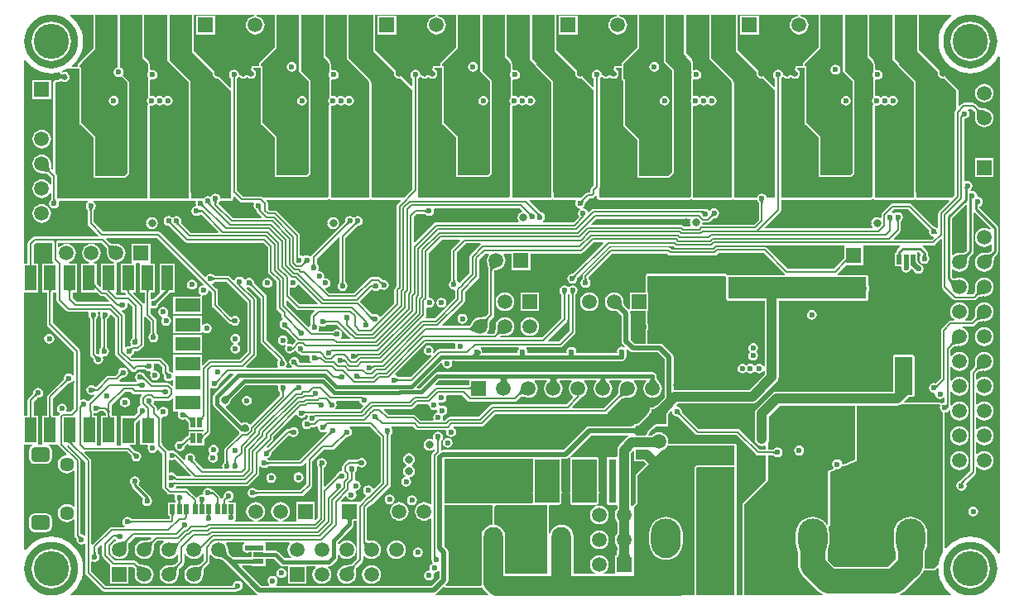
<source format=gbl>
G04 Layer_Physical_Order=4*
G04 Layer_Color=16711680*
%FSLAX44Y44*%
%MOMM*%
G71*
G01*
G75*
%ADD37R,1.5000X1.5000*%
%ADD52C,0.2000*%
%ADD53C,0.2500*%
%ADD55C,0.4000*%
%ADD56C,0.5000*%
%ADD57C,2.0000*%
%ADD58C,1.0000*%
%ADD59C,2.5000*%
%ADD61C,1.5000*%
%ADD73C,1.5000*%
%ADD74R,1.5000X1.5000*%
%ADD75O,3.0000X4.0000*%
%ADD76O,2.0000X2.6000*%
%ADD77C,1.0000*%
G04:AMPARAMS|DCode=78|XSize=1.5mm|YSize=1.9mm|CornerRadius=0.375mm|HoleSize=0mm|Usage=FLASHONLY|Rotation=90.000|XOffset=0mm|YOffset=0mm|HoleType=Round|Shape=RoundedRectangle|*
%AMROUNDEDRECTD78*
21,1,1.5000,1.1500,0,0,90.0*
21,1,0.7500,1.9000,0,0,90.0*
1,1,0.7500,0.5750,0.3750*
1,1,0.7500,0.5750,-0.3750*
1,1,0.7500,-0.5750,-0.3750*
1,1,0.7500,-0.5750,0.3750*
%
%ADD78ROUNDEDRECTD78*%
%ADD79C,1.4500*%
%ADD80C,3.6000*%
%ADD81C,0.6000*%
%ADD82C,0.8000*%
%ADD83R,1.0000X1.0000*%
%ADD84R,0.5000X1.0000*%
%ADD85R,1.0000X0.5000*%
%ADD86R,1.1430X2.5400*%
%ADD87R,2.5400X1.3970*%
%ADD88R,0.8000X4.5000*%
%ADD89R,2.5000X4.5000*%
%ADD90R,14.1371X2.2249*%
G36*
X89926Y190500D02*
X87926Y188085D01*
X87912Y188480D01*
X87869Y188862D01*
X87799Y189233D01*
X87699Y189592D01*
X87572Y189939D01*
X87417Y190275D01*
X87233Y190599D01*
X87021Y190911D01*
X86780Y191211D01*
X86511Y191500D01*
Y194328D01*
X86780Y194079D01*
X87021Y193899D01*
X87233Y193787D01*
X87417Y193743D01*
X87572Y193768D01*
X87699Y193860D01*
X87799Y194021D01*
X87869Y194251D01*
X87912Y194548D01*
X87926Y194914D01*
X89926Y190500D01*
D02*
G37*
G36*
X416415Y197571D02*
X416401Y197499D01*
X416789Y195548D01*
X417894Y193895D01*
X419548Y192789D01*
X421499Y192401D01*
X423450Y192789D01*
X423812Y193032D01*
X424955Y192268D01*
X424902Y192000D01*
X425290Y190049D01*
X425275Y190013D01*
X423750Y189709D01*
X422096Y188604D01*
X420991Y186950D01*
X420603Y184999D01*
X420975Y183129D01*
X420971Y182855D01*
X420439Y181859D01*
X407841D01*
X403037Y186663D01*
X402044Y187326D01*
X400874Y187559D01*
X400874Y187558D01*
X375167D01*
X370258Y192468D01*
X370744Y193641D01*
X398064D01*
X398064Y193641D01*
X399235Y193874D01*
X400227Y194537D01*
X404431Y198741D01*
X415353D01*
X416415Y197571D01*
D02*
G37*
G36*
X61915Y195703D02*
X61866Y195710D01*
X61804Y195699D01*
X61729Y195669D01*
X61642Y195620D01*
X61542Y195553D01*
X61429Y195467D01*
X61166Y195240D01*
X60852Y194938D01*
X59438Y196352D01*
X59598Y196515D01*
X60053Y197042D01*
X60120Y197142D01*
X60169Y197229D01*
X60199Y197304D01*
X60210Y197365D01*
X60203Y197415D01*
X61915Y195703D01*
D02*
G37*
G36*
X947800Y197877D02*
X946982Y194671D01*
X945246Y197729D01*
X945800Y199200D01*
X947800Y197877D01*
D02*
G37*
G36*
X345290Y200549D02*
X346395Y198895D01*
X348049Y197790D01*
X348548Y197691D01*
X348916Y196475D01*
X345737Y193296D01*
X345712Y193258D01*
X321190D01*
X320847Y193924D01*
X320694Y194529D01*
X321710Y196049D01*
X322098Y198000D01*
X321710Y199951D01*
X321228Y200671D01*
X321907Y201941D01*
X345013D01*
X345290Y200549D01*
D02*
G37*
G36*
X287862Y191882D02*
X288398Y191612D01*
X288666Y191503D01*
X288934Y191410D01*
X289202Y191334D01*
X289470Y191276D01*
X289737Y191234D01*
X290004Y191208D01*
X290272Y191200D01*
X290785Y189200D01*
X290499Y189187D01*
X290227Y189150D01*
X289969Y189088D01*
X289727Y189001D01*
X289498Y188889D01*
X289284Y188753D01*
X289085Y188591D01*
X288900Y188405D01*
X288729Y188194D01*
X288573Y187958D01*
X287593Y192042D01*
X287862Y191882D01*
D02*
G37*
G36*
X124299Y189296D02*
X124074Y189182D01*
X123632Y188929D01*
X123415Y188788D01*
X122782Y188314D01*
X122577Y188139D01*
X122175Y187761D01*
X119919Y188333D01*
X120117Y188549D01*
X120282Y188767D01*
X120412Y188986D01*
X120508Y189207D01*
X120570Y189429D01*
X120598Y189652D01*
X120592Y189877D01*
X120551Y190103D01*
X120477Y190330D01*
X120368Y190559D01*
X124299Y189296D01*
D02*
G37*
G36*
X77861Y196391D02*
X78087Y196204D01*
X78319Y196039D01*
X78558Y195896D01*
X78803Y195775D01*
X79055Y195676D01*
X79313Y195599D01*
X79578Y195544D01*
X79850Y195511D01*
X80128Y195500D01*
Y193500D01*
X79850Y193489D01*
X79578Y193456D01*
X79313Y193401D01*
X79055Y193324D01*
X78803Y193225D01*
X78558Y193104D01*
X78319Y192961D01*
X78087Y192796D01*
X77861Y192609D01*
X77642Y192400D01*
Y196600D01*
X77861Y196391D01*
D02*
G37*
G36*
X85289Y189810D02*
X85379Y189699D01*
X85500Y189520D01*
X85602Y189341D01*
X85687Y189158D01*
X85756Y188969D01*
X85811Y188770D01*
X85851Y188558D01*
X85867Y188416D01*
Y186606D01*
X81211D01*
Y157206D01*
X81211D01*
X80914Y156059D01*
X76871D01*
X76575Y157206D01*
X76575D01*
Y186606D01*
X73559D01*
Y188787D01*
X74540Y189593D01*
X75500Y189402D01*
X77451Y189790D01*
X79104Y190895D01*
X79248Y191110D01*
X79330Y191178D01*
X79435Y191252D01*
X79534Y191312D01*
X79628Y191358D01*
X79720Y191394D01*
X79812Y191422D01*
X79905Y191441D01*
X83659D01*
X85289Y189810D01*
D02*
G37*
G36*
X314639Y201791D02*
X314854Y201622D01*
X315080Y201473D01*
X315318Y201345D01*
X315566Y201237D01*
X315825Y201149D01*
X316095Y201081D01*
X316375Y201034D01*
X316667Y201007D01*
X316970Y201000D01*
X314000Y198030D01*
X313993Y198332D01*
X313966Y198624D01*
X313918Y198905D01*
X313850Y199175D01*
X313763Y199434D01*
X313654Y199682D01*
X313526Y199919D01*
X313378Y200145D01*
X313209Y200361D01*
X313020Y200565D01*
X314434Y201980D01*
X314639Y201791D01*
D02*
G37*
G36*
X515502Y207617D02*
X514572Y207941D01*
X513697Y208188D01*
X512877Y208358D01*
X512111Y208451D01*
X511401Y208467D01*
X510746Y208405D01*
X510145Y208267D01*
X509599Y208051D01*
X509108Y207758D01*
X508672Y207388D01*
X507784Y209328D01*
X507964Y209553D01*
X508177Y209902D01*
X508424Y210375D01*
X509019Y211691D01*
X510613Y215809D01*
X511095Y217148D01*
X515502Y207617D01*
D02*
G37*
G36*
X16470Y207000D02*
X16167Y206993D01*
X15875Y206966D01*
X15595Y206918D01*
X15325Y206850D01*
X15066Y206763D01*
X14818Y206654D01*
X14580Y206526D01*
X14354Y206378D01*
X14139Y206209D01*
X13934Y206020D01*
X12520Y207434D01*
X12709Y207639D01*
X12878Y207854D01*
X13026Y208080D01*
X13154Y208318D01*
X13263Y208566D01*
X13350Y208825D01*
X13418Y209095D01*
X13466Y209375D01*
X13493Y209667D01*
X13500Y209970D01*
X16470Y207000D01*
D02*
G37*
G36*
X144375Y209547D02*
X144228Y209785D01*
X144066Y209998D01*
X143889Y210186D01*
X143695Y210349D01*
X143486Y210487D01*
X143261Y210599D01*
X143021Y210687D01*
X142765Y210750D01*
X142494Y210787D01*
X142206Y210800D01*
X142800Y212800D01*
X143065Y212808D01*
X143331Y212831D01*
X143598Y212871D01*
X143866Y212927D01*
X144135Y212999D01*
X144405Y213086D01*
X144948Y213309D01*
X145221Y213444D01*
X145495Y213595D01*
X144375Y209547D01*
D02*
G37*
G36*
X911000Y208000D02*
X893000Y208000D01*
X893000Y230000D01*
X893000Y247000D01*
X911000D01*
X911000Y208000D01*
D02*
G37*
G36*
X570256Y207230D02*
X570194Y207182D01*
X570139Y207110D01*
X570091Y207016D01*
X570051Y206898D01*
X570018Y206756D01*
X569993Y206592D01*
X569975Y206405D01*
X569960Y205960D01*
X567960D01*
X567956Y206194D01*
X567927Y206592D01*
X567902Y206756D01*
X567869Y206898D01*
X567829Y207016D01*
X567781Y207110D01*
X567726Y207182D01*
X567664Y207230D01*
X567595Y207255D01*
X570325D01*
X570256Y207230D01*
D02*
G37*
G36*
X562593Y221719D02*
X562184Y221405D01*
X560662Y219421D01*
X559705Y217110D01*
X559378Y214630D01*
X559705Y212150D01*
X560662Y209839D01*
X562184Y207854D01*
X563626Y206748D01*
X563871Y205197D01*
X557033Y198358D01*
X481526D01*
X480355Y198126D01*
X479363Y197463D01*
X479363Y197463D01*
X467359Y185459D01*
X437540D01*
X436369Y185226D01*
X435377Y184563D01*
X435377Y184562D01*
X432673Y181859D01*
X430962D01*
X430430Y182855D01*
X430426Y183129D01*
X430798Y184999D01*
X430410Y186950D01*
X430425Y186986D01*
X431951Y187290D01*
X433605Y188395D01*
X434710Y190049D01*
X435098Y192000D01*
X434710Y193951D01*
X433605Y195604D01*
X431951Y196710D01*
X430000Y197098D01*
X428049Y196710D01*
X427687Y196467D01*
X426544Y197231D01*
X426597Y197499D01*
X426238Y199304D01*
X426670Y199830D01*
X427195Y200261D01*
X429000Y199902D01*
X430951Y200290D01*
X432604Y201395D01*
X433710Y203049D01*
X434098Y205000D01*
X433765Y206671D01*
X434459Y207941D01*
X450171D01*
X456145Y201967D01*
X457137Y201304D01*
X458308Y201071D01*
X458308Y201071D01*
X504000D01*
X504000Y201071D01*
X505170Y201304D01*
X506163Y201967D01*
X510238Y206042D01*
X510298Y206094D01*
X510502Y206215D01*
X510752Y206314D01*
X511071Y206388D01*
X511474Y206426D01*
X511966Y206415D01*
X512547Y206344D01*
X513212Y206206D01*
X513958Y205996D01*
X514830Y205692D01*
X514958Y205674D01*
X515680Y205375D01*
X518160Y205048D01*
X520640Y205375D01*
X522951Y206332D01*
X524935Y207854D01*
X526458Y209839D01*
X527416Y212150D01*
X527742Y214630D01*
X527416Y217110D01*
X526458Y219421D01*
X524935Y221405D01*
X524527Y221719D01*
X524935Y222921D01*
X536540D01*
X536631Y222827D01*
X537084Y221651D01*
X537024Y221589D01*
X536785Y221405D01*
X535262Y219421D01*
X534305Y217110D01*
X533978Y214630D01*
X534305Y212150D01*
X535262Y209839D01*
X536785Y207854D01*
X538769Y206332D01*
X541080Y205375D01*
X543560Y205048D01*
X546040Y205375D01*
X548351Y206332D01*
X550335Y207854D01*
X551858Y209839D01*
X552816Y212150D01*
X553142Y214630D01*
X552816Y217110D01*
X551858Y219421D01*
X550335Y221405D01*
X550096Y221589D01*
X550036Y221651D01*
X550489Y222827D01*
X550580Y222921D01*
X562185D01*
X562593Y221719D01*
D02*
G37*
G36*
X213060Y205232D02*
X212762Y204922D01*
X212260Y204329D01*
X212056Y204047D01*
X211884Y203773D01*
X211744Y203508D01*
X211635Y203253D01*
X211558Y203006D01*
X211513Y202768D01*
X211500Y202540D01*
X207540Y206500D01*
X207768Y206513D01*
X208006Y206558D01*
X208253Y206635D01*
X208508Y206744D01*
X208773Y206884D01*
X209047Y207056D01*
X209329Y207260D01*
X209621Y207495D01*
X210232Y208060D01*
X213060Y205232D01*
D02*
G37*
G36*
X619685Y207130D02*
X618537Y207125D01*
X616497Y207007D01*
X615604Y206896D01*
X614796Y206749D01*
X614072Y206567D01*
X613434Y206349D01*
X612881Y206096D01*
X612413Y205808D01*
X612029Y205485D01*
X610615Y206899D01*
X610938Y207283D01*
X611226Y207751D01*
X611479Y208304D01*
X611697Y208943D01*
X611879Y209666D01*
X612026Y210474D01*
X612137Y211367D01*
X612255Y213407D01*
X612260Y214555D01*
X619685Y207130D01*
D02*
G37*
G36*
X613393Y221719D02*
X612985Y221405D01*
X611462Y219421D01*
X610504Y217110D01*
X610178Y214630D01*
X610220Y214312D01*
X610216Y213471D01*
X610105Y211552D01*
X610009Y210783D01*
X609885Y210097D01*
X609739Y209521D01*
X609582Y209059D01*
X609424Y208713D01*
X609281Y208481D01*
X609261Y208457D01*
X595363Y194559D01*
X563544D01*
X563058Y195732D01*
X571123Y203797D01*
X571123Y203797D01*
X571786Y204790D01*
X571944Y205583D01*
X573751Y206332D01*
X575735Y207854D01*
X577258Y209839D01*
X578215Y212150D01*
X578542Y214630D01*
X578215Y217110D01*
X577258Y219421D01*
X575735Y221405D01*
X575327Y221719D01*
X575735Y222921D01*
X587332D01*
X587504Y222721D01*
X587645Y221452D01*
X587584Y221405D01*
X586062Y219421D01*
X585104Y217110D01*
X584778Y214630D01*
X585104Y212150D01*
X586062Y209839D01*
X587584Y207854D01*
X589569Y206332D01*
X591880Y205375D01*
X594360Y205048D01*
X596840Y205375D01*
X599151Y206332D01*
X601135Y207854D01*
X602658Y209839D01*
X603615Y212150D01*
X603942Y214630D01*
X603615Y217110D01*
X602658Y219421D01*
X601135Y221405D01*
X600815Y221651D01*
X601237Y222921D01*
X612985D01*
X613393Y221719D01*
D02*
G37*
G36*
X673007Y190667D02*
X673034Y190376D01*
X673082Y190095D01*
X673149Y189825D01*
X673237Y189566D01*
X673345Y189318D01*
X673474Y189081D01*
X673622Y188854D01*
X673791Y188639D01*
X673980Y188434D01*
X672566Y187020D01*
X672361Y187209D01*
X672146Y187378D01*
X671919Y187526D01*
X671682Y187655D01*
X671434Y187763D01*
X671175Y187851D01*
X670905Y187918D01*
X670624Y187966D01*
X670333Y187993D01*
X670030Y188000D01*
X673000Y190970D01*
X673007Y190667D01*
D02*
G37*
G36*
X262230Y216651D02*
X261901Y214999D01*
X262289Y213048D01*
X263394Y211395D01*
X263609Y211251D01*
X263677Y211169D01*
X263752Y211064D01*
X263811Y210965D01*
X263858Y210871D01*
X263894Y210779D01*
X263921Y210687D01*
X263940Y210594D01*
Y207514D01*
X234005Y177579D01*
X232741Y177703D01*
X232325Y178326D01*
X230341Y179652D01*
X228000Y180117D01*
X225659Y179652D01*
X224644Y178974D01*
X208359Y195258D01*
X208777Y196636D01*
X209841Y196848D01*
X211826Y198174D01*
X213152Y200159D01*
X213617Y202500D01*
X213590Y202637D01*
X213651Y202752D01*
X213749Y202907D01*
X213868Y203073D01*
X214019Y203251D01*
X228689Y217921D01*
X261527D01*
X262230Y216651D01*
D02*
G37*
G36*
X293861Y179891D02*
X294087Y179704D01*
X294319Y179539D01*
X294557Y179396D01*
X294803Y179275D01*
X295055Y179176D01*
X295313Y179099D01*
X295578Y179044D01*
X295850Y179011D01*
X296128Y179000D01*
Y177000D01*
X295850Y176989D01*
X295578Y176956D01*
X295313Y176901D01*
X295055Y176824D01*
X294803Y176725D01*
X294557Y176604D01*
X294319Y176461D01*
X294087Y176296D01*
X293861Y176109D01*
X293642Y175900D01*
Y180100D01*
X293861Y179891D01*
D02*
G37*
G36*
X116090Y181676D02*
X115817Y181389D01*
X115573Y181103D01*
X115357Y180818D01*
X115170Y180534D01*
X115011Y180251D01*
X114881Y179968D01*
X114779Y179687D01*
X114706Y179406D01*
X114662Y179127D01*
X114646Y178848D01*
X114676Y184321D01*
X114912Y184323D01*
X115776Y184387D01*
X115886Y184411D01*
X115975Y184439D01*
X116043Y184470D01*
X116090Y184505D01*
Y181676D01*
D02*
G37*
G36*
X654092Y177981D02*
X653441Y178667D01*
X652619Y179042D01*
X651629Y179108D01*
X650469Y178863D01*
X649139Y178308D01*
X647640Y177443D01*
X645972Y176267D01*
X644134Y174781D01*
X642727Y173469D01*
X640715Y171185D01*
X639937Y170149D01*
X639301Y169197D01*
X638806Y168329D01*
X638452Y167546D01*
X638240Y166846D01*
X638169Y166230D01*
X629666Y174733D01*
Y167662D01*
X629371Y167859D01*
X628902Y168036D01*
X628258Y168191D01*
X628230Y168196D01*
Y166230D01*
X628180Y166700D01*
X628030Y167119D01*
X627780Y167490D01*
X627430Y167811D01*
X626980Y168082D01*
X626430Y168305D01*
X625780Y168477D01*
X625660Y168497D01*
X625281Y168534D01*
X620734Y168689D01*
X618870Y168700D01*
Y173700D01*
X620734Y173710D01*
X626392Y174085D01*
X626430Y174095D01*
X626980Y174317D01*
X627430Y174589D01*
X627780Y174910D01*
X628030Y175280D01*
X628180Y175700D01*
X628230Y176169D01*
Y174206D01*
X628258Y174208D01*
X628902Y174364D01*
X629371Y174540D01*
X629664Y174736D01*
X628230Y176169D01*
X628846Y176240D01*
X629546Y176452D01*
X630329Y176806D01*
X631197Y177301D01*
X632149Y177937D01*
X633185Y178715D01*
X635509Y180695D01*
X635855Y181026D01*
X641389Y187404D01*
X642343Y188774D01*
X643086Y190008D01*
X643616Y191105D01*
X643934Y192065D01*
X644040Y192889D01*
X654092Y177981D01*
D02*
G37*
G36*
X311980Y177065D02*
X311791Y176861D01*
X311622Y176646D01*
X311473Y176419D01*
X311345Y176182D01*
X311237Y175934D01*
X311149Y175675D01*
X311081Y175405D01*
X311034Y175124D01*
X311007Y174832D01*
X311000Y174530D01*
X308030Y177500D01*
X308332Y177507D01*
X308624Y177534D01*
X308905Y177581D01*
X309175Y177649D01*
X309434Y177737D01*
X309682Y177845D01*
X309919Y177973D01*
X310145Y178122D01*
X310361Y178291D01*
X310565Y178480D01*
X311980Y177065D01*
D02*
G37*
G36*
X185884Y164969D02*
X185609Y164681D01*
X185363Y164394D01*
X185147Y164108D01*
X184959Y163823D01*
X184800Y163540D01*
X184670Y163258D01*
X184569Y162977D01*
X184497Y162697D01*
X184453Y162418D01*
X184439Y162141D01*
Y167798D01*
X184453Y167538D01*
X184497Y167335D01*
X184569Y167191D01*
X184670Y167104D01*
X184800Y167075D01*
X184959Y167104D01*
X185147Y167191D01*
X185363Y167335D01*
X185609Y167538D01*
X185884Y167798D01*
Y164969D01*
D02*
G37*
G36*
X317969Y168000D02*
X317666Y167992D01*
X317375Y167965D01*
X317094Y167918D01*
X316824Y167850D01*
X316565Y167762D01*
X316317Y167654D01*
X316080Y167526D01*
X315853Y167377D01*
X315638Y167208D01*
X315433Y167020D01*
X314019Y168434D01*
X314208Y168638D01*
X314377Y168854D01*
X314526Y169080D01*
X314654Y169317D01*
X314762Y169565D01*
X314850Y169824D01*
X314918Y170094D01*
X314965Y170375D01*
X314992Y170667D01*
X314999Y170969D01*
X317969Y168000D01*
D02*
G37*
G36*
X223210Y177479D02*
X223777Y176996D01*
X224026Y176820D01*
X224252Y176688D01*
X224455Y176600D01*
X224635Y176556D01*
X224793Y176556D01*
X224927Y176600D01*
X225038Y176688D01*
X224832Y171557D01*
X220891Y174130D01*
X222892Y177786D01*
X223210Y177479D01*
D02*
G37*
G36*
X275857Y167900D02*
X275638Y168109D01*
X275413Y168296D01*
X275181Y168461D01*
X274942Y168604D01*
X274697Y168725D01*
X274445Y168824D01*
X274186Y168901D01*
X273921Y168956D01*
X273650Y168989D01*
X273371Y169000D01*
Y171000D01*
X273650Y171011D01*
X273921Y171044D01*
X274186Y171099D01*
X274445Y171176D01*
X274697Y171275D01*
X274942Y171396D01*
X275181Y171539D01*
X275413Y171704D01*
X275638Y171891D01*
X275857Y172100D01*
Y167900D01*
D02*
G37*
G36*
X171189Y184735D02*
X171278Y184679D01*
X171381Y184630D01*
X171500Y184587D01*
X171634Y184551D01*
X171783Y184522D01*
X171947Y184499D01*
X172321Y184473D01*
X172530Y184469D01*
X172561Y179141D01*
X172545Y179420D01*
X172500Y179699D01*
X172427Y179980D01*
X172326Y180261D01*
X172196Y180544D01*
X172037Y180827D01*
X171849Y181111D01*
X171634Y181396D01*
X171389Y181682D01*
X171116Y181969D01*
Y184798D01*
X171189Y184735D01*
D02*
G37*
G36*
X71510Y186195D02*
X71540Y185855D01*
X71590Y185555D01*
X71660Y185295D01*
X71750Y185075D01*
X71860Y184895D01*
X71990Y184755D01*
X72140Y184655D01*
X72310Y184595D01*
X72500Y184575D01*
X68500D01*
X68690Y184595D01*
X68860Y184655D01*
X69010Y184755D01*
X69140Y184895D01*
X69250Y185075D01*
X69340Y185295D01*
X69410Y185555D01*
X69460Y185855D01*
X69490Y186195D01*
X69500Y186575D01*
X71500D01*
X71510Y186195D01*
D02*
G37*
G36*
X29738D02*
X29768Y185855D01*
X29818Y185555D01*
X29888Y185295D01*
X29978Y185075D01*
X30088Y184895D01*
X30218Y184755D01*
X30368Y184655D01*
X30538Y184595D01*
X30728Y184575D01*
X26728D01*
X26918Y184595D01*
X27088Y184655D01*
X27238Y184755D01*
X27368Y184895D01*
X27478Y185075D01*
X27568Y185295D01*
X27638Y185555D01*
X27688Y185855D01*
X27718Y186195D01*
X27728Y186575D01*
X29728D01*
X29738Y186195D01*
D02*
G37*
G36*
X167146Y188927D02*
X167332Y188678D01*
X167590Y188373D01*
X168548Y187366D01*
X168366Y184719D01*
X168147Y184921D01*
X167931Y185086D01*
X167717Y185215D01*
X167506Y185307D01*
X167297Y185363D01*
X167091Y185382D01*
X166888Y185365D01*
X166686Y185311D01*
X166488Y185221D01*
X166292Y185094D01*
X167080Y189030D01*
X167146Y188927D01*
D02*
G37*
G36*
X89936Y186195D02*
X89966Y185855D01*
X90016Y185555D01*
X90086Y185295D01*
X90176Y185075D01*
X90286Y184895D01*
X90416Y184755D01*
X90566Y184655D01*
X90736Y184595D01*
X90926Y184575D01*
X86926D01*
X87116Y184595D01*
X87286Y184655D01*
X87436Y184755D01*
X87566Y184895D01*
X87676Y185075D01*
X87766Y185295D01*
X87836Y185555D01*
X87886Y185855D01*
X87916Y186195D01*
X87926Y186575D01*
X89926D01*
X89936Y186195D01*
D02*
G37*
G36*
X9926D02*
X9956Y185855D01*
X10006Y185555D01*
X10076Y185295D01*
X10166Y185075D01*
X10276Y184895D01*
X10406Y184755D01*
X10556Y184655D01*
X10726Y184595D01*
X10916Y184575D01*
X6916D01*
X7106Y184595D01*
X7276Y184655D01*
X7426Y184755D01*
X7556Y184895D01*
X7666Y185075D01*
X7756Y185295D01*
X7826Y185555D01*
X7876Y185855D01*
X7906Y186195D01*
X7916Y186575D01*
X9916D01*
X9926Y186195D01*
D02*
G37*
G36*
X666050Y196979D02*
X663944Y194803D01*
X660662Y190958D01*
X659487Y189289D01*
X658622Y187790D01*
X658066Y186461D01*
X657822Y185301D01*
X657887Y184310D01*
X658263Y183489D01*
X658949Y182837D01*
X644040Y192889D01*
X644829Y192960D01*
X645683Y193172D01*
X646603Y193526D01*
X647589Y194021D01*
X648642Y194657D01*
X649759Y195435D01*
X650943Y196354D01*
X653508Y198617D01*
X654889Y199960D01*
X666050Y196979D01*
D02*
G37*
G36*
X364507Y185167D02*
X364534Y184875D01*
X364581Y184595D01*
X364649Y184325D01*
X364737Y184066D01*
X364845Y183818D01*
X364973Y183580D01*
X365122Y183354D01*
X365291Y183139D01*
X365480Y182934D01*
X364065Y181520D01*
X363861Y181709D01*
X363645Y181878D01*
X363419Y182026D01*
X363182Y182155D01*
X362934Y182263D01*
X362675Y182351D01*
X362405Y182418D01*
X362124Y182466D01*
X361832Y182493D01*
X361530Y182500D01*
X364500Y185470D01*
X364507Y185167D01*
D02*
G37*
G36*
X130010Y185941D02*
X130040Y185601D01*
X130090Y185301D01*
X130160Y185041D01*
X130250Y184821D01*
X130360Y184641D01*
X130490Y184501D01*
X130640Y184401D01*
X130810Y184341D01*
X131000Y184321D01*
X127000D01*
X127190Y184341D01*
X127360Y184401D01*
X127510Y184501D01*
X127640Y184641D01*
X127750Y184821D01*
X127840Y185041D01*
X127910Y185301D01*
X127960Y185601D01*
X127990Y185941D01*
X128000Y186321D01*
X130000D01*
X130010Y185941D01*
D02*
G37*
G36*
X185884Y184469D02*
X185484Y184056D01*
X184856Y183317D01*
X184627Y182991D01*
X184454Y182694D01*
X184338Y182425D01*
X184278Y182186D01*
X184275Y181975D01*
X184329Y181794D01*
X184439Y181641D01*
X181641Y184439D01*
X181794Y184329D01*
X181975Y184275D01*
X182186Y184278D01*
X182425Y184338D01*
X182694Y184454D01*
X182991Y184627D01*
X183317Y184856D01*
X183672Y185142D01*
X184469Y185884D01*
X185884Y184469D01*
D02*
G37*
G36*
X268890Y212638D02*
X268703Y212412D01*
X268538Y212180D01*
X268395Y211942D01*
X268274Y211696D01*
X268175Y211444D01*
X268098Y211186D01*
X268043Y210921D01*
X268010Y210649D01*
X267999Y210371D01*
X265999D01*
X265988Y210649D01*
X265955Y210921D01*
X265900Y211186D01*
X265823Y211444D01*
X265724Y211696D01*
X265603Y211942D01*
X265460Y212180D01*
X265295Y212412D01*
X265108Y212638D01*
X264899Y212857D01*
X269099D01*
X268890Y212638D01*
D02*
G37*
G36*
X328232Y244268D02*
X328299Y244212D01*
X328388Y244162D01*
X328499Y244119D01*
X328633Y244083D01*
X328790Y244053D01*
X328969Y244030D01*
X329394Y244003D01*
X329641Y244000D01*
Y242000D01*
X329394Y241996D01*
X328790Y241947D01*
X328633Y241917D01*
X328499Y241881D01*
X328388Y241838D01*
X328299Y241788D01*
X328232Y241732D01*
X328188Y241669D01*
Y244331D01*
X328232Y244268D01*
D02*
G37*
G36*
X281496Y240798D02*
X281486Y240519D01*
X281502Y240248D01*
X281542Y239985D01*
X281608Y239732D01*
X281699Y239488D01*
X281815Y239252D01*
X281957Y239025D01*
X282124Y238807D01*
X282316Y238598D01*
X280671Y237414D01*
X280472Y237600D01*
X280262Y237770D01*
X280039Y237926D01*
X279804Y238067D01*
X279558Y238193D01*
X279300Y238304D01*
X279029Y238400D01*
X278747Y238482D01*
X278453Y238549D01*
X278146Y238601D01*
X281532Y241087D01*
X281496Y240798D01*
D02*
G37*
G36*
X267001Y243778D02*
X267060Y242995D01*
X267081Y242904D01*
X267106Y242836D01*
X267135Y242789D01*
X267166Y242764D01*
X264833D01*
X264865Y242789D01*
X264893Y242836D01*
X264918Y242904D01*
X264940Y242995D01*
X264958Y243108D01*
X264985Y243399D01*
X264998Y243778D01*
X265000Y244000D01*
X267000D01*
X267001Y243778D01*
D02*
G37*
G36*
X621755Y252755D02*
X623244Y251761D01*
X625000Y251412D01*
X650599D01*
X657412Y244599D01*
Y205396D01*
X652361Y200346D01*
X652122Y200113D01*
X649642Y197925D01*
X648551Y197078D01*
X647530Y196368D01*
X646603Y195807D01*
X645779Y195393D01*
X645069Y195121D01*
X644490Y194977D01*
X643858Y194920D01*
X643856Y194920D01*
X642010D01*
Y193088D01*
X641937Y192520D01*
X641722Y191873D01*
X641290Y190979D01*
X640631Y189884D01*
X639777Y188659D01*
X634377Y182434D01*
X634142Y182209D01*
X631910Y180308D01*
X630969Y179601D01*
X630124Y179036D01*
X629403Y178625D01*
X628827Y178365D01*
X628430Y178245D01*
X628038Y178200D01*
X626200D01*
Y176359D01*
X626185Y176219D01*
X626066Y176147D01*
X625947Y176099D01*
X621249Y175788D01*
X580200D01*
X578444Y175439D01*
X576955Y174444D01*
X554099Y151588D01*
X430300D01*
X429540Y151437D01*
X428559Y152243D01*
Y160594D01*
X428578Y160687D01*
X428605Y160780D01*
X428641Y160871D01*
X428688Y160965D01*
X428747Y161064D01*
X428822Y161170D01*
X428890Y161251D01*
X429105Y161395D01*
X430210Y163049D01*
X430598Y165000D01*
X430210Y166951D01*
X429105Y168605D01*
X427451Y169710D01*
X425500Y170098D01*
X423549Y169710D01*
X421895Y168605D01*
X420790Y166951D01*
X420402Y165000D01*
X420753Y163236D01*
X420322Y162762D01*
X419723Y162397D01*
X419341Y162652D01*
X417000Y163118D01*
X414659Y162652D01*
X412674Y161326D01*
X411348Y159341D01*
X410882Y157000D01*
X411348Y154659D01*
X412674Y152674D01*
X414659Y151348D01*
X417000Y150883D01*
X419341Y151348D01*
X421171Y152571D01*
X422441Y152231D01*
Y150962D01*
X419837Y148358D01*
X419174Y147366D01*
X418941Y146195D01*
X418941Y146195D01*
Y96560D01*
X417671Y95933D01*
X416271Y97008D01*
X413960Y97965D01*
X411480Y98292D01*
X409000Y97965D01*
X406689Y97008D01*
X404704Y95485D01*
X403181Y93501D01*
X402224Y91190D01*
X401898Y88710D01*
X402224Y86230D01*
X403181Y83919D01*
X404704Y81934D01*
X406689Y80412D01*
X409000Y79454D01*
X411480Y79128D01*
X413960Y79454D01*
X416271Y80412D01*
X417671Y81486D01*
X418941Y80860D01*
Y41500D01*
X418941Y41500D01*
X418995Y41227D01*
X419013Y40059D01*
X418902Y39500D01*
X419290Y37549D01*
X419722Y36902D01*
X420049Y35710D01*
X418395Y34604D01*
X417290Y32951D01*
X416902Y31000D01*
X417251Y29243D01*
X416516Y28094D01*
X416500Y28098D01*
X414549Y27710D01*
X412895Y26604D01*
X411790Y24951D01*
X411402Y23000D01*
X411790Y21049D01*
X412895Y19395D01*
X414549Y18290D01*
X416500Y17902D01*
X418451Y18290D01*
X420104Y19395D01*
X421210Y21049D01*
X421598Y23000D01*
X421248Y24756D01*
X421983Y25905D01*
X422000Y25902D01*
X423951Y26290D01*
X425605Y27395D01*
X425642Y27450D01*
X426912Y27065D01*
Y20400D01*
X419100Y12588D01*
X260434D01*
X260049Y13858D01*
X260105Y13895D01*
X261210Y15549D01*
X261598Y17500D01*
X261210Y19451D01*
X260105Y21105D01*
X258451Y22210D01*
X256500Y22598D01*
X254549Y22210D01*
X252895Y21105D01*
X251790Y19451D01*
X251402Y17500D01*
X251790Y15549D01*
X252895Y13895D01*
X252950Y13858D01*
X252565Y12588D01*
X244729D01*
X225214Y32103D01*
X225700Y33276D01*
X234596D01*
X235000Y33249D01*
Y32682D01*
X236865D01*
X236875Y32679D01*
X236899Y32682D01*
X236986D01*
X237030Y32673D01*
X237074Y32682D01*
X249000D01*
Y40057D01*
X249728Y40103D01*
X257628D01*
X264116Y33616D01*
X264116Y33616D01*
X265439Y32732D01*
X267000Y32421D01*
X271838D01*
Y25774D01*
X270568Y25649D01*
X270210Y27451D01*
X269104Y29104D01*
X267451Y30210D01*
X265500Y30598D01*
X263549Y30210D01*
X261895Y29104D01*
X260790Y27451D01*
X260402Y25500D01*
X260790Y23549D01*
X261895Y21895D01*
X263549Y20790D01*
X265500Y20402D01*
X267451Y20790D01*
X269104Y21895D01*
X270210Y23549D01*
X270568Y25350D01*
X271838Y25226D01*
Y14600D01*
X290838D01*
Y32421D01*
X299891D01*
X300322Y31151D01*
X299963Y30875D01*
X298440Y28891D01*
X297483Y26580D01*
X297156Y24100D01*
X297483Y21620D01*
X298440Y19309D01*
X299963Y17325D01*
X301947Y15802D01*
X304258Y14845D01*
X306738Y14518D01*
X309218Y14845D01*
X311529Y15802D01*
X313514Y17325D01*
X315036Y19309D01*
X315993Y21620D01*
X316320Y24100D01*
X315993Y26580D01*
X315036Y28891D01*
X313514Y30875D01*
X313154Y31151D01*
X313585Y32421D01*
X314000D01*
X314000Y32421D01*
X315560Y32732D01*
X316884Y33616D01*
X321884Y38616D01*
X322768Y39939D01*
X323078Y41500D01*
X323078Y41500D01*
Y43615D01*
X324348Y44047D01*
X325363Y42725D01*
X327347Y41202D01*
X329658Y40245D01*
X332138Y39918D01*
X334618Y40245D01*
X336929Y41202D01*
X338913Y42725D01*
X340436Y44709D01*
X341394Y47020D01*
X341671Y49128D01*
X342941Y49045D01*
Y40267D01*
X337700Y35026D01*
X337697Y35023D01*
X337467Y34880D01*
X337104Y34707D01*
X336614Y34523D01*
X336002Y34339D01*
X335312Y34172D01*
X332416Y33714D01*
X331279Y33600D01*
X331279D01*
X331279Y33600D01*
X331276Y33600D01*
X331094Y33544D01*
X329658Y33356D01*
X327347Y32398D01*
X325363Y30875D01*
X323840Y28891D01*
X322883Y26580D01*
X322556Y24100D01*
X322883Y21620D01*
X323840Y19309D01*
X325363Y17325D01*
X327347Y15802D01*
X329658Y14845D01*
X332138Y14518D01*
X334618Y14845D01*
X336929Y15802D01*
X338913Y17325D01*
X340436Y19309D01*
X341394Y21620D01*
X341720Y24100D01*
X341612Y24921D01*
X341628Y25051D01*
X341486Y27091D01*
X341485Y27902D01*
X341526Y28641D01*
X341605Y29279D01*
X341715Y29814D01*
X341847Y30243D01*
X341988Y30567D01*
X342127Y30795D01*
X342160Y30834D01*
X348162Y36837D01*
X348163Y36837D01*
X348826Y37829D01*
X349058Y39000D01*
X349058Y39000D01*
Y42859D01*
X350328Y43290D01*
X350763Y42725D01*
X352747Y41202D01*
X355058Y40245D01*
X357538Y39918D01*
X360018Y40245D01*
X362329Y41202D01*
X364314Y42725D01*
X365836Y44709D01*
X366794Y47020D01*
X367120Y49500D01*
X366794Y51980D01*
X365836Y54291D01*
X364314Y56276D01*
X362329Y57798D01*
X360018Y58755D01*
X357538Y59082D01*
X355058Y58755D01*
X354800Y58649D01*
X354554Y58590D01*
X354300Y58552D01*
X354055Y58626D01*
X353059Y59443D01*
Y91416D01*
X353107Y91661D01*
X357729Y96282D01*
X358240Y96384D01*
X359232Y97047D01*
X376162Y113978D01*
X376163Y113978D01*
X376826Y114970D01*
X377058Y116140D01*
Y166594D01*
X377078Y166687D01*
X377105Y166779D01*
X377141Y166871D01*
X377188Y166965D01*
X377247Y167064D01*
X377322Y167170D01*
X377390Y167251D01*
X377604Y167395D01*
X378710Y169049D01*
X379098Y171000D01*
X378710Y172951D01*
X377827Y174271D01*
X378315Y175541D01*
X400133D01*
X402837Y172837D01*
X402837Y172837D01*
X403829Y172174D01*
X405000Y171941D01*
X433286D01*
X434092Y170959D01*
X433901Y169999D01*
X434289Y168048D01*
X435394Y166395D01*
X437048Y165289D01*
X438999Y164901D01*
X440950Y165289D01*
X442604Y166395D01*
X443709Y168048D01*
X444097Y169999D01*
X443709Y171950D01*
X442604Y173604D01*
X441606Y174271D01*
X441991Y175541D01*
X470200D01*
X470200Y175541D01*
X471370Y175774D01*
X472363Y176437D01*
X484367Y188441D01*
X596630D01*
X596630Y188441D01*
X597800Y188674D01*
X598793Y189337D01*
X613587Y204131D01*
X613611Y204151D01*
X613843Y204294D01*
X614189Y204452D01*
X614651Y204610D01*
X615228Y204755D01*
X615913Y204879D01*
X616682Y204975D01*
X618601Y205086D01*
X619442Y205090D01*
X619760Y205048D01*
X622240Y205375D01*
X624551Y206332D01*
X626535Y207854D01*
X628058Y209839D01*
X629016Y212150D01*
X629342Y214630D01*
X629016Y217110D01*
X628058Y219421D01*
X626535Y221405D01*
X626127Y221719D01*
X626535Y222921D01*
X638140D01*
X638231Y222827D01*
X638684Y221651D01*
X638624Y221589D01*
X638385Y221405D01*
X636862Y219421D01*
X635905Y217110D01*
X635578Y214630D01*
X635905Y212150D01*
X636862Y209839D01*
X638385Y207854D01*
X640369Y206332D01*
X642680Y205375D01*
X645160Y205048D01*
X647640Y205375D01*
X649951Y206332D01*
X651936Y207854D01*
X653458Y209839D01*
X654416Y212150D01*
X654742Y214630D01*
X654416Y217110D01*
X653458Y219421D01*
X651936Y221405D01*
X651696Y221589D01*
X651296Y222002D01*
X650822Y222549D01*
X650414Y223082D01*
X650071Y223599D01*
X649791Y224098D01*
X649570Y224579D01*
X649405Y225042D01*
X649291Y225491D01*
X649238Y225833D01*
Y227000D01*
X648928Y228561D01*
X648044Y229884D01*
X646721Y230768D01*
X645160Y231078D01*
X424978D01*
X424978Y231078D01*
X423417Y230768D01*
X422094Y229884D01*
X422094Y229883D01*
X407089Y214878D01*
X404305D01*
X403819Y216051D01*
X428816Y241048D01*
X429986Y240422D01*
X429902Y240000D01*
X430290Y238049D01*
X431395Y236395D01*
X433049Y235290D01*
X435000Y234902D01*
X436951Y235290D01*
X438605Y236395D01*
X439710Y238049D01*
X440098Y240000D01*
X439769Y241652D01*
X440472Y242922D01*
X442017D01*
X443526Y242621D01*
X443526Y242621D01*
X460125D01*
X461130Y242421D01*
X511950D01*
X512000Y242412D01*
X512049Y242421D01*
X562114D01*
X562165Y242411D01*
X562216Y242421D01*
X613099D01*
X613099Y242421D01*
X614660Y242732D01*
X614752Y242793D01*
X615545Y242951D01*
X617034Y243945D01*
X618028Y245434D01*
X618377Y247190D01*
Y250057D01*
X618499Y250239D01*
X618887Y252190D01*
X618499Y254141D01*
X618348Y254367D01*
X619334Y255176D01*
X621755Y252755D01*
D02*
G37*
G36*
X720464Y328730D02*
X720461Y328710D01*
Y306461D01*
X720616Y305680D01*
X721058Y305019D01*
X721719Y304577D01*
X722500Y304421D01*
X759939D01*
Y237455D01*
X758764Y236994D01*
X758669Y237011D01*
X757605Y238605D01*
X755951Y239710D01*
X754000Y240098D01*
X752049Y239710D01*
X750395Y238605D01*
X750135Y238215D01*
X748865D01*
X748605Y238605D01*
X746951Y239710D01*
X745000Y240098D01*
X743049Y239710D01*
X741395Y238605D01*
X740604D01*
X738951Y239710D01*
X737000Y240098D01*
X735049Y239710D01*
X733395Y238605D01*
X732290Y236951D01*
X731902Y235000D01*
X732290Y233049D01*
X733395Y231395D01*
X735049Y230290D01*
X737000Y229902D01*
X738951Y230290D01*
X740604Y231395D01*
X741395D01*
X743049Y230290D01*
X745000Y229902D01*
X746951Y230290D01*
X748605Y231395D01*
X748865Y231784D01*
X750135D01*
X750395Y231395D01*
X752049Y230290D01*
X754000Y229902D01*
X755951Y230290D01*
X757605Y231395D01*
X758669Y232989D01*
X758764Y233006D01*
X759939Y232545D01*
Y228924D01*
X744075Y213060D01*
X668000D01*
X667543Y213000D01*
X666588Y213837D01*
Y246500D01*
X666239Y248256D01*
X665244Y249744D01*
X655744Y259244D01*
X654256Y260239D01*
X652500Y260588D01*
X640000D01*
Y274574D01*
X640445Y275650D01*
X640772Y278130D01*
X640445Y280610D01*
X640000Y281685D01*
Y294030D01*
X640690D01*
Y313030D01*
X640000D01*
Y330000D01*
X719545D01*
X720464Y328730D01*
D02*
G37*
G36*
X30941Y346500D02*
X30941Y346500D01*
X31174Y345329D01*
X31837Y344337D01*
X32439Y343735D01*
X31953Y342562D01*
X21013D01*
Y313162D01*
X25669D01*
Y280272D01*
X25669Y280272D01*
X25902Y279101D01*
X26565Y278109D01*
X53286Y251388D01*
Y228374D01*
X52016Y227989D01*
X51604Y228605D01*
X49951Y229710D01*
X48000Y230098D01*
X46049Y229710D01*
X44395Y228605D01*
X43290Y226951D01*
X42902Y225000D01*
X42952Y224746D01*
X42942Y224641D01*
X42921Y224513D01*
X42893Y224401D01*
X42859Y224302D01*
X42820Y224212D01*
X42774Y224127D01*
X42722Y224048D01*
X26565Y207891D01*
X25902Y206898D01*
X25669Y205728D01*
X25669Y205728D01*
Y186606D01*
X21013D01*
Y157882D01*
X21013Y157206D01*
X19988Y156612D01*
X17655D01*
X16631Y157206D01*
X16631Y157882D01*
Y186606D01*
X11975D01*
Y201149D01*
X15547Y204722D01*
X15627Y204774D01*
X15712Y204820D01*
X15802Y204859D01*
X15901Y204893D01*
X16013Y204921D01*
X16141Y204942D01*
X16246Y204952D01*
X16500Y204902D01*
X18451Y205290D01*
X20104Y206395D01*
X21210Y208049D01*
X21598Y210000D01*
X21210Y211951D01*
X20104Y213605D01*
X18451Y214710D01*
X16500Y215098D01*
X14549Y214710D01*
X12895Y213605D01*
X11790Y211951D01*
X11402Y210000D01*
X11452Y209746D01*
X11442Y209641D01*
X11421Y209513D01*
X11393Y209401D01*
X11359Y209302D01*
X11320Y209212D01*
X11274Y209127D01*
X11222Y209048D01*
X6753Y204579D01*
X6090Y203586D01*
X5857Y202416D01*
X5857Y202416D01*
Y186606D01*
X2549D01*
Y313162D01*
X16631D01*
Y342562D01*
X11975D01*
Y361649D01*
X14267Y363941D01*
X30941D01*
Y346500D01*
D02*
G37*
G36*
X148384Y231041D02*
X148591Y230870D01*
X148810Y230711D01*
X149041Y230563D01*
X149284Y230427D01*
X149538Y230302D01*
X149805Y230190D01*
X150375Y230000D01*
X150678Y229922D01*
X147092Y227736D01*
X147149Y228013D01*
X147178Y228283D01*
X147179Y228545D01*
X147153Y228800D01*
X147098Y229048D01*
X147016Y229288D01*
X146906Y229521D01*
X146768Y229747D01*
X146602Y229965D01*
X146409Y230177D01*
X148190Y231224D01*
X148384Y231041D01*
D02*
G37*
G36*
X232500Y317902D02*
X232753Y317952D01*
X232859Y317942D01*
X232986Y317921D01*
X233098Y317893D01*
X233198Y317859D01*
X233288Y317820D01*
X233373Y317774D01*
X233452Y317722D01*
X243941Y307233D01*
Y263000D01*
X243941Y263000D01*
X244174Y261829D01*
X244837Y260837D01*
X262264Y243409D01*
X261290Y241951D01*
X260902Y240000D01*
X261290Y238049D01*
X261905Y237129D01*
X261226Y235858D01*
X229718D01*
X229232Y237032D01*
X239463Y247263D01*
X239463Y247263D01*
X240126Y248255D01*
X240359Y249426D01*
Y305574D01*
X240126Y306744D01*
X239463Y307737D01*
X239463Y307737D01*
X229996Y317204D01*
X230290Y317782D01*
X230744Y318251D01*
X232500Y317902D01*
D02*
G37*
G36*
X127857Y234900D02*
X127638Y235109D01*
X127413Y235296D01*
X127181Y235461D01*
X126942Y235604D01*
X126697Y235725D01*
X126445Y235824D01*
X126186Y235901D01*
X125921Y235956D01*
X125650Y235989D01*
X125371Y236000D01*
Y238000D01*
X125650Y238011D01*
X125921Y238044D01*
X126186Y238099D01*
X126445Y238176D01*
X126697Y238275D01*
X126942Y238396D01*
X127181Y238539D01*
X127413Y238704D01*
X127638Y238891D01*
X127857Y239100D01*
Y234900D01*
D02*
G37*
G36*
X301361Y247391D02*
X301587Y247204D01*
X301819Y247039D01*
X302057Y246896D01*
X302303Y246775D01*
X302555Y246676D01*
X302813Y246599D01*
X303078Y246544D01*
X303350Y246511D01*
X303628Y246500D01*
Y244500D01*
X303350Y244489D01*
X303078Y244456D01*
X302813Y244401D01*
X302555Y244324D01*
X302303Y244225D01*
X302057Y244104D01*
X301819Y243961D01*
X301587Y243796D01*
X301361Y243609D01*
X301142Y243400D01*
Y247600D01*
X301361Y247391D01*
D02*
G37*
G36*
X85011Y256850D02*
X85044Y256578D01*
X85099Y256313D01*
X85176Y256055D01*
X85275Y255803D01*
X85396Y255557D01*
X85539Y255319D01*
X85704Y255087D01*
X85891Y254861D01*
X86100Y254642D01*
X81900D01*
X82109Y254861D01*
X82296Y255087D01*
X82461Y255319D01*
X82604Y255557D01*
X82725Y255803D01*
X82824Y256055D01*
X82901Y256313D01*
X82956Y256578D01*
X82989Y256850D01*
X83000Y257128D01*
X85000D01*
X85011Y256850D01*
D02*
G37*
G36*
X287242Y252993D02*
X287229Y252938D01*
X287233Y252875D01*
X287252Y252804D01*
X287288Y252725D01*
X287340Y252638D01*
X287407Y252542D01*
X287491Y252439D01*
X287707Y252207D01*
X286293Y250793D01*
X284968Y252000D01*
X287271Y253039D01*
X287242Y252993D01*
D02*
G37*
G36*
X113848Y255293D02*
X113648Y255084D01*
X113473Y254879D01*
X113322Y254680D01*
X113196Y254486D01*
X113093Y254297D01*
X113015Y254113D01*
X112962Y253934D01*
X112932Y253759D01*
X112927Y253590D01*
X112946Y253426D01*
X110567Y255805D01*
X110731Y255786D01*
X110900Y255791D01*
X111075Y255821D01*
X111254Y255874D01*
X111438Y255952D01*
X111627Y256055D01*
X111821Y256182D01*
X112020Y256332D01*
X112225Y256507D01*
X112434Y256707D01*
X113848Y255293D01*
D02*
G37*
G36*
X443424Y259651D02*
X443290Y259451D01*
X442902Y257500D01*
X443175Y256129D01*
X442340Y254859D01*
X427012D01*
X427012Y254859D01*
X425841Y254626D01*
X424849Y253963D01*
X421637Y250751D01*
X420651Y251561D01*
X420710Y251649D01*
X421098Y253600D01*
X420710Y255551D01*
X419604Y257204D01*
X417951Y258310D01*
X416000Y258698D01*
X414049Y258310D01*
X412395Y257204D01*
X411290Y255551D01*
X410902Y253600D01*
X411290Y251649D01*
X412395Y249995D01*
X414049Y248890D01*
X416000Y248502D01*
X417951Y248890D01*
X418038Y248949D01*
X418848Y247962D01*
X397145Y226259D01*
X385090D01*
X384997Y226278D01*
X384905Y226305D01*
X384813Y226341D01*
X384719Y226388D01*
X384620Y226447D01*
X384515Y226522D01*
X384433Y226590D01*
X384290Y226805D01*
X382636Y227910D01*
X382109Y228014D01*
X381691Y229392D01*
X413070Y260771D01*
X442825D01*
X443424Y259651D01*
D02*
G37*
G36*
X508272Y255421D02*
X507290Y253951D01*
X506902Y252000D01*
X506989Y251560D01*
X506184Y250578D01*
X471427D01*
X470621Y251560D01*
X470709Y252000D01*
X470398Y253561D01*
X470240Y253797D01*
X470210Y253951D01*
X469227Y255421D01*
X469591Y256691D01*
X507909D01*
X508272Y255421D01*
D02*
G37*
G36*
X466270Y249100D02*
X465444Y247985D01*
X461434Y249632D01*
X461673Y249874D01*
X462465Y250792D01*
X462543Y250916D01*
X462595Y251021D01*
X462619Y251106D01*
X462616Y251171D01*
X466270Y249100D01*
D02*
G37*
G36*
X75639Y248291D02*
X75854Y248122D01*
X76080Y247973D01*
X76318Y247845D01*
X76566Y247737D01*
X76825Y247649D01*
X77095Y247581D01*
X77375Y247534D01*
X77667Y247507D01*
X77970Y247500D01*
X75000Y244530D01*
X74993Y244832D01*
X74966Y245124D01*
X74918Y245405D01*
X74851Y245675D01*
X74763Y245934D01*
X74654Y246182D01*
X74526Y246419D01*
X74378Y246646D01*
X74209Y246861D01*
X74020Y247065D01*
X75434Y248480D01*
X75639Y248291D01*
D02*
G37*
G36*
X80270Y292144D02*
X80274Y291870D01*
X79902Y290000D01*
X80290Y288049D01*
X80489Y287751D01*
X80565Y287588D01*
X80742Y287145D01*
X80791Y286995D01*
X80895Y286587D01*
X80917Y286465D01*
X80941Y286239D01*
Y256905D01*
X80922Y256812D01*
X80894Y256720D01*
X80858Y256628D01*
X80812Y256534D01*
X80752Y256435D01*
X80678Y256330D01*
X80610Y256248D01*
X80395Y256105D01*
X79290Y254451D01*
X78902Y252500D01*
X79290Y250549D01*
X78459Y249506D01*
X78000Y249598D01*
X77746Y249547D01*
X77641Y249557D01*
X77513Y249579D01*
X77401Y249607D01*
X77302Y249641D01*
X77212Y249680D01*
X77127Y249726D01*
X77048Y249778D01*
X76059Y250767D01*
Y285594D01*
X76078Y285687D01*
X76105Y285780D01*
X76141Y285871D01*
X76188Y285965D01*
X76247Y286064D01*
X76322Y286170D01*
X76390Y286251D01*
X76604Y286395D01*
X77710Y288049D01*
X78098Y290000D01*
X77726Y291870D01*
X77729Y292144D01*
X78262Y293140D01*
X79738D01*
X80270Y292144D01*
D02*
G37*
G36*
X343975Y248232D02*
X341479Y245811D01*
X341022Y249716D01*
X341193Y249581D01*
X341369Y249484D01*
X341551Y249425D01*
X341739Y249403D01*
X341932Y249419D01*
X342130Y249473D01*
X342334Y249565D01*
X342544Y249694D01*
X342759Y249861D01*
X342980Y250065D01*
X343975Y248232D01*
D02*
G37*
G36*
X103470Y228000D02*
X103167Y227993D01*
X102875Y227966D01*
X102595Y227918D01*
X102325Y227850D01*
X102066Y227763D01*
X101818Y227654D01*
X101580Y227526D01*
X101354Y227378D01*
X101139Y227209D01*
X100934Y227020D01*
X99520Y228434D01*
X99709Y228639D01*
X99878Y228854D01*
X100026Y229080D01*
X100154Y229318D01*
X100263Y229566D01*
X100351Y229825D01*
X100418Y230095D01*
X100466Y230375D01*
X100493Y230667D01*
X100500Y230970D01*
X103470Y228000D01*
D02*
G37*
G36*
X937224Y216810D02*
X937041Y216615D01*
X936870Y216409D01*
X936711Y216190D01*
X936563Y215959D01*
X936427Y215716D01*
X936303Y215461D01*
X936190Y215195D01*
X936000Y214625D01*
X935922Y214322D01*
X933736Y217908D01*
X934013Y217851D01*
X934283Y217822D01*
X934545Y217821D01*
X934800Y217847D01*
X935048Y217901D01*
X935288Y217984D01*
X935521Y218094D01*
X935747Y218232D01*
X935966Y218397D01*
X936177Y218591D01*
X937224Y216810D01*
D02*
G37*
G36*
X35441Y305500D02*
X35441Y305500D01*
X35674Y304329D01*
X36337Y303337D01*
X45637Y294036D01*
X45637Y294036D01*
X46630Y293373D01*
X47800Y293140D01*
X47800Y293140D01*
X67738D01*
X68270Y292144D01*
X68274Y291870D01*
X67902Y290000D01*
X68290Y288049D01*
X69395Y286395D01*
X69610Y286251D01*
X69678Y286169D01*
X69752Y286064D01*
X69812Y285965D01*
X69858Y285871D01*
X69894Y285780D01*
X69922Y285687D01*
X69941Y285594D01*
Y249500D01*
X69941Y249500D01*
X70174Y248329D01*
X70837Y247337D01*
X72722Y245452D01*
X72774Y245373D01*
X72820Y245288D01*
X72859Y245198D01*
X72893Y245098D01*
X72921Y244986D01*
X72942Y244859D01*
X72952Y244753D01*
X72902Y244500D01*
X73290Y242549D01*
X74395Y240895D01*
X76049Y239790D01*
X78000Y239402D01*
X79951Y239790D01*
X81604Y240895D01*
X82710Y242549D01*
X83098Y244500D01*
X82710Y246451D01*
X83540Y247493D01*
X84000Y247402D01*
X85951Y247790D01*
X87605Y248895D01*
X88710Y250549D01*
X89098Y252500D01*
X88710Y254451D01*
X87605Y256105D01*
X87390Y256248D01*
X87322Y256330D01*
X87247Y256435D01*
X87188Y256534D01*
X87141Y256628D01*
X87105Y256720D01*
X87078Y256812D01*
X87058Y256905D01*
Y285362D01*
X88604Y286395D01*
X89710Y288049D01*
X90061Y289816D01*
X90655Y290160D01*
X91323Y290351D01*
X95441Y286233D01*
Y250500D01*
X95441Y250500D01*
X95674Y249329D01*
X96337Y248337D01*
X112337Y232337D01*
X112337Y232337D01*
X113329Y231674D01*
X114500Y231441D01*
X115670Y231674D01*
X116663Y232337D01*
X118267Y233941D01*
X125594D01*
X125687Y233922D01*
X125780Y233894D01*
X125871Y233858D01*
X125965Y233812D01*
X126064Y233752D01*
X126170Y233678D01*
X126251Y233610D01*
X126395Y233395D01*
X128049Y232290D01*
X130000Y231902D01*
X131230Y232146D01*
X131993Y231003D01*
X131290Y229951D01*
X130902Y228000D01*
X131290Y226049D01*
X132395Y224395D01*
X134049Y223290D01*
X136000Y222902D01*
X137951Y223290D01*
X139605Y224395D01*
X140710Y226049D01*
X141098Y228000D01*
X140710Y229951D01*
X139605Y231604D01*
X137951Y232710D01*
X136000Y233098D01*
X134770Y232853D01*
X134006Y233996D01*
X134710Y235049D01*
X135098Y237000D01*
X134765Y238671D01*
X135459Y239941D01*
X139532D01*
X139764Y239895D01*
X143941Y235718D01*
Y231000D01*
X143941Y231000D01*
X144174Y229829D01*
X144837Y228837D01*
X145088Y228586D01*
X145109Y228551D01*
X145124Y228520D01*
X145131Y228497D01*
X145136Y228475D01*
X145139Y228444D01*
X145139Y228398D01*
X145132Y228329D01*
X145094Y228148D01*
X145093Y227961D01*
X144902Y227000D01*
X145290Y225049D01*
X146395Y223395D01*
X148049Y222290D01*
X150000Y221902D01*
X151951Y222290D01*
X153474Y223308D01*
X154070Y223158D01*
X154744Y222814D01*
Y217726D01*
X153570Y217240D01*
X151648Y219163D01*
X150656Y219826D01*
X149485Y220058D01*
X149485Y220058D01*
X133752D01*
X126500Y227310D01*
X125622Y228233D01*
X125364Y228537D01*
X125325Y228587D01*
X125285Y228648D01*
X125285Y228648D01*
X125285Y228648D01*
X125285Y228648D01*
X125158Y228777D01*
X124605Y229604D01*
X122951Y230710D01*
X121000Y231098D01*
X119049Y230710D01*
X117395Y229604D01*
X116290Y227951D01*
X115902Y226000D01*
X116290Y224049D01*
X117239Y222628D01*
X116968Y221780D01*
X116676Y221359D01*
X99980D01*
X99454Y222628D01*
X102548Y225722D01*
X102627Y225774D01*
X102712Y225820D01*
X102802Y225859D01*
X102901Y225893D01*
X103013Y225921D01*
X103140Y225942D01*
X103246Y225952D01*
X103500Y225902D01*
X105451Y226290D01*
X107105Y227395D01*
X108210Y229049D01*
X108598Y231000D01*
X108210Y232951D01*
X107105Y234604D01*
X105451Y235710D01*
X103500Y236098D01*
X101549Y235710D01*
X99895Y234604D01*
X98790Y232951D01*
X98402Y231000D01*
X98452Y230746D01*
X98442Y230641D01*
X98421Y230513D01*
X98393Y230401D01*
X98359Y230302D01*
X98320Y230212D01*
X98274Y230127D01*
X98222Y230047D01*
X95533Y227358D01*
X88426D01*
X88426Y227358D01*
X87255Y227126D01*
X86263Y226463D01*
X86263Y226462D01*
X75985Y216185D01*
X74734Y216410D01*
X74605Y216604D01*
X72951Y217710D01*
X71000Y218098D01*
X69049Y217710D01*
X67395Y216604D01*
X66290Y214951D01*
X65902Y213000D01*
X66290Y211049D01*
X67395Y209395D01*
X69049Y208290D01*
X71000Y207902D01*
X72951Y208290D01*
X73650Y208757D01*
X74460Y207771D01*
X68189Y201500D01*
X66925Y201625D01*
X66604Y202104D01*
X64951Y203210D01*
X63000Y203598D01*
X61049Y203210D01*
X60524Y202859D01*
X59404Y203457D01*
Y219736D01*
X59559Y220515D01*
Y225485D01*
X59404Y226264D01*
Y252655D01*
X59404Y252655D01*
X59171Y253825D01*
X58508Y254818D01*
X58508Y254818D01*
X31786Y281539D01*
Y313162D01*
X35441D01*
Y305500D01*
D02*
G37*
G36*
X53441Y221857D02*
Y221139D01*
X53286Y220359D01*
X53286Y220359D01*
Y194126D01*
X49824Y190665D01*
X46132D01*
X45533Y191785D01*
X45710Y192049D01*
X46098Y194000D01*
X45710Y195951D01*
X44605Y197605D01*
X42951Y198710D01*
X41000Y199098D01*
X39049Y198710D01*
X37395Y197605D01*
X36290Y195951D01*
X35902Y194000D01*
X36290Y192049D01*
X37395Y190395D01*
X38212Y189849D01*
X38384Y188226D01*
X38170Y188011D01*
X37528Y187051D01*
X37002Y186835D01*
X36372Y186606D01*
X36130Y186606D01*
X31786D01*
Y204461D01*
X47048Y219722D01*
X47127Y219774D01*
X47212Y219820D01*
X47302Y219859D01*
X47401Y219893D01*
X47513Y219921D01*
X47641Y219942D01*
X47746Y219952D01*
X48000Y219902D01*
X49951Y220290D01*
X51604Y221395D01*
X52171Y222243D01*
X53441Y221857D01*
D02*
G37*
G36*
X457860Y217859D02*
X423800D01*
X423800Y217859D01*
X423301Y217759D01*
X422676Y218930D01*
X426667Y222921D01*
X457860D01*
Y217859D01*
D02*
G37*
G36*
X120658Y216124D02*
X120465Y216348D01*
X120262Y216548D01*
X120049Y216724D01*
X119826Y216877D01*
X119594Y217006D01*
X119351Y217112D01*
X119099Y217194D01*
X118837Y217253D01*
X118565Y217288D01*
X118283Y217300D01*
X118496Y219300D01*
X118770Y219310D01*
X119040Y219340D01*
X119307Y219390D01*
X119571Y219460D01*
X119831Y219551D01*
X120087Y219661D01*
X120340Y219792D01*
X120590Y219942D01*
X120836Y220113D01*
X121078Y220303D01*
X120658Y216124D01*
D02*
G37*
G36*
X281647Y212321D02*
X281411Y212424D01*
X281177Y212494D01*
X280945Y212530D01*
X280716Y212533D01*
X280489Y212502D01*
X280264Y212438D01*
X280042Y212341D01*
X279821Y212210D01*
X279603Y212045D01*
X279388Y211847D01*
X278742Y214030D01*
X278929Y214224D01*
X279280Y214630D01*
X279444Y214842D01*
X279750Y215285D01*
X279891Y215515D01*
X280150Y215994D01*
X280269Y216242D01*
X281647Y212321D01*
D02*
G37*
G36*
X73361Y214891D02*
X73587Y214704D01*
X73819Y214539D01*
X74057Y214396D01*
X74303Y214275D01*
X74555Y214176D01*
X74813Y214099D01*
X75078Y214044D01*
X75350Y214011D01*
X75628Y214000D01*
Y212000D01*
X75350Y211989D01*
X75078Y211956D01*
X74813Y211901D01*
X74555Y211824D01*
X74303Y211725D01*
X74057Y211604D01*
X73819Y211461D01*
X73587Y211296D01*
X73361Y211109D01*
X73142Y210900D01*
Y215100D01*
X73361Y214891D01*
D02*
G37*
G36*
X216300Y228568D02*
X196616Y208884D01*
X195732Y207561D01*
X195421Y206000D01*
X195421Y206000D01*
Y198350D01*
X195421Y198350D01*
X195732Y196789D01*
X196616Y195466D01*
X221966Y170116D01*
X221966Y170116D01*
X222283Y169904D01*
X222444Y168269D01*
X207837Y153663D01*
X207174Y152670D01*
X206941Y151500D01*
X206941Y151500D01*
Y139405D01*
X206922Y139312D01*
X206894Y139220D01*
X206858Y139128D01*
X206812Y139034D01*
X206752Y138935D01*
X206678Y138830D01*
X206610Y138748D01*
X206395Y138604D01*
X205290Y136951D01*
X204902Y135000D01*
X205234Y133329D01*
X204540Y132058D01*
X185767D01*
X176721Y141104D01*
X177098Y143000D01*
X176710Y144951D01*
X175605Y146604D01*
X173951Y147710D01*
X172000Y148098D01*
X170049Y147710D01*
X168395Y146604D01*
X167290Y144951D01*
X166902Y143000D01*
X167096Y142026D01*
X165925Y141400D01*
X159163Y148163D01*
X158170Y148826D01*
X157541Y148951D01*
X157105Y149605D01*
X155451Y150710D01*
X153500Y151098D01*
X151549Y150710D01*
X151008Y150348D01*
X149452Y150836D01*
X149163Y151270D01*
X143214Y157219D01*
Y184345D01*
X143205Y184388D01*
X144285Y185468D01*
X144620Y185402D01*
X146571Y185790D01*
X148224Y186895D01*
X149330Y188549D01*
X149718Y190500D01*
X149330Y192451D01*
X148224Y194104D01*
X146571Y195210D01*
X144620Y195598D01*
X142669Y195210D01*
X141015Y194104D01*
X139910Y192451D01*
X139866Y192231D01*
X138457Y191658D01*
X138220Y191820D01*
Y194000D01*
X138220Y194000D01*
X137987Y195170D01*
X137324Y196163D01*
X137324Y196163D01*
X134200Y199286D01*
X134710Y200049D01*
X134853Y200772D01*
X135485Y201941D01*
X136282Y201941D01*
X146000D01*
X146000Y201941D01*
X146000Y201941D01*
X149485D01*
X149485Y201941D01*
X150656Y202174D01*
X151648Y202837D01*
X153570Y204759D01*
X154744Y204273D01*
Y190861D01*
X159385D01*
X159984Y189741D01*
X159790Y189451D01*
X159760Y189299D01*
X159674Y189170D01*
X159441Y188000D01*
X159471Y187848D01*
X159402Y187500D01*
X159790Y185549D01*
X160895Y183895D01*
X162549Y182790D01*
X164500Y182402D01*
X166451Y182790D01*
X167010Y183164D01*
X169973Y180201D01*
X170044Y180117D01*
X170184Y179933D01*
X170294Y179766D01*
X170377Y179617D01*
X170437Y179487D01*
X170478Y179376D01*
X170500Y179290D01*
Y172500D01*
X185639D01*
X186145Y171340D01*
X185475Y170500D01*
X170500D01*
Y166059D01*
X170500Y166059D01*
X169329Y165826D01*
X168337Y165163D01*
X163395Y160221D01*
X161500Y160598D01*
X159549Y160210D01*
X157895Y159104D01*
X156790Y157451D01*
X156402Y155500D01*
X156790Y153549D01*
X157895Y151895D01*
X159549Y150790D01*
X161500Y150402D01*
X163451Y150790D01*
X165105Y151895D01*
X166210Y153549D01*
X166275Y153879D01*
X166310Y153969D01*
X166508Y154408D01*
X166584Y154553D01*
X166806Y154917D01*
X166881Y155023D01*
X167024Y155198D01*
X169326Y157501D01*
X170500Y157015D01*
Y156500D01*
X186500D01*
Y162298D01*
X186520Y162375D01*
X186559Y162484D01*
X186618Y162613D01*
X186702Y162762D01*
X186812Y162929D01*
X186952Y163114D01*
X187025Y163199D01*
X192163Y168337D01*
X192826Y169329D01*
X193058Y170500D01*
Y214358D01*
X194328Y215037D01*
X194849Y214689D01*
X196800Y214301D01*
X198751Y214689D01*
X200404Y215794D01*
X201510Y217448D01*
X201718Y218496D01*
X201787Y218683D01*
X201827Y218933D01*
X201866Y219112D01*
X201912Y219276D01*
X201964Y219424D01*
X202021Y219558D01*
X202083Y219680D01*
X202150Y219793D01*
X202221Y219895D01*
X212067Y229741D01*
X215814D01*
X216300Y228568D01*
D02*
G37*
G36*
X459921Y212800D02*
X459901Y212990D01*
X459840Y213160D01*
X459738Y213310D01*
X459596Y213440D01*
X459413Y213550D01*
X459190Y213640D01*
X458926Y213710D01*
X458621Y213760D01*
X458276Y213790D01*
X457891Y213800D01*
Y215800D01*
X458276Y215810D01*
X458621Y215840D01*
X458926Y215890D01*
X459190Y215960D01*
X459413Y216050D01*
X459596Y216160D01*
X459738Y216290D01*
X459840Y216440D01*
X459901Y216610D01*
X459921Y216800D01*
Y212800D01*
D02*
G37*
G36*
X498760Y225000D02*
X498000Y224960D01*
X497320Y224840D01*
X496720Y224640D01*
X496200Y224360D01*
X495760Y224000D01*
X495400Y223560D01*
X495397Y223554D01*
X495573Y223172D01*
X495930Y222535D01*
X496353Y221898D01*
X496840Y221260D01*
X497393Y220623D01*
X498010Y219986D01*
X487510D01*
X488128Y220623D01*
X488680Y221260D01*
X489168Y221898D01*
X489590Y222535D01*
X489948Y223172D01*
X490123Y223554D01*
X490120Y223560D01*
X489760Y224000D01*
X489320Y224360D01*
X488800Y224640D01*
X488200Y224840D01*
X487520Y224960D01*
X486760Y225000D01*
X492760Y229000D01*
X498760Y225000D01*
D02*
G37*
G36*
X123662Y227406D02*
X123774Y227258D01*
X124105Y226869D01*
X125548Y225354D01*
X125941Y224957D01*
X124861Y223210D01*
X124642Y223412D01*
X124426Y223577D01*
X124212Y223706D01*
X124000Y223798D01*
X123791Y223854D01*
X123584Y223873D01*
X123380Y223856D01*
X123178Y223802D01*
X122978Y223713D01*
X122781Y223586D01*
X123584Y227523D01*
X123662Y227406D01*
D02*
G37*
G36*
X200947Y221532D02*
X200761Y221333D01*
X200590Y221122D01*
X200435Y220899D01*
X200295Y220664D01*
X200170Y220417D01*
X200061Y220159D01*
X199966Y219888D01*
X199887Y219606D01*
X199823Y219311D01*
X199774Y219005D01*
X197253Y222365D01*
X197543Y222332D01*
X197824Y222325D01*
X198096Y222342D01*
X198359Y222384D01*
X198613Y222451D01*
X198858Y222543D01*
X199093Y222660D01*
X199320Y222802D01*
X199538Y222969D01*
X199747Y223161D01*
X200947Y221532D01*
D02*
G37*
G36*
X345481Y227510D02*
X345582Y227298D01*
X345707Y227111D01*
X345856Y226949D01*
X346029Y226812D01*
X346226Y226699D01*
X346448Y226612D01*
X346693Y226550D01*
X346964Y226512D01*
X347258Y226500D01*
X345958Y224500D01*
X345671Y224496D01*
X344600Y224412D01*
X344352Y224373D01*
X343652Y224216D01*
X343434Y224149D01*
X345405Y227747D01*
X345481Y227510D01*
D02*
G37*
G36*
X324857Y223900D02*
X324638Y224109D01*
X324413Y224296D01*
X324181Y224461D01*
X323942Y224604D01*
X323697Y224725D01*
X323445Y224824D01*
X323186Y224901D01*
X322921Y224956D01*
X322650Y224989D01*
X322371Y225000D01*
Y227000D01*
X322650Y227011D01*
X322921Y227044D01*
X323186Y227099D01*
X323445Y227176D01*
X323697Y227275D01*
X323942Y227396D01*
X324181Y227539D01*
X324413Y227704D01*
X324638Y227891D01*
X324857Y228100D01*
Y223900D01*
D02*
G37*
G36*
X383046Y225091D02*
X383272Y224904D01*
X383504Y224739D01*
X383743Y224596D01*
X383988Y224475D01*
X384240Y224376D01*
X384498Y224299D01*
X384763Y224244D01*
X385035Y224211D01*
X385313Y224200D01*
Y222200D01*
X385035Y222189D01*
X384763Y222156D01*
X384498Y222101D01*
X384240Y222024D01*
X383988Y221925D01*
X383743Y221804D01*
X383504Y221661D01*
X383272Y221496D01*
X383046Y221309D01*
X382827Y221100D01*
Y225300D01*
X383046Y225091D01*
D02*
G37*
G36*
X647193Y225721D02*
X647290Y225084D01*
X647452Y224447D01*
X647680Y223809D01*
X647972Y223172D01*
X648330Y222535D01*
X648753Y221898D01*
X649240Y221260D01*
X649792Y220623D01*
X650410Y219986D01*
X639910D01*
X640527Y220623D01*
X641080Y221260D01*
X641568Y221898D01*
X641990Y222535D01*
X642347Y223172D01*
X642640Y223809D01*
X642868Y224447D01*
X643030Y225084D01*
X643128Y225721D01*
X643160Y226358D01*
X647160D01*
X647193Y225721D01*
D02*
G37*
G36*
X549560Y225000D02*
X548800Y224960D01*
X548120Y224840D01*
X547520Y224640D01*
X547000Y224360D01*
X546560Y224000D01*
X546200Y223560D01*
X546197Y223554D01*
X546372Y223172D01*
X546730Y222535D01*
X547152Y221898D01*
X547640Y221260D01*
X548192Y220623D01*
X548810Y219986D01*
X538310D01*
X538927Y220623D01*
X539480Y221260D01*
X539967Y221898D01*
X540390Y222535D01*
X540747Y223172D01*
X540923Y223554D01*
X540920Y223560D01*
X540560Y224000D01*
X540120Y224360D01*
X539600Y224640D01*
X539000Y224840D01*
X538320Y224960D01*
X537560Y225000D01*
X543560Y229000D01*
X549560Y225000D01*
D02*
G37*
G36*
X47970Y222000D02*
X47667Y221993D01*
X47375Y221966D01*
X47095Y221918D01*
X46825Y221850D01*
X46566Y221763D01*
X46318Y221654D01*
X46080Y221526D01*
X45854Y221378D01*
X45639Y221209D01*
X45434Y221020D01*
X44020Y222434D01*
X44209Y222639D01*
X44378Y222854D01*
X44526Y223080D01*
X44654Y223318D01*
X44763Y223566D01*
X44851Y223825D01*
X44918Y224095D01*
X44966Y224375D01*
X44993Y224667D01*
X45000Y224970D01*
X47970Y222000D01*
D02*
G37*
G36*
X596030Y225690D02*
X596121Y225030D01*
X596273Y224391D01*
X596486Y223772D01*
X596760Y223174D01*
X597094Y222597D01*
X597490Y222039D01*
X597946Y221503D01*
X598462Y220986D01*
X599040Y220491D01*
X589139Y220014D01*
X589683Y220576D01*
X590169Y221151D01*
X590598Y221740D01*
X590970Y222343D01*
X591285Y222960D01*
X591542Y223590D01*
X591742Y224234D01*
X591885Y224892D01*
X591971Y225564D01*
X592000Y226249D01*
X596000Y226369D01*
X596030Y225690D01*
D02*
G37*
G36*
X375891Y168638D02*
X375704Y168413D01*
X375539Y168181D01*
X375396Y167942D01*
X375275Y167697D01*
X375176Y167445D01*
X375099Y167186D01*
X375044Y166921D01*
X375011Y166650D01*
X375000Y166371D01*
X373000D01*
X372989Y166650D01*
X372956Y166921D01*
X372901Y167186D01*
X372824Y167445D01*
X372725Y167697D01*
X372604Y167942D01*
X372461Y168181D01*
X372296Y168413D01*
X372109Y168638D01*
X371900Y168857D01*
X376100D01*
X375891Y168638D01*
D02*
G37*
G36*
X237030Y48712D02*
X236990Y48862D01*
X236870Y48996D01*
X236670Y49114D01*
X236390Y49216D01*
X236030Y49303D01*
X235590Y49374D01*
X235070Y49429D01*
X234099Y49477D01*
X232642Y49400D01*
Y53600D01*
X232679Y53581D01*
X232749Y53564D01*
X232854Y53549D01*
X233165Y53525D01*
X233490Y53517D01*
X237030Y53651D01*
Y48712D01*
D02*
G37*
G36*
X351088Y57403D02*
X351491Y57113D01*
X351917Y56878D01*
X352365Y56695D01*
X352836Y56567D01*
X353329Y56492D01*
X353845Y56470D01*
X354383Y56502D01*
X354944Y56587D01*
X355527Y56726D01*
X350312Y51511D01*
X350451Y52094D01*
X350536Y52655D01*
X350568Y53193D01*
X350546Y53709D01*
X350471Y54202D01*
X350342Y54673D01*
X350160Y55121D01*
X349925Y55547D01*
X349635Y55950D01*
X349293Y56331D01*
X350707Y57745D01*
X351088Y57403D01*
D02*
G37*
G36*
X58639Y63791D02*
X58854Y63622D01*
X59080Y63473D01*
X59318Y63345D01*
X59566Y63237D01*
X59825Y63149D01*
X60095Y63081D01*
X60375Y63034D01*
X60667Y63007D01*
X60970Y63000D01*
X58000Y60030D01*
X57993Y60332D01*
X57966Y60624D01*
X57918Y60905D01*
X57850Y61175D01*
X57763Y61434D01*
X57655Y61682D01*
X57526Y61919D01*
X57378Y62146D01*
X57209Y62361D01*
X57020Y62565D01*
X58434Y63980D01*
X58639Y63791D01*
D02*
G37*
G36*
X160732Y55318D02*
X160507Y55044D01*
X160266Y54657D01*
X160009Y54157D01*
X159735Y53543D01*
X159138Y51973D01*
X158120Y48767D01*
X157748Y47471D01*
X152701Y56678D01*
X153679Y56408D01*
X154595Y56209D01*
X155450Y56080D01*
X156245Y56021D01*
X156978Y56033D01*
X157651Y56116D01*
X158263Y56268D01*
X158815Y56491D01*
X159305Y56785D01*
X159735Y57149D01*
X160732Y55318D01*
D02*
G37*
G36*
X108206Y57992D02*
X107860Y57582D01*
X107567Y57099D01*
X107327Y56542D01*
X107141Y55911D01*
X107009Y55207D01*
X106930Y54429D01*
X106904Y53578D01*
X106932Y52654D01*
X107149Y50584D01*
X98793Y56941D01*
X100010Y57107D01*
X103909Y57907D01*
X104641Y58141D01*
X105276Y58389D01*
X105814Y58650D01*
X106255Y58924D01*
X106598Y59212D01*
X108206Y57992D01*
D02*
G37*
G36*
X75511Y46350D02*
X75544Y46078D01*
X75599Y45813D01*
X75676Y45555D01*
X75775Y45303D01*
X75896Y45058D01*
X76039Y44819D01*
X76204Y44587D01*
X76391Y44361D01*
X76600Y44142D01*
X72400D01*
X72609Y44361D01*
X72796Y44587D01*
X72961Y44819D01*
X73104Y45058D01*
X73225Y45303D01*
X73324Y45555D01*
X73401Y45813D01*
X73456Y46078D01*
X73489Y46350D01*
X73500Y46628D01*
X75500D01*
X75511Y46350D01*
D02*
G37*
G36*
X621152Y54243D02*
X621110Y54066D01*
X621073Y53805D01*
X621012Y53028D01*
X620962Y50853D01*
X620975Y49859D01*
X621345Y45360D01*
X621567Y44260D01*
X621839Y43359D01*
X622160Y42660D01*
X622531Y42160D01*
X622950Y41859D01*
X623419Y41760D01*
X608480D01*
X608950Y41859D01*
X609370Y42160D01*
X609740Y42660D01*
X610061Y43359D01*
X610333Y44260D01*
X610555Y45360D01*
X610728Y46659D01*
X610925Y49859D01*
X610928Y50027D01*
X610700Y54334D01*
X621200D01*
X621152Y54243D01*
D02*
G37*
G36*
X342941Y49955D02*
X341671Y49872D01*
X341394Y51980D01*
X340436Y54291D01*
X338913Y56276D01*
X336929Y57798D01*
X334618Y58755D01*
X332138Y59082D01*
X329658Y58755D01*
X327347Y57798D01*
X325363Y56276D01*
X324348Y54953D01*
X323078Y55384D01*
Y57310D01*
X338164Y72396D01*
X339048Y73719D01*
X339358Y75280D01*
Y78128D01*
X339384Y78422D01*
X339455Y78847D01*
X339535Y79147D01*
X339561Y79210D01*
X342941D01*
Y49955D01*
D02*
G37*
G36*
X134273Y57231D02*
X133950Y56847D01*
X133662Y56379D01*
X133409Y55826D01*
X133191Y55188D01*
X133009Y54464D01*
X132862Y53656D01*
X132751Y52763D01*
X132633Y50723D01*
X132628Y49575D01*
X125203Y57000D01*
X126351Y57005D01*
X128391Y57123D01*
X129284Y57234D01*
X130092Y57381D01*
X130815Y57563D01*
X131454Y57781D01*
X132007Y58034D01*
X132475Y58322D01*
X132859Y58645D01*
X134273Y57231D01*
D02*
G37*
G36*
X97580Y61534D02*
X97453Y61775D01*
X97308Y61990D01*
X97146Y62180D01*
X96965Y62344D01*
X96766Y62484D01*
X96549Y62597D01*
X96313Y62686D01*
X96060Y62749D01*
X95789Y62787D01*
X95500Y62800D01*
X96264Y64800D01*
X96525Y64807D01*
X97054Y64862D01*
X97322Y64911D01*
X97866Y65050D01*
X98141Y65140D01*
X98698Y65362D01*
X98980Y65494D01*
X97580Y61534D01*
D02*
G37*
G36*
X169810Y86010D02*
X169640Y85950D01*
X169490Y85850D01*
X169360Y85710D01*
X169250Y85530D01*
X169160Y85310D01*
X169090Y85050D01*
X169040Y84750D01*
X169010Y84410D01*
X169000Y84030D01*
X167000D01*
X166990Y84410D01*
X166960Y84750D01*
X166910Y85050D01*
X166840Y85310D01*
X166750Y85530D01*
X166640Y85710D01*
X166510Y85850D01*
X166360Y85950D01*
X166190Y86010D01*
X166000Y86030D01*
X170000D01*
X169810Y86010D01*
D02*
G37*
G36*
X155810Y86040D02*
X155640Y85979D01*
X155490Y85878D01*
X155360Y85736D01*
X155250Y85553D01*
X155160Y85330D01*
X155090Y85066D01*
X155040Y84761D01*
X155010Y84416D01*
X155000Y84030D01*
X153000D01*
X152990Y84416D01*
X152960Y84761D01*
X152910Y85066D01*
X152840Y85330D01*
X152750Y85553D01*
X152640Y85736D01*
X152510Y85878D01*
X152360Y85979D01*
X152190Y86040D01*
X152000Y86061D01*
X156000D01*
X155810Y86040D01*
D02*
G37*
G36*
X215000Y87128D02*
X215011Y86850D01*
X215044Y86578D01*
X215099Y86313D01*
X215176Y86054D01*
X215185Y86030D01*
X216000D01*
X215810Y86010D01*
X215640Y85950D01*
X215490Y85850D01*
X215360Y85710D01*
X215338Y85675D01*
X215396Y85557D01*
X215539Y85319D01*
X215704Y85086D01*
X215891Y84861D01*
X216100Y84642D01*
X215030Y84642D01*
X215010Y84410D01*
X215000Y84030D01*
X213000D01*
X212990Y84410D01*
X212969Y84642D01*
X211900Y84642D01*
X212109Y84861D01*
X212296Y85086D01*
X212461Y85319D01*
X212604Y85557D01*
X212662Y85675D01*
X212640Y85710D01*
X212510Y85850D01*
X212360Y85950D01*
X212190Y86010D01*
X212000Y86030D01*
X212814D01*
X212824Y86055D01*
X212901Y86313D01*
X212956Y86578D01*
X212989Y86850D01*
X213000Y87128D01*
X215000Y87128D01*
D02*
G37*
G36*
X192011Y86350D02*
X192044Y86078D01*
X192054Y86030D01*
X193000D01*
X192810Y86010D01*
X192640Y85950D01*
X192490Y85850D01*
X192360Y85710D01*
X192250Y85530D01*
X192217Y85450D01*
X192275Y85303D01*
X192396Y85057D01*
X192539Y84819D01*
X192704Y84587D01*
X192891Y84361D01*
X193100Y84142D01*
X192003D01*
X192000Y84030D01*
X190000D01*
X189997Y84142D01*
X188900D01*
X189109Y84361D01*
X189296Y84587D01*
X189461Y84819D01*
X189604Y85057D01*
X189725Y85303D01*
X189783Y85450D01*
X189750Y85530D01*
X189640Y85710D01*
X189510Y85850D01*
X189360Y85950D01*
X189190Y86010D01*
X189000Y86030D01*
X189946D01*
X189956Y86078D01*
X189989Y86350D01*
X190000Y86628D01*
X192000D01*
X192011Y86350D01*
D02*
G37*
G36*
X338900Y81200D02*
X338560Y81080D01*
X338260Y80880D01*
X338000Y80600D01*
X337780Y80240D01*
X337600Y79800D01*
X337460Y79280D01*
X337360Y78680D01*
X337300Y78000D01*
X337280Y77240D01*
X333280D01*
X333260Y78000D01*
X333200Y78680D01*
X333100Y79280D01*
X332960Y79800D01*
X332780Y80240D01*
X332560Y80600D01*
X332300Y80880D01*
X332000Y81080D01*
X331660Y81200D01*
X331280Y81240D01*
X339280D01*
X338900Y81200D01*
D02*
G37*
G36*
X621200Y65046D02*
X610700D01*
X610747Y65138D01*
X610790Y65314D01*
X610827Y65575D01*
X610887Y66352D01*
X610947Y68925D01*
X610950Y69780D01*
X620950D01*
X621200Y65046D01*
D02*
G37*
G36*
X47569Y156619D02*
X48155Y156115D01*
X64941Y139329D01*
Y64907D01*
X63671Y64228D01*
X62951Y64710D01*
X61000Y65098D01*
X60058Y65999D01*
Y140495D01*
X60058Y140495D01*
X59826Y141666D01*
X59163Y142658D01*
X59163Y142658D01*
X46549Y155272D01*
X46496Y155405D01*
X46760Y156495D01*
X46921Y156696D01*
X47445Y156712D01*
X47569Y156619D01*
D02*
G37*
G36*
X110361Y79891D02*
X110587Y79704D01*
X110819Y79539D01*
X111058Y79396D01*
X111303Y79275D01*
X111555Y79176D01*
X111813Y79099D01*
X112079Y79044D01*
X112350Y79011D01*
X112628Y79000D01*
Y77000D01*
X112350Y76989D01*
X112079Y76956D01*
X111813Y76901D01*
X111555Y76824D01*
X111303Y76725D01*
X111058Y76604D01*
X110819Y76461D01*
X110587Y76296D01*
X110361Y76109D01*
X110142Y75900D01*
Y80100D01*
X110361Y79891D01*
D02*
G37*
G36*
X621152Y79643D02*
X621110Y79466D01*
X621073Y79205D01*
X621012Y78428D01*
X620952Y75855D01*
X620950Y75000D01*
X610950D01*
X610700Y79734D01*
X621200D01*
X621152Y79643D01*
D02*
G37*
G36*
X247009Y46562D02*
X247129Y46482D01*
X247329Y46412D01*
X247609Y46351D01*
X247969Y46299D01*
X248929Y46224D01*
X250969Y46182D01*
Y42182D01*
X250209Y42177D01*
X247609Y42013D01*
X247329Y41952D01*
X247129Y41881D01*
X247009Y41801D01*
X246969Y41712D01*
Y46651D01*
X247009Y46562D01*
D02*
G37*
G36*
X481050Y95000D02*
X481050Y74972D01*
X478917Y74691D01*
X475998Y73482D01*
X473491Y71558D01*
X471568Y69052D01*
X470359Y66132D01*
X469946Y63000D01*
Y57000D01*
Y15950D01*
X470233Y13770D01*
X469187Y12500D01*
X433648Y12500D01*
X433162Y13673D01*
X434744Y15255D01*
X435739Y16744D01*
X436088Y18499D01*
Y46806D01*
X435739Y48562D01*
X434744Y50050D01*
X431888Y52906D01*
Y95000D01*
X481050Y95000D01*
D02*
G37*
G36*
X220097Y9639D02*
X220082Y9632D01*
X220051Y9608D01*
X220003Y9567D01*
X219516Y9101D01*
X219206Y8793D01*
X217792Y10207D01*
X217921Y10336D01*
X218417Y10901D01*
X218430Y10934D01*
X218429Y10953D01*
X220097Y9639D01*
D02*
G37*
G36*
X185073Y31831D02*
X184750Y31447D01*
X184462Y30979D01*
X184209Y30426D01*
X183991Y29787D01*
X183809Y29064D01*
X183662Y28256D01*
X183551Y27363D01*
X183433Y25323D01*
X183428Y24175D01*
X176003Y31600D01*
X177151Y31605D01*
X179191Y31723D01*
X180084Y31834D01*
X180892Y31981D01*
X181616Y32163D01*
X182254Y32381D01*
X182807Y32634D01*
X183275Y32922D01*
X183659Y33245D01*
X185073Y31831D01*
D02*
G37*
G36*
X159673D02*
X159350Y31447D01*
X159062Y30979D01*
X158809Y30426D01*
X158591Y29787D01*
X158409Y29064D01*
X158262Y28256D01*
X158151Y27363D01*
X158033Y25323D01*
X158028Y24175D01*
X150603Y31600D01*
X151751Y31605D01*
X153791Y31723D01*
X154684Y31834D01*
X155492Y31981D01*
X156215Y32163D01*
X156854Y32381D01*
X157407Y32634D01*
X157875Y32922D01*
X158259Y33245D01*
X159673Y31831D01*
D02*
G37*
G36*
X974295Y57119D02*
X978484Y56114D01*
X982465Y54465D01*
X986139Y52213D01*
X989415Y49415D01*
X992213Y46139D01*
X994464Y42465D01*
X996113Y38485D01*
X997119Y34295D01*
X997457Y30000D01*
X997119Y25704D01*
X996113Y21515D01*
X994464Y17534D01*
X992213Y13861D01*
X989415Y10584D01*
X986139Y7786D01*
X982465Y5535D01*
X978484Y3886D01*
X974295Y2880D01*
X970087Y2549D01*
X969912D01*
X965704Y2880D01*
X961515Y3886D01*
X957534Y5535D01*
X953860Y7786D01*
X950584Y10584D01*
X947786Y13861D01*
X945535Y17534D01*
X943886Y21515D01*
X942880Y25704D01*
X942542Y30000D01*
X942880Y34295D01*
X943886Y38485D01*
X945535Y42465D01*
X947786Y46139D01*
X950584Y49415D01*
X953860Y52213D01*
X957534Y54465D01*
X961515Y56114D01*
X965704Y57119D01*
X969999Y57457D01*
X974295Y57119D01*
D02*
G37*
G36*
X432206Y11058D02*
X432868Y10616D01*
X433648Y10461D01*
X469187Y10461D01*
X469285Y10480D01*
X469384Y10470D01*
X469672Y10557D01*
X469968Y10616D01*
X470354Y10634D01*
X471128Y10393D01*
X471431Y10192D01*
X471464Y10150D01*
X471568Y9898D01*
X473491Y7392D01*
X476941Y3941D01*
X477189Y3752D01*
X476781Y2549D01*
X423586D01*
X422831Y3726D01*
X422843Y3819D01*
X424244Y4755D01*
X430674Y11185D01*
X432206Y11058D01*
D02*
G37*
G36*
X34295Y57119D02*
X38485Y56114D01*
X42465Y54465D01*
X46139Y52213D01*
X49415Y49415D01*
X52213Y46139D01*
X54465Y42465D01*
X56114Y38485D01*
X57119Y34295D01*
X57457Y30000D01*
X57119Y25704D01*
X56114Y21515D01*
X54465Y17534D01*
X52213Y13861D01*
X49415Y10584D01*
X46139Y7786D01*
X42465Y5535D01*
X38485Y3886D01*
X34295Y2880D01*
X30087Y2549D01*
X29913D01*
X25704Y2880D01*
X21515Y3886D01*
X17534Y5535D01*
X13861Y7786D01*
X10584Y10584D01*
X7786Y13861D01*
X5535Y17534D01*
X3886Y21515D01*
X2880Y25704D01*
X2549Y29913D01*
Y30087D01*
X2880Y34295D01*
X3886Y38485D01*
X5535Y42465D01*
X7786Y46139D01*
X10584Y49415D01*
X13861Y52213D01*
X17534Y54465D01*
X21515Y56114D01*
X25704Y57119D01*
X30000Y57457D01*
X34295Y57119D01*
D02*
G37*
G36*
X664465Y191124D02*
X664930Y190860D01*
X665290Y189049D01*
X666395Y187395D01*
X668049Y186290D01*
X670000Y185902D01*
X670253Y185952D01*
X670359Y185943D01*
X670487Y185921D01*
X670598Y185893D01*
X670698Y185859D01*
X670788Y185820D01*
X670873Y185774D01*
X670952Y185722D01*
X688837Y167837D01*
X689829Y167174D01*
X691000Y166941D01*
X730733D01*
X750837Y146837D01*
X751830Y146174D01*
X753000Y145941D01*
X753000Y145941D01*
X760961D01*
X760961Y120845D01*
X737558Y97442D01*
X737116Y96780D01*
X736961Y96000D01*
X736961Y91000D01*
Y2549D01*
X731039D01*
X731039Y133961D01*
X730884Y134741D01*
X730724Y134980D01*
X730884Y135220D01*
X731039Y136000D01*
Y156000D01*
X730884Y156780D01*
X730442Y157442D01*
X729780Y157884D01*
X729000Y158039D01*
X661794D01*
X660957Y158994D01*
X661092Y160020D01*
X660765Y162500D01*
X659808Y164811D01*
X658285Y166795D01*
X656301Y168318D01*
X653990Y169275D01*
X651510Y169602D01*
X649030Y169275D01*
X646719Y168318D01*
X644734Y166795D01*
X644453Y166428D01*
X641831Y166260D01*
X641520D01*
X641449Y166295D01*
X640805Y167161D01*
X640697Y167530D01*
X641036Y168124D01*
X641601Y168969D01*
X642298Y169897D01*
X644191Y172046D01*
X645472Y173241D01*
X647202Y174639D01*
X648739Y175723D01*
X649081Y175920D01*
X661010D01*
Y187849D01*
X661207Y188190D01*
X662275Y189706D01*
X663676Y191348D01*
X664465Y191124D01*
D02*
G37*
G36*
X729000Y2549D02*
X690039D01*
Y133155D01*
X690845Y133961D01*
X729000D01*
X729000Y2549D01*
D02*
G37*
G36*
X537049Y95000D02*
X537049Y24604D01*
X494153D01*
Y60000D01*
Y63000D01*
X493741Y66132D01*
X492532Y69052D01*
X490608Y71558D01*
X488102Y73482D01*
X485182Y74691D01*
X483093Y74966D01*
X483089Y74972D01*
X483089Y93730D01*
X484359Y95000D01*
X537049Y95000D01*
D02*
G37*
G36*
X423011Y43828D02*
X423046Y43558D01*
X423102Y43318D01*
X423182Y43109D01*
X423284Y42930D01*
X423409Y42783D01*
X423557Y42665D01*
X423728Y42579D01*
X423921Y42522D01*
X424137Y42497D01*
X421052Y40059D01*
X421000Y43536D01*
X423000Y44128D01*
X423011Y43828D01*
D02*
G37*
G36*
X208845Y48668D02*
X208913Y47939D01*
X209032Y47237D01*
X209201Y46562D01*
X209421Y45915D01*
X209691Y45295D01*
X210012Y44702D01*
X210383Y44136D01*
X210805Y43597D01*
X211278Y43086D01*
X207742Y39550D01*
X207231Y40023D01*
X206692Y40445D01*
X206126Y40816D01*
X205533Y41137D01*
X204913Y41407D01*
X204266Y41627D01*
X203591Y41796D01*
X202889Y41915D01*
X202160Y41983D01*
X201403Y42000D01*
X208828Y49425D01*
X208845Y48668D01*
D02*
G37*
G36*
X227443Y55471D02*
X226895Y55104D01*
X225790Y53451D01*
X225402Y51500D01*
X225790Y49549D01*
X226895Y47895D01*
X228549Y46790D01*
X230500Y46402D01*
X232451Y46790D01*
X233357Y47396D01*
X233742Y47416D01*
X235000Y47160D01*
Y41474D01*
X234325Y41433D01*
X215884D01*
X212225Y45092D01*
X212041Y45326D01*
X211764Y45748D01*
X211526Y46189D01*
X211324Y46651D01*
X211159Y47139D01*
X211029Y47656D01*
X210937Y48204D01*
X210882Y48787D01*
X210872Y49214D01*
X210910Y49500D01*
X210583Y51980D01*
X209626Y54291D01*
X208721Y55471D01*
X209347Y56741D01*
X227058D01*
X227443Y55471D01*
D02*
G37*
G36*
X273945D02*
X273040Y54291D01*
X272083Y51980D01*
X271756Y49500D01*
X272083Y47020D01*
X273040Y44709D01*
X274563Y42725D01*
X275705Y41848D01*
X275274Y40578D01*
X268689D01*
X262202Y47066D01*
X260879Y47950D01*
X259318Y48260D01*
X259318Y48260D01*
X249100D01*
X249030Y48262D01*
X249000Y48264D01*
Y55682D01*
X249508Y56741D01*
X273319D01*
X273945Y55471D01*
D02*
G37*
G36*
X237030Y34712D02*
X236990Y34834D01*
X236870Y34943D01*
X236670Y35040D01*
X236390Y35123D01*
X236030Y35194D01*
X235590Y35252D01*
X234470Y35329D01*
X233030Y35355D01*
Y39355D01*
X233790Y39358D01*
X236870Y39544D01*
X236990Y39595D01*
X237030Y39651D01*
Y34712D01*
D02*
G37*
G36*
X118213Y33258D02*
X118669Y32976D01*
X119215Y32718D01*
X119853Y32484D01*
X120583Y32274D01*
X121403Y32088D01*
X123318Y31788D01*
X125599Y31585D01*
X117654Y24720D01*
X117726Y25828D01*
X117735Y27807D01*
X117671Y28679D01*
X117561Y29471D01*
X117406Y30185D01*
X117205Y30821D01*
X116960Y31377D01*
X116668Y31855D01*
X116331Y32254D01*
X117849Y33564D01*
X118213Y33258D01*
D02*
G37*
G36*
X620336Y165342D02*
X620270Y165314D01*
X618807Y164192D01*
X610958Y156342D01*
X609836Y154880D01*
X609130Y153177D01*
X608890Y151350D01*
Y145667D01*
X608050Y144539D01*
X600050D01*
X599269Y144384D01*
X598608Y143942D01*
X598166Y143280D01*
X598010Y142500D01*
Y97500D01*
X598166Y96720D01*
X598608Y96058D01*
X599269Y95616D01*
X600050Y95461D01*
X608050D01*
X608890Y94333D01*
Y93547D01*
X608850Y91855D01*
X608815Y91397D01*
X607652Y89881D01*
X606694Y87570D01*
X606368Y85090D01*
X606694Y82610D01*
X607652Y80299D01*
X608700Y78933D01*
X608890Y75348D01*
Y68147D01*
X608850Y66455D01*
X608815Y65997D01*
X607652Y64481D01*
X606694Y62170D01*
X606368Y59690D01*
X606694Y57210D01*
X607652Y54899D01*
X608700Y53533D01*
X608888Y49986D01*
X608887Y49935D01*
X608697Y46857D01*
X608543Y45696D01*
X608353Y44757D01*
X608149Y44082D01*
X608015Y43790D01*
X606450D01*
Y41803D01*
X606441Y41760D01*
X606450Y41716D01*
Y24790D01*
X605257Y24604D01*
X595308D01*
X595056Y25874D01*
X595341Y25992D01*
X597325Y27515D01*
X598848Y29499D01*
X599805Y31810D01*
X600132Y34290D01*
X599805Y36770D01*
X598848Y39081D01*
X597325Y41065D01*
X595341Y42588D01*
X593030Y43545D01*
X590550Y43872D01*
X588070Y43545D01*
X585759Y42588D01*
X583774Y41065D01*
X582252Y39081D01*
X581295Y36770D01*
X580968Y34290D01*
X581295Y31810D01*
X582252Y29499D01*
X583774Y27515D01*
X585759Y25992D01*
X586045Y25874D01*
X585792Y24604D01*
X564153D01*
Y60000D01*
Y63000D01*
X563741Y66132D01*
X562532Y69052D01*
X560608Y71558D01*
X558102Y73482D01*
X555182Y74691D01*
X552050Y75103D01*
X548917Y74691D01*
X545998Y73482D01*
X543491Y71558D01*
X541568Y69052D01*
X540359Y66132D01*
X539089Y66216D01*
X539089Y94191D01*
X540168Y95461D01*
X549550D01*
X550330Y95616D01*
X550992Y96058D01*
X551434Y96720D01*
X551589Y97500D01*
Y105294D01*
X551760Y105549D01*
X552148Y107500D01*
X551760Y109451D01*
X551589Y109706D01*
Y142412D01*
X556000D01*
X557756Y142761D01*
X559244Y143756D01*
X582100Y166612D01*
X620083D01*
X620336Y165342D01*
D02*
G37*
G36*
X937419Y29739D02*
X937800Y24900D01*
X938995Y19926D01*
X940952Y15199D01*
X943625Y10838D01*
X946947Y6948D01*
X950611Y3819D01*
X950353Y2549D01*
X898322D01*
X898069Y3819D01*
X899312Y4334D01*
X902341Y6658D01*
X919071Y23388D01*
X921395Y26417D01*
X921809Y27415D01*
X921887Y27503D01*
X922494Y27894D01*
X923046Y28116D01*
X923372Y28051D01*
X923693Y27965D01*
X923761Y27974D01*
X923827Y27961D01*
X933000Y27961D01*
X933780Y28116D01*
X934442Y28558D01*
X934442Y28558D01*
X936301Y30417D01*
X937419Y29739D01*
D02*
G37*
G36*
X340808Y32394D02*
X340467Y31990D01*
X340175Y31510D01*
X339931Y30953D01*
X339737Y30319D01*
X339591Y29609D01*
X339494Y28822D01*
X339446Y27959D01*
X339446Y27019D01*
X339594Y24909D01*
X331479Y31571D01*
X332677Y31691D01*
X335712Y32170D01*
X336536Y32370D01*
X337267Y32590D01*
X337904Y32829D01*
X338447Y33089D01*
X338897Y33368D01*
X339254Y33668D01*
X340808Y32394D01*
D02*
G37*
G36*
X621200Y90446D02*
X610700D01*
X610747Y90538D01*
X610790Y90714D01*
X610827Y90975D01*
X610887Y91752D01*
X610947Y94325D01*
X610950Y95180D01*
X620950D01*
X621200Y90446D01*
D02*
G37*
G36*
X114639Y148791D02*
X114854Y148622D01*
X115080Y148473D01*
X115318Y148345D01*
X115566Y148237D01*
X115825Y148149D01*
X116095Y148081D01*
X116375Y148034D01*
X116667Y148007D01*
X116970Y148000D01*
X114000Y145030D01*
X113993Y145332D01*
X113966Y145624D01*
X113918Y145905D01*
X113850Y146175D01*
X113763Y146434D01*
X113654Y146682D01*
X113526Y146919D01*
X113378Y147146D01*
X113209Y147361D01*
X113020Y147565D01*
X114434Y148980D01*
X114639Y148791D01*
D02*
G37*
G36*
X852000Y195000D02*
Y143000D01*
Y141721D01*
X840236Y136707D01*
X838987Y137556D01*
X838710Y138951D01*
X837605Y140604D01*
X835951Y141710D01*
X834000Y142098D01*
X832049Y141710D01*
X830395Y140604D01*
X829290Y138951D01*
X828902Y137000D01*
X829290Y135049D01*
X830136Y133783D01*
X829912Y132307D01*
X824500Y130000D01*
Y110500D01*
Y75172D01*
X823268Y74864D01*
X822933Y75490D01*
X820809Y78079D01*
X818220Y80203D01*
X815267Y81782D01*
X812062Y82754D01*
X808730Y83082D01*
X805397Y82754D01*
X802193Y81782D01*
X799239Y80203D01*
X796651Y78079D01*
X794526Y75490D01*
X792948Y72537D01*
X791976Y69332D01*
X791647Y66000D01*
Y56000D01*
X791976Y52667D01*
X792948Y49463D01*
X794104Y47299D01*
Y33270D01*
X794603Y29485D01*
X796064Y25958D01*
X798388Y22929D01*
X814658Y6658D01*
X817687Y4334D01*
X818931Y3819D01*
X818678Y2549D01*
X739000D01*
Y91000D01*
X739000Y96000D01*
X763000Y120000D01*
X763000Y145941D01*
X768594D01*
X768687Y145922D01*
X768780Y145894D01*
X768871Y145858D01*
X768965Y145812D01*
X769064Y145752D01*
X769170Y145678D01*
X769251Y145610D01*
X769395Y145395D01*
X771049Y144290D01*
X773000Y143902D01*
X774951Y144290D01*
X776605Y145395D01*
X777710Y147049D01*
X778098Y149000D01*
X777710Y150951D01*
X776605Y152605D01*
X774951Y153710D01*
X773000Y154098D01*
X771049Y153710D01*
X769395Y152605D01*
X769251Y152390D01*
X769169Y152322D01*
X769064Y152247D01*
X768966Y152188D01*
X768871Y152141D01*
X768780Y152105D01*
X768687Y152078D01*
X768594Y152058D01*
X763000D01*
Y158985D01*
X763034Y159030D01*
X763739Y160732D01*
X763980Y162560D01*
Y170180D01*
Y177800D01*
Y185995D01*
X774924Y196939D01*
X852000D01*
Y195000D01*
D02*
G37*
G36*
X770857Y146900D02*
X770638Y147109D01*
X770413Y147296D01*
X770181Y147461D01*
X769942Y147604D01*
X769697Y147725D01*
X769445Y147824D01*
X769186Y147901D01*
X768921Y147956D01*
X768650Y147989D01*
X768371Y148000D01*
Y150000D01*
X768650Y150011D01*
X768921Y150044D01*
X769186Y150099D01*
X769445Y150176D01*
X769697Y150275D01*
X769942Y150396D01*
X770181Y150539D01*
X770413Y150704D01*
X770638Y150891D01*
X770857Y151100D01*
Y146900D01*
D02*
G37*
G36*
X729000Y136000D02*
X690000D01*
X688000Y134000D01*
Y2549D01*
X626000D01*
Y93000D01*
X629500Y96500D01*
Y125000D01*
X641300Y137757D01*
X640839Y138219D01*
X647911Y145290D01*
X648111Y145111D01*
X653730Y150730D01*
X653990Y150764D01*
X656301Y151721D01*
X658285Y153244D01*
X659808Y155229D01*
X660127Y156000D01*
X729000D01*
Y136000D01*
D02*
G37*
G36*
X173042Y125632D02*
X172556Y124459D01*
X159195D01*
X157991Y125663D01*
X157760Y125817D01*
X156921Y126631D01*
X156604Y127105D01*
X154951Y128210D01*
X153000Y128598D01*
X151328Y128265D01*
X150058Y128959D01*
Y140939D01*
X151179Y141537D01*
X151549Y141290D01*
X153500Y140902D01*
X155451Y141290D01*
X156609Y142064D01*
X173042Y125632D01*
D02*
G37*
G36*
X36069Y157206D02*
X36462Y157192D01*
X37411Y156476D01*
X37507Y155992D01*
X38170Y155000D01*
X45610Y147559D01*
X45155Y146218D01*
X43585Y146012D01*
X41335Y145080D01*
X39403Y143597D01*
X37920Y141665D01*
X36988Y139415D01*
X36670Y137000D01*
X36988Y134585D01*
X37920Y132335D01*
X39403Y130403D01*
X41335Y128920D01*
X43585Y127988D01*
X46000Y127670D01*
X48415Y127988D01*
X50665Y128920D01*
X52597Y130403D01*
X52738Y130587D01*
X53941Y130179D01*
Y93821D01*
X52738Y93413D01*
X52597Y93597D01*
X50665Y95080D01*
X48415Y96012D01*
X46000Y96330D01*
X43585Y96012D01*
X41335Y95080D01*
X39403Y93597D01*
X37920Y91665D01*
X36988Y89415D01*
X36670Y87000D01*
X36988Y84585D01*
X37920Y82335D01*
X39403Y80403D01*
X41335Y78920D01*
X43585Y77988D01*
X46000Y77670D01*
X48415Y77988D01*
X50665Y78920D01*
X52597Y80403D01*
X52738Y80587D01*
X53941Y80179D01*
Y64000D01*
X53941Y64000D01*
X54174Y62829D01*
X54837Y61837D01*
X55722Y60952D01*
X55774Y60873D01*
X55820Y60788D01*
X55859Y60698D01*
X55893Y60598D01*
X55921Y60486D01*
X55942Y60359D01*
X55952Y60253D01*
X55902Y60000D01*
X56290Y58049D01*
X57395Y56395D01*
X59049Y55290D01*
X61000Y54902D01*
X62951Y55290D01*
X63671Y55771D01*
X64941Y55092D01*
Y26000D01*
X64941Y26000D01*
X65174Y24829D01*
X65837Y23837D01*
X82337Y7337D01*
X82337Y7337D01*
X83329Y6674D01*
X84500Y6441D01*
X84500Y6441D01*
X218499D01*
X218499Y6441D01*
X219670Y6674D01*
X220662Y7337D01*
X220772Y7447D01*
X221000Y7402D01*
X222951Y7790D01*
X224604Y8895D01*
X225710Y10549D01*
X226098Y12500D01*
X225710Y14451D01*
X224604Y16105D01*
X222951Y17210D01*
X221000Y17598D01*
X219049Y17210D01*
X217395Y16105D01*
X216290Y14451D01*
X215914Y12558D01*
X85767D01*
X71059Y27267D01*
Y36939D01*
X72179Y37537D01*
X72549Y37290D01*
X74500Y36902D01*
X76451Y37290D01*
X78105Y38395D01*
X79210Y40049D01*
X79598Y42000D01*
X79210Y43951D01*
X78105Y45605D01*
X77890Y45748D01*
X77822Y45830D01*
X77747Y45935D01*
X77688Y46034D01*
X77641Y46128D01*
X77605Y46220D01*
X77578Y46312D01*
X77558Y46405D01*
Y51233D01*
X80899Y54573D01*
X82169Y54047D01*
Y43494D01*
X82169Y43494D01*
X82402Y42323D01*
X83065Y41331D01*
X89721Y34675D01*
X90228Y33600D01*
X90228D01*
X90228Y33600D01*
Y14600D01*
X109228D01*
Y31941D01*
X113733D01*
X114979Y30695D01*
X115009Y30659D01*
X115149Y30430D01*
X115295Y30099D01*
X115433Y29661D01*
X115552Y29115D01*
X115642Y28464D01*
X115695Y27737D01*
X115687Y25899D01*
X115619Y24853D01*
X115632Y24753D01*
X115546Y24100D01*
X115873Y21620D01*
X116830Y19309D01*
X118353Y17325D01*
X120337Y15802D01*
X122648Y14845D01*
X125128Y14518D01*
X127608Y14845D01*
X129919Y15802D01*
X131903Y17325D01*
X133426Y19309D01*
X134383Y21620D01*
X134710Y24100D01*
X134383Y26580D01*
X133426Y28891D01*
X131903Y30875D01*
X129919Y32398D01*
X127608Y33356D01*
X125905Y33580D01*
X125780Y33616D01*
X125306Y33659D01*
X125128Y33682D01*
X125094Y33677D01*
X123566Y33814D01*
X121787Y34092D01*
X121090Y34249D01*
X120487Y34423D01*
X120004Y34601D01*
X119644Y34770D01*
X119413Y34913D01*
X119404Y34921D01*
X117162Y37163D01*
X116170Y37826D01*
X115000Y38059D01*
X114999Y38059D01*
X94989D01*
X88287Y44761D01*
Y54239D01*
X94212Y60164D01*
X95619Y60060D01*
X96113Y59387D01*
X95769Y58143D01*
X94937Y57798D01*
X92953Y56276D01*
X91430Y54291D01*
X90473Y51980D01*
X90146Y49500D01*
X90473Y47020D01*
X91430Y44709D01*
X92953Y42725D01*
X94937Y41202D01*
X97248Y40245D01*
X99728Y39918D01*
X102208Y40245D01*
X104519Y41202D01*
X106503Y42725D01*
X108026Y44709D01*
X108983Y47020D01*
X109310Y49500D01*
X109162Y50626D01*
X109177Y50796D01*
X108968Y52791D01*
X108945Y53579D01*
X108966Y54296D01*
X109029Y54915D01*
X109126Y55433D01*
X109249Y55848D01*
X109384Y56163D01*
X109521Y56388D01*
X109558Y56432D01*
X115567Y62441D01*
X132084D01*
X132570Y61268D01*
X131301Y59999D01*
X131277Y59979D01*
X131046Y59836D01*
X130699Y59678D01*
X130237Y59521D01*
X129660Y59375D01*
X128975Y59251D01*
X128206Y59155D01*
X126287Y59044D01*
X125446Y59040D01*
X125128Y59082D01*
X122648Y58755D01*
X120337Y57798D01*
X118353Y56276D01*
X116830Y54291D01*
X115873Y51980D01*
X115546Y49500D01*
X115873Y47020D01*
X116830Y44709D01*
X118353Y42725D01*
X120337Y41202D01*
X122648Y40245D01*
X125128Y39918D01*
X127608Y40245D01*
X129919Y41202D01*
X131903Y42725D01*
X133426Y44709D01*
X134383Y47020D01*
X134710Y49500D01*
X134668Y49818D01*
X134672Y50659D01*
X134783Y52578D01*
X134879Y53347D01*
X135003Y54033D01*
X135148Y54609D01*
X135306Y55071D01*
X135464Y55417D01*
X135607Y55649D01*
X135627Y55673D01*
X138595Y58641D01*
X144749D01*
X145180Y57371D01*
X143753Y56276D01*
X142230Y54291D01*
X141273Y51980D01*
X140946Y49500D01*
X141273Y47020D01*
X142230Y44709D01*
X143753Y42725D01*
X145737Y41202D01*
X148048Y40245D01*
X150528Y39918D01*
X153008Y40245D01*
X155319Y41202D01*
X157303Y42725D01*
X158671Y44507D01*
X159457Y44401D01*
X159941Y44165D01*
Y37839D01*
X156701Y34599D01*
X156677Y34579D01*
X156446Y34436D01*
X156099Y34278D01*
X155637Y34121D01*
X155060Y33975D01*
X154375Y33851D01*
X153606Y33755D01*
X151687Y33644D01*
X150846Y33640D01*
X150528Y33682D01*
X148048Y33356D01*
X145737Y32398D01*
X143753Y30875D01*
X142230Y28891D01*
X141273Y26580D01*
X140946Y24100D01*
X141273Y21620D01*
X142230Y19309D01*
X143753Y17325D01*
X145737Y15802D01*
X148048Y14845D01*
X150528Y14518D01*
X153008Y14845D01*
X155319Y15802D01*
X157303Y17325D01*
X158826Y19309D01*
X159783Y21620D01*
X160110Y24100D01*
X160068Y24418D01*
X160072Y25259D01*
X160183Y27178D01*
X160279Y27947D01*
X160403Y28633D01*
X160548Y29209D01*
X160706Y29671D01*
X160864Y30017D01*
X161007Y30249D01*
X161027Y30273D01*
X165163Y34409D01*
X165163Y34409D01*
X165826Y35401D01*
X166059Y36572D01*
Y45184D01*
X167328Y45436D01*
X167630Y44709D01*
X169153Y42725D01*
X171137Y41202D01*
X173448Y40245D01*
X175928Y39918D01*
X178408Y40245D01*
X180719Y41202D01*
X182703Y42725D01*
X184226Y44709D01*
X184671Y45783D01*
X185941Y45530D01*
Y38439D01*
X182101Y34599D01*
X182077Y34579D01*
X181845Y34436D01*
X181499Y34278D01*
X181037Y34121D01*
X180460Y33975D01*
X179775Y33851D01*
X179006Y33755D01*
X177087Y33644D01*
X176246Y33640D01*
X175928Y33682D01*
X173448Y33356D01*
X171137Y32398D01*
X169153Y30875D01*
X167630Y28891D01*
X166673Y26580D01*
X166346Y24100D01*
X166673Y21620D01*
X167630Y19309D01*
X169153Y17325D01*
X171137Y15802D01*
X173448Y14845D01*
X175928Y14518D01*
X178408Y14845D01*
X180719Y15802D01*
X182703Y17325D01*
X184226Y19309D01*
X185184Y21620D01*
X185510Y24100D01*
X185468Y24418D01*
X185472Y25259D01*
X185583Y27178D01*
X185679Y27947D01*
X185803Y28633D01*
X185949Y29209D01*
X186106Y29671D01*
X186264Y30017D01*
X186407Y30249D01*
X186427Y30273D01*
X191163Y35009D01*
X191163Y35009D01*
X191826Y36001D01*
X192059Y37172D01*
X192059Y37172D01*
Y43889D01*
X193328Y44320D01*
X194553Y42725D01*
X196537Y41202D01*
X198848Y40245D01*
X201328Y39918D01*
X201614Y39956D01*
X202041Y39946D01*
X202624Y39891D01*
X203172Y39799D01*
X203689Y39669D01*
X204177Y39504D01*
X204639Y39302D01*
X205080Y39064D01*
X205502Y38787D01*
X205736Y38603D01*
X210229Y34110D01*
X239584Y4755D01*
X240986Y3819D01*
X240998Y3726D01*
X240243Y2549D01*
X49646D01*
X49388Y3819D01*
X53052Y6948D01*
X56374Y10838D01*
X59047Y15199D01*
X61005Y19926D01*
X62199Y24900D01*
X62600Y30000D01*
X62199Y35100D01*
X61005Y40074D01*
X59047Y44800D01*
X56374Y49162D01*
X53052Y53052D01*
X49162Y56374D01*
X44800Y59047D01*
X40074Y61005D01*
X35100Y62199D01*
X30000Y62600D01*
X24900Y62199D01*
X19926Y61005D01*
X15199Y59047D01*
X10838Y56374D01*
X6948Y53052D01*
X3819Y49388D01*
X2549Y49646D01*
Y157206D01*
X10276D01*
X10661Y155936D01*
X9104Y154895D01*
X7833Y152993D01*
X7387Y150750D01*
Y143250D01*
X7833Y141006D01*
X9104Y139104D01*
X11006Y137833D01*
X13250Y137387D01*
X24750D01*
X26993Y137833D01*
X28895Y139104D01*
X30166Y141006D01*
X30612Y143250D01*
Y150750D01*
X30166Y152993D01*
X28895Y154895D01*
X27338Y155936D01*
X27723Y157206D01*
X36069D01*
D02*
G37*
G36*
X219011Y139350D02*
X219044Y139078D01*
X219099Y138813D01*
X219176Y138555D01*
X219275Y138303D01*
X219396Y138057D01*
X219539Y137819D01*
X219704Y137587D01*
X219891Y137361D01*
X220100Y137142D01*
X215900D01*
X216109Y137361D01*
X216296Y137587D01*
X216461Y137819D01*
X216604Y138057D01*
X216725Y138303D01*
X216824Y138555D01*
X216901Y138813D01*
X216956Y139078D01*
X216989Y139350D01*
X217000Y139628D01*
X219000D01*
X219011Y139350D01*
D02*
G37*
G36*
X121089Y182104D02*
Y156952D01*
X128446D01*
X129044Y155832D01*
X128790Y155450D01*
X128401Y153499D01*
X128790Y151549D01*
X129895Y149895D01*
X131549Y148790D01*
X133499Y148401D01*
X135450Y148790D01*
X137104Y149895D01*
X138209Y151549D01*
X138282Y151915D01*
X139497Y152283D01*
X143941Y147840D01*
Y113015D01*
X143941Y113014D01*
X144174Y111844D01*
X144837Y110852D01*
X148852Y106837D01*
X148852Y106837D01*
X149844Y106174D01*
X151014Y105941D01*
X155540D01*
X156234Y104671D01*
X155901Y102999D01*
X156290Y101049D01*
X157395Y99395D01*
X157141Y98148D01*
X156926Y98000D01*
X149500D01*
Y84000D01*
X150941D01*
Y81059D01*
X112406D01*
X112312Y81078D01*
X112220Y81106D01*
X112128Y81142D01*
X112035Y81188D01*
X111935Y81247D01*
X111830Y81322D01*
X111748Y81390D01*
X111605Y81605D01*
X109951Y82710D01*
X108000Y83098D01*
X106049Y82710D01*
X104395Y81605D01*
X103290Y79951D01*
X102902Y78000D01*
X103290Y76049D01*
X104395Y74395D01*
X105243Y73829D01*
X104858Y72558D01*
X91500D01*
X90329Y72326D01*
X89337Y71663D01*
X89337Y71663D01*
X72337Y54663D01*
X72329Y54650D01*
X71059Y55035D01*
Y140596D01*
X71059Y140596D01*
X70826Y141766D01*
X70163Y142759D01*
X70163Y142759D01*
X64250Y148671D01*
X64776Y149941D01*
X107733D01*
X111722Y145952D01*
X111774Y145873D01*
X111820Y145788D01*
X111859Y145698D01*
X111893Y145598D01*
X111921Y145486D01*
X111942Y145359D01*
X111952Y145253D01*
X111902Y145000D01*
X112290Y143049D01*
X113395Y141395D01*
X115049Y140290D01*
X117000Y139902D01*
X118951Y140290D01*
X120604Y141395D01*
X121710Y143049D01*
X122098Y145000D01*
X121710Y146951D01*
X120604Y148604D01*
X118951Y149710D01*
X117000Y150098D01*
X116746Y150047D01*
X116641Y150057D01*
X116513Y150079D01*
X116401Y150107D01*
X116302Y150141D01*
X116212Y150180D01*
X116127Y150226D01*
X116047Y150278D01*
X111163Y155163D01*
X110386Y155682D01*
X110494Y156680D01*
X110597Y156952D01*
X116707D01*
Y178997D01*
X116729Y179083D01*
X116769Y179194D01*
X116829Y179324D01*
X116913Y179473D01*
X117023Y179640D01*
X117162Y179824D01*
X117234Y179908D01*
X119915Y182590D01*
X121089Y182104D01*
D02*
G37*
G36*
X174710Y141655D02*
X174657Y141404D01*
X174634Y141158D01*
X174643Y140916D01*
X174683Y140679D01*
X174754Y140447D01*
X174856Y140219D01*
X174990Y139996D01*
X175155Y139777D01*
X175350Y139563D01*
X173357Y138728D01*
X173169Y138907D01*
X172758Y139243D01*
X172536Y139399D01*
X172058Y139691D01*
X171802Y139825D01*
X171257Y140071D01*
X170967Y140183D01*
X174795Y141911D01*
X174710Y141655D01*
D02*
G37*
G36*
X253980Y150565D02*
X253791Y150361D01*
X253622Y150146D01*
X253473Y149919D01*
X253345Y149682D01*
X253237Y149434D01*
X253149Y149175D01*
X253081Y148905D01*
X253034Y148624D01*
X253007Y148332D01*
X253000Y148030D01*
X250030Y151000D01*
X250332Y151007D01*
X250624Y151034D01*
X250905Y151081D01*
X251175Y151149D01*
X251434Y151237D01*
X251682Y151345D01*
X251919Y151473D01*
X252146Y151622D01*
X252361Y151791D01*
X252565Y151980D01*
X253980Y150565D01*
D02*
G37*
G36*
X281404Y187378D02*
X282395Y185895D01*
X284049Y184790D01*
X286000Y184402D01*
X287951Y184790D01*
X289605Y185895D01*
X290142Y186700D01*
X290274Y186833D01*
X290376Y186988D01*
X290420Y187042D01*
X290454Y187076D01*
X290478Y187096D01*
X290499Y187108D01*
X290521Y187120D01*
X290554Y187131D01*
X290594Y187141D01*
X291738D01*
X292271Y186144D01*
X292274Y185871D01*
X291962Y184301D01*
X291500Y183098D01*
X289549Y182710D01*
X287895Y181604D01*
X286790Y179951D01*
X286402Y178000D01*
X286790Y176049D01*
X287895Y174395D01*
X289549Y173290D01*
X291500Y172902D01*
X293451Y173290D01*
X295105Y174395D01*
X295248Y174610D01*
X295330Y174678D01*
X295435Y174752D01*
X295534Y174812D01*
X295628Y174858D01*
X295720Y174894D01*
X295812Y174922D01*
X295905Y174941D01*
X299485D01*
X299485Y174941D01*
X300655Y175174D01*
X301648Y175837D01*
X301929Y176118D01*
X303099Y175492D01*
X302902Y174500D01*
X303290Y172549D01*
X304395Y170895D01*
X306049Y169790D01*
X308000Y169402D01*
X309951Y169790D01*
X310805Y170360D01*
X312239Y169791D01*
X312281Y169607D01*
X283732Y141059D01*
X252405D01*
X252312Y141078D01*
X252220Y141105D01*
X252128Y141141D01*
X252034Y141188D01*
X251935Y141247D01*
X251830Y141322D01*
X251748Y141390D01*
X251605Y141604D01*
X251234Y141852D01*
X251502Y143201D01*
X251951Y143290D01*
X253605Y144395D01*
X254710Y146049D01*
X255098Y148000D01*
X255047Y148253D01*
X255057Y148359D01*
X255079Y148486D01*
X255107Y148598D01*
X255141Y148698D01*
X255180Y148788D01*
X255226Y148873D01*
X255278Y148952D01*
X273035Y166709D01*
X274343Y166473D01*
X274395Y166395D01*
X276049Y165290D01*
X278000Y164902D01*
X279951Y165290D01*
X281604Y166395D01*
X282710Y168049D01*
X283098Y170000D01*
X282710Y171951D01*
X281604Y173605D01*
X279951Y174710D01*
X278000Y175098D01*
X276049Y174710D01*
X274395Y173605D01*
X274251Y173390D01*
X274170Y173322D01*
X274064Y173247D01*
X273965Y173188D01*
X273871Y173141D01*
X273780Y173105D01*
X273687Y173078D01*
X273594Y173058D01*
X272000D01*
X270829Y172826D01*
X269837Y172163D01*
X269837Y172162D01*
X251339Y153665D01*
X250856Y153681D01*
X250348Y154970D01*
X256362Y160984D01*
X256363Y160985D01*
X257026Y161977D01*
X257258Y163148D01*
X257258Y163148D01*
Y165028D01*
X280079Y187848D01*
X281404Y187378D01*
D02*
G37*
G36*
X172561Y161000D02*
X172540Y161190D01*
X172479Y161360D01*
X172378Y161510D01*
X172236Y161640D01*
X172053Y161750D01*
X171830Y161840D01*
X171566Y161910D01*
X171261Y161960D01*
X170916Y161990D01*
X170530Y162000D01*
Y164000D01*
X170916Y164010D01*
X171261Y164040D01*
X171566Y164090D01*
X171830Y164160D01*
X172053Y164250D01*
X172236Y164360D01*
X172378Y164490D01*
X172479Y164640D01*
X172540Y164810D01*
X172561Y165000D01*
Y161000D01*
D02*
G37*
G36*
X332470Y167000D02*
X332167Y166993D01*
X331875Y166966D01*
X331595Y166918D01*
X331325Y166850D01*
X331066Y166763D01*
X330818Y166654D01*
X330580Y166526D01*
X330354Y166378D01*
X330139Y166209D01*
X329934Y166020D01*
X328520Y167434D01*
X328709Y167639D01*
X328878Y167854D01*
X329026Y168080D01*
X329155Y168318D01*
X329263Y168566D01*
X329351Y168825D01*
X329418Y169095D01*
X329466Y169375D01*
X329493Y169667D01*
X329500Y169970D01*
X332470Y167000D01*
D02*
G37*
G36*
X366941Y164233D02*
Y118781D01*
X359940Y111780D01*
X358551Y112188D01*
X357604Y113604D01*
X355951Y114710D01*
X354000Y115098D01*
X352049Y114710D01*
X350395Y113604D01*
X349290Y111951D01*
X348902Y110000D01*
X349290Y108049D01*
X350395Y106395D01*
X351369Y105744D01*
X351603Y104186D01*
X351600Y104179D01*
X345970Y98549D01*
X344780Y98210D01*
Y98210D01*
X344780Y98210D01*
X326771D01*
X326245Y99480D01*
X331009Y104244D01*
X332225Y103876D01*
X332290Y103549D01*
X333395Y101895D01*
X335049Y100790D01*
X337000Y100402D01*
X338951Y100790D01*
X340605Y101895D01*
X341710Y103549D01*
X342098Y105500D01*
X341710Y107451D01*
X340851Y108736D01*
X341500Y109902D01*
X343451Y110290D01*
X345104Y111395D01*
X346210Y113049D01*
X346598Y115000D01*
X346210Y116951D01*
X345104Y118604D01*
X343451Y119710D01*
X341640Y120070D01*
X341431Y120174D01*
X340570Y121128D01*
X340559Y121205D01*
Y128094D01*
X340578Y128187D01*
X340605Y128280D01*
X340641Y128371D01*
X340688Y128465D01*
X340747Y128564D01*
X340822Y128670D01*
X340890Y128751D01*
X341105Y128895D01*
X342210Y130549D01*
X342598Y132500D01*
X342345Y133772D01*
X343222Y134851D01*
X343545Y134872D01*
X344051Y134791D01*
X345549Y133790D01*
X347500Y133402D01*
X349451Y133790D01*
X351105Y134895D01*
X352210Y136549D01*
X352598Y138500D01*
X352210Y140451D01*
X351105Y142105D01*
X349451Y143210D01*
X347500Y143598D01*
X345549Y143210D01*
X343895Y142105D01*
X343751Y141890D01*
X343670Y141822D01*
X343564Y141747D01*
X343465Y141688D01*
X343371Y141641D01*
X343280Y141605D01*
X343187Y141578D01*
X343094Y141559D01*
X334500D01*
X333329Y141326D01*
X332337Y140663D01*
X332337Y140663D01*
X328579Y136905D01*
X327916Y135913D01*
X327684Y134742D01*
X327684Y134742D01*
Y131331D01*
X327514Y130194D01*
X326459Y129891D01*
X325549Y129710D01*
X323895Y128604D01*
X323402Y127866D01*
X323374Y127846D01*
X321324Y125555D01*
X309932Y114163D01*
X308759Y114649D01*
Y133304D01*
X308765Y133332D01*
X308772Y133350D01*
X308774Y133353D01*
X308778Y133358D01*
X308794Y133373D01*
X308832Y133400D01*
X308981Y133487D01*
X309075Y133569D01*
X310185Y134311D01*
X311290Y135964D01*
X311678Y137915D01*
X311290Y139866D01*
X310185Y141520D01*
X308531Y142625D01*
X306580Y143013D01*
X304629Y142625D01*
X302975Y141520D01*
X301870Y139866D01*
X301482Y137915D01*
X301870Y135964D01*
X302120Y135590D01*
X302133Y135546D01*
X302247Y135326D01*
X302434Y134899D01*
X302484Y134761D01*
X302593Y134369D01*
X302620Y134232D01*
X302641Y134087D01*
Y82341D01*
X300570Y80269D01*
X299300Y80796D01*
Y98210D01*
X280300D01*
Y79529D01*
X280300Y79210D01*
X279530Y78259D01*
X270693D01*
X270693Y78259D01*
X269686Y78059D01*
X266008D01*
X265924Y79328D01*
X266880Y79454D01*
X269191Y80412D01*
X271175Y81934D01*
X272698Y83919D01*
X273655Y86230D01*
X273982Y88710D01*
X273655Y91190D01*
X272698Y93501D01*
X271175Y95485D01*
X269191Y97008D01*
X266880Y97965D01*
X264400Y98292D01*
X261920Y97965D01*
X259609Y97008D01*
X257624Y95485D01*
X256102Y93501D01*
X255144Y91190D01*
X254818Y88710D01*
X255144Y86230D01*
X256102Y83919D01*
X257624Y81934D01*
X259609Y80412D01*
X261920Y79454D01*
X262875Y79328D01*
X262792Y78059D01*
X240608D01*
X240524Y79328D01*
X241480Y79454D01*
X243791Y80412D01*
X245775Y81934D01*
X247298Y83919D01*
X248255Y86230D01*
X248582Y88710D01*
X248255Y91190D01*
X247298Y93501D01*
X245775Y95485D01*
X243791Y97008D01*
X241480Y97965D01*
X239000Y98292D01*
X236520Y97965D01*
X234209Y97008D01*
X232224Y95485D01*
X230702Y93501D01*
X229744Y91190D01*
X229418Y88710D01*
X229744Y86230D01*
X230702Y83919D01*
X232224Y81934D01*
X234209Y80412D01*
X236520Y79454D01*
X237475Y79328D01*
X237392Y78059D01*
X218465D01*
X217894Y79328D01*
X218710Y80549D01*
X219098Y82500D01*
X218710Y84451D01*
X218500Y84765D01*
Y98000D01*
X212327D01*
X211688Y99270D01*
X211835Y99468D01*
X213451Y99790D01*
X215105Y100895D01*
X216210Y102549D01*
X216598Y104500D01*
X216210Y106451D01*
X215105Y108104D01*
X213451Y109210D01*
X211500Y109598D01*
X209549Y109210D01*
X207895Y108104D01*
X206790Y106451D01*
X206402Y104500D01*
X206452Y104246D01*
X206442Y104141D01*
X206421Y104013D01*
X206393Y103901D01*
X206359Y103802D01*
X206320Y103712D01*
X206274Y103627D01*
X206222Y103547D01*
X204837Y102163D01*
X204834Y102158D01*
X203304Y102155D01*
X203059Y102500D01*
X202826Y103670D01*
X202163Y104663D01*
X197163Y109663D01*
X196170Y110326D01*
X195000Y110559D01*
X195000Y110559D01*
X194649D01*
X194544Y110574D01*
X194464Y110592D01*
X194450Y110596D01*
X194438Y110606D01*
X194104Y111104D01*
X192451Y112210D01*
X190500Y112598D01*
X188549Y112210D01*
X186895Y111104D01*
X185790Y109451D01*
X185402Y107500D01*
X185527Y106871D01*
X184629Y105973D01*
X184000Y106098D01*
X182049Y105710D01*
X180395Y104605D01*
X179643Y103479D01*
X178140Y103185D01*
X170163Y111163D01*
X169170Y111826D01*
X168000Y112059D01*
X168000Y112058D01*
X158061D01*
X157462Y113179D01*
X157710Y113549D01*
X157867Y114341D01*
X229804D01*
X229805Y114341D01*
X230975Y114574D01*
X231968Y115237D01*
X242003Y125272D01*
X242666Y126264D01*
X242899Y127435D01*
Y134349D01*
X244168Y134734D01*
X244395Y134395D01*
X246049Y133290D01*
X248000Y132902D01*
X249951Y133290D01*
X251605Y134395D01*
X251748Y134610D01*
X251830Y134678D01*
X251935Y134752D01*
X252034Y134812D01*
X252128Y134858D01*
X252220Y134894D01*
X252312Y134922D01*
X252405Y134941D01*
X284999D01*
X285000Y134941D01*
X286170Y135174D01*
X287162Y135837D01*
X289768Y138442D01*
X290941Y137956D01*
Y116767D01*
X284733Y110559D01*
X240405D01*
X240312Y110578D01*
X240220Y110605D01*
X240128Y110641D01*
X240034Y110688D01*
X239935Y110747D01*
X239830Y110822D01*
X239748Y110890D01*
X239604Y111104D01*
X237951Y112210D01*
X236000Y112598D01*
X234049Y112210D01*
X232395Y111104D01*
X231290Y109451D01*
X230902Y107500D01*
X231290Y105549D01*
X232395Y103895D01*
X234049Y102790D01*
X236000Y102402D01*
X237951Y102790D01*
X239604Y103895D01*
X239748Y104110D01*
X239830Y104178D01*
X239935Y104252D01*
X240034Y104312D01*
X240128Y104358D01*
X240220Y104394D01*
X240312Y104422D01*
X240405Y104441D01*
X286000D01*
X286000Y104441D01*
X287170Y104674D01*
X288163Y105337D01*
X296163Y113337D01*
X296826Y114329D01*
X297059Y115500D01*
Y140233D01*
X308767Y151941D01*
X317500D01*
X317500Y151941D01*
X318670Y152174D01*
X319663Y152837D01*
X331548Y164722D01*
X331627Y164774D01*
X331712Y164820D01*
X331801Y164859D01*
X331901Y164893D01*
X332013Y164921D01*
X332141Y164942D01*
X332246Y164952D01*
X332500Y164902D01*
X334451Y165290D01*
X336105Y166395D01*
X337210Y168049D01*
X337598Y170000D01*
X337210Y171951D01*
X336105Y173605D01*
X335107Y174271D01*
X335492Y175541D01*
X355633D01*
X366941Y164233D01*
D02*
G37*
G36*
X427391Y162638D02*
X427204Y162413D01*
X427039Y162181D01*
X426896Y161942D01*
X426775Y161697D01*
X426676Y161445D01*
X426599Y161186D01*
X426544Y160921D01*
X426511Y160650D01*
X426500Y160371D01*
X424500D01*
X424489Y160650D01*
X424456Y160921D01*
X424401Y161186D01*
X424324Y161445D01*
X424225Y161697D01*
X424104Y161942D01*
X423961Y162181D01*
X423796Y162413D01*
X423609Y162638D01*
X423400Y162857D01*
X427600D01*
X427391Y162638D01*
D02*
G37*
G36*
X113322Y209637D02*
X113322Y209637D01*
X114314Y208974D01*
X115485Y208741D01*
X122271D01*
X122757Y207568D01*
X121837Y206648D01*
X121174Y205655D01*
X120941Y204485D01*
X120941Y204485D01*
Y199515D01*
X120941Y199515D01*
X121174Y198344D01*
X121359Y198066D01*
X121054Y196735D01*
X120880Y196597D01*
X119395Y195604D01*
X118290Y193951D01*
X117902Y192000D01*
X118290Y190049D01*
X118463Y189789D01*
X115053Y186378D01*
X114829Y186362D01*
X114661Y186360D01*
X114619Y186352D01*
X101277D01*
Y156952D01*
X100377Y156059D01*
X96937D01*
X96641Y157206D01*
X96641D01*
Y186606D01*
X91985D01*
Y197659D01*
X105767Y211441D01*
X111518D01*
X113322Y209637D01*
D02*
G37*
G36*
X646760Y154216D02*
X642279Y154200D01*
X640783Y164200D01*
X641636Y164204D01*
X645028Y164422D01*
X645305Y164490D01*
X645499Y164567D01*
X645612Y164653D01*
X646760Y154216D01*
D02*
G37*
G36*
X165771Y156857D02*
X165592Y156669D01*
X165257Y156258D01*
X165100Y156036D01*
X164809Y155558D01*
X164675Y155302D01*
X164428Y154757D01*
X164317Y154467D01*
X162588Y158295D01*
X162844Y158210D01*
X163095Y158157D01*
X163342Y158134D01*
X163583Y158143D01*
X163820Y158183D01*
X164053Y158254D01*
X164281Y158356D01*
X164504Y158490D01*
X164722Y158655D01*
X164936Y158850D01*
X165771Y156857D01*
D02*
G37*
G36*
X51928Y159252D02*
X51725Y159209D01*
X51581Y159137D01*
X51494Y159036D01*
X51465Y158905D01*
X51494Y158747D01*
X51581Y158559D01*
X51725Y158342D01*
X51928Y158097D01*
X52188Y157822D01*
X50066Y157115D01*
X49644Y157524D01*
X48844Y158212D01*
X48468Y158492D01*
X48107Y158729D01*
X47761Y158922D01*
X47430Y159073D01*
X47115Y159181D01*
X46815Y159245D01*
X46531Y159267D01*
X52188D01*
X51928Y159252D01*
D02*
G37*
G36*
X211011Y139350D02*
X211044Y139078D01*
X211099Y138813D01*
X211176Y138555D01*
X211275Y138303D01*
X211396Y138057D01*
X211539Y137819D01*
X211704Y137587D01*
X211891Y137361D01*
X212100Y137142D01*
X207900D01*
X208109Y137361D01*
X208296Y137587D01*
X208461Y137819D01*
X208604Y138057D01*
X208725Y138303D01*
X208824Y138555D01*
X208901Y138813D01*
X208956Y139078D01*
X208989Y139350D01*
X209000Y139628D01*
X211000D01*
X211011Y139350D01*
D02*
G37*
G36*
X522510Y108699D02*
X522272Y107500D01*
X522510Y106300D01*
Y98309D01*
X521431Y97039D01*
X484359Y97039D01*
X484359Y97039D01*
X483579Y96884D01*
X482705Y96528D01*
X481830Y96884D01*
X481050Y97039D01*
X431888Y97039D01*
Y142100D01*
X432200Y142412D01*
X522510D01*
Y108699D01*
D02*
G37*
G36*
X208010Y97589D02*
X208040Y97249D01*
X208090Y96949D01*
X208160Y96689D01*
X208250Y96469D01*
X208360Y96289D01*
X208490Y96149D01*
X208640Y96049D01*
X208810Y95989D01*
X209000Y95969D01*
X205000D01*
X205190Y95989D01*
X205360Y96049D01*
X205510Y96149D01*
X205640Y96289D01*
X205750Y96469D01*
X205840Y96689D01*
X205910Y96949D01*
X205960Y97249D01*
X205990Y97589D01*
X206000Y97969D01*
X208000D01*
X208010Y97589D01*
D02*
G37*
G36*
X211470Y101500D02*
X211167Y101493D01*
X210875Y101466D01*
X210595Y101418D01*
X210325Y101350D01*
X210066Y101263D01*
X209818Y101154D01*
X209580Y101026D01*
X209354Y100878D01*
X209139Y100709D01*
X208934Y100520D01*
X207520Y101934D01*
X207709Y102139D01*
X207878Y102354D01*
X208026Y102580D01*
X208155Y102818D01*
X208263Y103066D01*
X208351Y103325D01*
X208418Y103595D01*
X208466Y103875D01*
X208493Y104167D01*
X208500Y104470D01*
X211470Y101500D01*
D02*
G37*
G36*
X162890Y100638D02*
X162703Y100413D01*
X162538Y100181D01*
X162395Y99942D01*
X162274Y99697D01*
X162175Y99445D01*
X162098Y99186D01*
X162043Y98921D01*
X162010Y98649D01*
X161999Y98371D01*
X159999D01*
X159988Y98649D01*
X159955Y98921D01*
X159900Y99186D01*
X159823Y99445D01*
X159724Y99697D01*
X159603Y99942D01*
X159460Y100181D01*
X159295Y100413D01*
X159108Y100638D01*
X158899Y100857D01*
X163099D01*
X162890Y100638D01*
D02*
G37*
G36*
X201010Y97589D02*
X201040Y97249D01*
X201090Y96949D01*
X201160Y96689D01*
X201250Y96469D01*
X201360Y96289D01*
X201490Y96149D01*
X201640Y96049D01*
X201810Y95989D01*
X202000Y95969D01*
X198000D01*
X198190Y95989D01*
X198360Y96049D01*
X198510Y96149D01*
X198640Y96289D01*
X198750Y96469D01*
X198840Y96689D01*
X198910Y96949D01*
X198960Y97249D01*
X198990Y97589D01*
X199000Y97969D01*
X201000D01*
X201010Y97589D01*
D02*
G37*
G36*
X162009D02*
X162039Y97249D01*
X162089Y96949D01*
X162159Y96689D01*
X162249Y96469D01*
X162359Y96289D01*
X162489Y96149D01*
X162639Y96049D01*
X162809Y95989D01*
X162999Y95969D01*
X158999D01*
X159189Y95989D01*
X159359Y96049D01*
X159509Y96149D01*
X159639Y96289D01*
X159749Y96469D01*
X159839Y96689D01*
X159909Y96949D01*
X159959Y97249D01*
X159989Y97589D01*
X159999Y97969D01*
X161999D01*
X162009Y97589D01*
D02*
G37*
G36*
X626200Y149956D02*
Y147659D01*
X626139Y147200D01*
X626200Y146741D01*
Y140200D01*
X632741D01*
X633200Y140139D01*
X636006D01*
X638458Y137687D01*
X628003Y126385D01*
X627815Y126079D01*
X627616Y125780D01*
X627608Y125741D01*
X627587Y125706D01*
X627531Y125352D01*
X627461Y125000D01*
Y97345D01*
X624558Y94442D01*
X624322Y94088D01*
X623035Y94361D01*
X623010Y94832D01*
Y148426D01*
X625026Y150442D01*
X626200Y149956D01*
D02*
G37*
G36*
X185891Y98638D02*
X185704Y98413D01*
X185539Y98181D01*
X185396Y97942D01*
X185275Y97697D01*
X185176Y97445D01*
X185099Y97186D01*
X185072Y97057D01*
X185090Y96949D01*
X185160Y96689D01*
X185250Y96469D01*
X185360Y96289D01*
X185490Y96149D01*
X185640Y96049D01*
X185810Y95989D01*
X186000Y95969D01*
X182000D01*
X182190Y95989D01*
X182360Y96049D01*
X182510Y96149D01*
X182640Y96289D01*
X182750Y96469D01*
X182840Y96689D01*
X182910Y96949D01*
X182928Y97057D01*
X182901Y97186D01*
X182824Y97445D01*
X182725Y97697D01*
X182604Y97942D01*
X182461Y98181D01*
X182296Y98413D01*
X182109Y98638D01*
X181900Y98857D01*
X186100D01*
X185891Y98638D01*
D02*
G37*
G36*
X178010Y97589D02*
X178040Y97249D01*
X178090Y96949D01*
X178160Y96689D01*
X178250Y96469D01*
X178360Y96289D01*
X178490Y96149D01*
X178640Y96049D01*
X178810Y95989D01*
X179000Y95969D01*
X175000D01*
X175190Y95989D01*
X175360Y96049D01*
X175510Y96149D01*
X175640Y96289D01*
X175750Y96469D01*
X175840Y96689D01*
X175910Y96949D01*
X175960Y97249D01*
X175990Y97589D01*
X176000Y97969D01*
X178000D01*
X178010Y97589D01*
D02*
G37*
G36*
X238361Y109391D02*
X238587Y109204D01*
X238819Y109039D01*
X239058Y108896D01*
X239303Y108775D01*
X239555Y108676D01*
X239813Y108599D01*
X240078Y108544D01*
X240350Y108511D01*
X240628Y108500D01*
Y106500D01*
X240350Y106489D01*
X240078Y106456D01*
X239813Y106401D01*
X239555Y106324D01*
X239303Y106225D01*
X239058Y106104D01*
X238819Y105961D01*
X238587Y105796D01*
X238361Y105609D01*
X238142Y105400D01*
Y109600D01*
X238361Y109391D01*
D02*
G37*
G36*
X939242Y197150D02*
X939270Y196850D01*
X938902Y195000D01*
X939290Y193049D01*
X940395Y191395D01*
X942000Y190323D01*
X942000Y46510D01*
X940952Y44800D01*
X938995Y40074D01*
X937800Y35100D01*
X937775Y34775D01*
X933000Y30000D01*
X923827Y30000D01*
X922990Y30955D01*
X923355Y33730D01*
Y47299D01*
X924512Y49463D01*
X925484Y52667D01*
X925812Y56000D01*
Y66000D01*
X925484Y69332D01*
X924512Y72537D01*
X922933Y75490D01*
X920809Y78079D01*
X918220Y80203D01*
X915267Y81782D01*
X912062Y82754D01*
X908730Y83082D01*
X905397Y82754D01*
X902193Y81782D01*
X899239Y80203D01*
X896651Y78079D01*
X894526Y75490D01*
X892948Y72537D01*
X891976Y69332D01*
X891647Y66000D01*
Y56000D01*
X891976Y52667D01*
X892948Y49463D01*
X894105Y47298D01*
Y39788D01*
X885942Y31625D01*
X831058D01*
X824000Y38683D01*
Y48505D01*
X824512Y49463D01*
X825484Y52667D01*
X825812Y56000D01*
Y66000D01*
X825484Y69332D01*
X824730Y71818D01*
X824881Y72603D01*
X825280Y73288D01*
X825488Y73427D01*
X825715Y73534D01*
X825816Y73646D01*
X825942Y73730D01*
X826081Y73938D01*
X826249Y74124D01*
X826300Y74266D01*
X826384Y74392D01*
X826433Y74637D01*
X826517Y74873D01*
X826509Y75024D01*
X826539Y75172D01*
Y110500D01*
Y128652D01*
X830711Y130431D01*
X830907Y130564D01*
X831121Y130665D01*
X831232Y130787D01*
X831368Y130879D01*
X831498Y131078D01*
X831657Y131252D01*
X831719Y131416D01*
X831804Y131546D01*
X832842Y132040D01*
X833221Y132057D01*
X834000Y131902D01*
X835951Y132290D01*
X837605Y133395D01*
X838110Y134151D01*
X839016Y134955D01*
X839475Y134815D01*
X839482Y134814D01*
X839823Y134710D01*
X840042Y134708D01*
X840257Y134668D01*
X840435Y134705D01*
X840618Y134704D01*
X840821Y134786D01*
X841035Y134831D01*
X852799Y139845D01*
X853118Y140063D01*
X853442Y140279D01*
X853448Y140288D01*
X853456Y140294D01*
X853668Y140618D01*
X853884Y140941D01*
X853886Y140951D01*
X853892Y140960D01*
X853963Y141341D01*
X854039Y141721D01*
Y196939D01*
X895000D01*
X896827Y197180D01*
X898530Y197885D01*
X898836Y198120D01*
X938724D01*
X939242Y197150D01*
D02*
G37*
G36*
X307959Y135251D02*
X307720Y135112D01*
X307506Y134957D01*
X307317Y134785D01*
X307153Y134597D01*
X307015Y134392D01*
X306901Y134170D01*
X306813Y133932D01*
X306750Y133677D01*
X306712Y133406D01*
X306700Y133118D01*
X304700Y133778D01*
X304692Y134041D01*
X304669Y134306D01*
X304632Y134573D01*
X304579Y134841D01*
X304428Y135382D01*
X304329Y135655D01*
X304087Y136206D01*
X303944Y136483D01*
X307959Y135251D01*
D02*
G37*
G36*
X345357Y136400D02*
X345138Y136609D01*
X344913Y136796D01*
X344681Y136961D01*
X344442Y137104D01*
X344197Y137225D01*
X343945Y137324D01*
X343686Y137401D01*
X343421Y137456D01*
X343150Y137489D01*
X342871Y137500D01*
Y139500D01*
X343150Y139511D01*
X343421Y139544D01*
X343686Y139599D01*
X343945Y139676D01*
X344197Y139775D01*
X344442Y139896D01*
X344681Y140039D01*
X344913Y140204D01*
X345138Y140391D01*
X345357Y140600D01*
Y136400D01*
D02*
G37*
G36*
X250361Y139891D02*
X250587Y139704D01*
X250819Y139539D01*
X251057Y139396D01*
X251303Y139275D01*
X251555Y139176D01*
X251813Y139099D01*
X252078Y139044D01*
X252350Y139011D01*
X252628Y139000D01*
Y137000D01*
X252350Y136989D01*
X252078Y136956D01*
X251813Y136901D01*
X251555Y136824D01*
X251303Y136725D01*
X251057Y136604D01*
X250819Y136461D01*
X250587Y136296D01*
X250361Y136109D01*
X250142Y135900D01*
Y140100D01*
X250361Y139891D01*
D02*
G37*
G36*
X339391Y130138D02*
X339204Y129913D01*
X339039Y129681D01*
X338896Y129442D01*
X338775Y129197D01*
X338676Y128945D01*
X338599Y128686D01*
X338544Y128421D01*
X338511Y128150D01*
X338500Y127871D01*
X336500D01*
X336489Y128150D01*
X336456Y128421D01*
X336401Y128686D01*
X336324Y128945D01*
X336225Y129197D01*
X336104Y129442D01*
X335961Y129681D01*
X335796Y129913D01*
X335609Y130138D01*
X335400Y130357D01*
X339600D01*
X339391Y130138D01*
D02*
G37*
G36*
X156171Y116500D02*
X156106Y116500D01*
X155910Y116512D01*
X155877Y116518D01*
X155850Y116524D01*
X155830Y116531D01*
X155817Y116540D01*
X155810Y116549D01*
X154355Y118176D01*
X156171Y118500D01*
Y116500D01*
D02*
G37*
G36*
X193054Y109107D02*
X193191Y108980D01*
X193348Y108867D01*
X193525Y108770D01*
X193722Y108687D01*
X193938Y108620D01*
X194174Y108567D01*
X194429Y108530D01*
X194705Y108507D01*
X195000Y108500D01*
Y106500D01*
X194705Y106492D01*
X194429Y106470D01*
X194174Y106432D01*
X193938Y106380D01*
X193722Y106312D01*
X193525Y106230D01*
X193348Y106132D01*
X193191Y106020D01*
X193054Y105892D01*
X192936Y105750D01*
Y109250D01*
X193054Y109107D01*
D02*
G37*
G36*
X325774Y122546D02*
X325572Y122669D01*
X325367Y122757D01*
X325161Y122809D01*
X324953Y122825D01*
X324743Y122804D01*
X324532Y122747D01*
X324319Y122655D01*
X324104Y122526D01*
X323887Y122361D01*
X323669Y122160D01*
X322570Y123889D01*
X324894Y126486D01*
X325774Y122546D01*
D02*
G37*
G36*
X157975Y122767D02*
X156980Y120934D01*
X156759Y121139D01*
X156544Y121306D01*
X156334Y121435D01*
X156130Y121526D01*
X155932Y121580D01*
X155739Y121596D01*
X155551Y121575D01*
X155369Y121515D01*
X155193Y121418D01*
X155022Y121284D01*
X155479Y125188D01*
X157975Y122767D01*
D02*
G37*
G36*
X958925Y260200D02*
X957777Y260194D01*
X955736Y260077D01*
X954843Y259965D01*
X954035Y259818D01*
X953312Y259636D01*
X952674Y259419D01*
X952121Y259166D01*
X951652Y258878D01*
X951269Y258555D01*
X949855Y259969D01*
X950178Y260352D01*
X950466Y260821D01*
X950719Y261374D01*
X950936Y262012D01*
X951118Y262735D01*
X951265Y263543D01*
X951377Y264436D01*
X951494Y266477D01*
X951500Y267625D01*
X958925Y260200D01*
D02*
G37*
G36*
X897891Y387639D02*
X897704Y387413D01*
X897539Y387181D01*
X897396Y386942D01*
X897275Y386697D01*
X897176Y386445D01*
X897099Y386187D01*
X897044Y385922D01*
X897011Y385650D01*
X897000Y385372D01*
X895000D01*
X894989Y385650D01*
X894956Y385922D01*
X894901Y386187D01*
X894824Y386445D01*
X894725Y386697D01*
X894604Y386942D01*
X894461Y387181D01*
X894296Y387413D01*
X894109Y387639D01*
X893900Y387858D01*
X898100D01*
X897891Y387639D01*
D02*
G37*
G36*
X889891D02*
X889704Y387413D01*
X889539Y387181D01*
X889396Y386942D01*
X889275Y386697D01*
X889176Y386445D01*
X889099Y386187D01*
X889044Y385922D01*
X889011Y385650D01*
X889000Y385372D01*
X887000D01*
X886989Y385650D01*
X886956Y385922D01*
X886901Y386187D01*
X886824Y386445D01*
X886725Y386697D01*
X886604Y386942D01*
X886461Y387181D01*
X886296Y387413D01*
X886109Y387639D01*
X885900Y387858D01*
X890100D01*
X889891Y387639D01*
D02*
G37*
G36*
X519321Y394610D02*
X519539Y394443D01*
X519766Y394300D01*
X520002Y394181D01*
X520247Y394086D01*
X520503Y394016D01*
X520767Y393969D01*
X521041Y393947D01*
X521324Y393949D01*
X521617Y393975D01*
X519017Y390676D01*
X518976Y390983D01*
X518918Y391277D01*
X518844Y391560D01*
X518754Y391831D01*
X518648Y392090D01*
X518526Y392337D01*
X518387Y392573D01*
X518233Y392797D01*
X518063Y393009D01*
X517877Y393209D01*
X519113Y394801D01*
X519321Y394610D01*
D02*
G37*
G36*
X708041Y391000D02*
X707737Y390986D01*
X707444Y390953D01*
X707162Y390900D01*
X706892Y390828D01*
X706633Y390737D01*
X706384Y390626D01*
X706147Y390495D01*
X705921Y390346D01*
X705706Y390177D01*
X705503Y389988D01*
X704053Y391367D01*
X704242Y391572D01*
X704411Y391788D01*
X704558Y392015D01*
X704685Y392252D01*
X704790Y392500D01*
X704874Y392758D01*
X704938Y393027D01*
X704980Y393307D01*
X705001Y393598D01*
X705002Y393899D01*
X708041Y391000D01*
D02*
G37*
G36*
X335475Y383040D02*
X335172Y383033D01*
X334880Y383006D01*
X334599Y382958D01*
X334329Y382891D01*
X334071Y382803D01*
X333822Y382695D01*
X333585Y382566D01*
X333359Y382418D01*
X333143Y382249D01*
X332939Y382060D01*
X331525Y383474D01*
X331714Y383679D01*
X331882Y383894D01*
X332031Y384120D01*
X332159Y384358D01*
X332267Y384606D01*
X332355Y384865D01*
X332423Y385135D01*
X332470Y385416D01*
X332498Y385707D01*
X332505Y386010D01*
X335475Y383040D01*
D02*
G37*
G36*
X343818Y383056D02*
X343512Y383015D01*
X343217Y382958D01*
X342934Y382885D01*
X342663Y382796D01*
X342404Y382690D01*
X342156Y382569D01*
X341921Y382431D01*
X341697Y382277D01*
X341485Y382107D01*
X341285Y381921D01*
X339697Y383162D01*
X339889Y383370D01*
X340056Y383587D01*
X340199Y383814D01*
X340318Y384051D01*
X340413Y384296D01*
X340484Y384552D01*
X340531Y384816D01*
X340554Y385090D01*
X340553Y385374D01*
X340528Y385667D01*
X343818Y383056D01*
D02*
G37*
G36*
X543099Y408116D02*
X543879Y407961D01*
X566105D01*
X566784Y406691D01*
X566290Y405951D01*
X565902Y404000D01*
X566290Y402049D01*
X567395Y400395D01*
X569049Y399290D01*
X570645Y398973D01*
X571025Y397794D01*
X571027Y397700D01*
X570435Y397305D01*
X569330Y395651D01*
X568942Y393700D01*
X569330Y391749D01*
X570071Y390640D01*
X564189Y384759D01*
X533442D01*
X533056Y386029D01*
X533605Y386395D01*
X534710Y388049D01*
X535098Y390000D01*
X534710Y391951D01*
X533605Y393605D01*
X531951Y394710D01*
X531621Y394776D01*
X531531Y394810D01*
X531092Y395009D01*
X530947Y395085D01*
X530583Y395306D01*
X530476Y395381D01*
X530302Y395524D01*
X519039Y406787D01*
X519525Y407961D01*
X541840Y407961D01*
X542620Y408116D01*
X542859Y408276D01*
X543099Y408116D01*
D02*
G37*
G36*
X890680Y551000D02*
X895403Y546276D01*
X895841Y545219D01*
X897364Y543235D01*
X912361Y528238D01*
Y415290D01*
X912516Y414509D01*
X912680Y414264D01*
Y410000D01*
X911860D01*
X872290Y410000D01*
Y411173D01*
X872230Y411270D01*
X872290Y411570D01*
X872290Y504190D01*
X873216D01*
X873337Y504307D01*
X873487Y504353D01*
X874306Y504190D01*
X874484D01*
X876346Y504560D01*
X877666Y505443D01*
X878522Y505581D01*
X879379Y505443D01*
X880699Y504560D01*
X882561Y504190D01*
X882739D01*
X884601Y504560D01*
X886255Y505665D01*
X886283Y505708D01*
X887257D01*
X888911Y504603D01*
X890862Y504215D01*
X892813Y504603D01*
X894048Y505429D01*
X894746Y506126D01*
X895572Y507362D01*
X895960Y509313D01*
X895572Y511264D01*
X894467Y512918D01*
X892813Y514023D01*
X890862Y514411D01*
X888911Y514023D01*
X887257Y512918D01*
X887228Y512875D01*
X886255D01*
X884601Y513980D01*
X882650Y514368D01*
X880699Y513980D01*
X879379Y513097D01*
X878522Y512959D01*
X877666Y513097D01*
X876346Y513980D01*
X874395Y514368D01*
X873701Y514230D01*
X872719Y515036D01*
Y530059D01*
X873989Y531049D01*
X875030Y530842D01*
X876981Y531230D01*
X878634Y532335D01*
X879740Y533989D01*
X880128Y535940D01*
X879740Y537891D01*
X878634Y539544D01*
X876981Y540650D01*
X875030Y541038D01*
X873989Y540831D01*
X872719Y541820D01*
Y546178D01*
X872667Y546440D01*
X872650Y546706D01*
X872590Y546827D01*
X872564Y546959D01*
X872415Y547180D01*
X872298Y547420D01*
X872223Y547517D01*
X871680Y548828D01*
Y551000D01*
X866719Y555961D01*
Y597451D01*
X890680D01*
Y551000D01*
D02*
G37*
G36*
X528831Y394093D02*
X529241Y393757D01*
X529464Y393600D01*
X529942Y393309D01*
X530197Y393175D01*
X530743Y392929D01*
X531032Y392817D01*
X527205Y391089D01*
X527289Y391344D01*
X527343Y391595D01*
X527366Y391842D01*
X527357Y392084D01*
X527317Y392321D01*
X527246Y392553D01*
X527143Y392781D01*
X527010Y393004D01*
X526845Y393223D01*
X526649Y393437D01*
X528643Y394272D01*
X528831Y394093D01*
D02*
G37*
G36*
X414418Y394140D02*
X414199Y394349D01*
X413973Y394536D01*
X413741Y394701D01*
X413502Y394844D01*
X413257Y394965D01*
X413005Y395064D01*
X412747Y395141D01*
X412481Y395196D01*
X412210Y395229D01*
X411932Y395240D01*
Y397240D01*
X412210Y397251D01*
X412481Y397284D01*
X412747Y397339D01*
X413005Y397416D01*
X413257Y397515D01*
X413502Y397636D01*
X413741Y397779D01*
X413973Y397944D01*
X414199Y398131D01*
X414418Y398340D01*
Y394140D01*
D02*
G37*
G36*
X180961Y398131D02*
X181186Y397944D01*
X181418Y397779D01*
X181657Y397636D01*
X181903Y397515D01*
X182154Y397416D01*
X182413Y397339D01*
X182678Y397284D01*
X182950Y397251D01*
X183228Y397240D01*
Y395240D01*
X182950Y395229D01*
X182678Y395196D01*
X182413Y395141D01*
X182154Y395064D01*
X181903Y394965D01*
X181657Y394844D01*
X181418Y394701D01*
X181186Y394536D01*
X180961Y394349D01*
X180742Y394140D01*
Y398340D01*
X180961Y398131D01*
D02*
G37*
G36*
X244618Y400492D02*
X244413Y399930D01*
X244330Y399654D01*
X244202Y399110D01*
X244157Y398843D01*
X244106Y398316D01*
X244100Y398057D01*
X242100Y397201D01*
X242087Y397492D01*
X242049Y397762D01*
X241986Y398014D01*
X241897Y398246D01*
X241783Y398460D01*
X241643Y398654D01*
X241478Y398828D01*
X241288Y398984D01*
X241073Y399120D01*
X240832Y399237D01*
X244739Y400776D01*
X244618Y400492D01*
D02*
G37*
G36*
X72391Y398958D02*
X72204Y398733D01*
X72039Y398501D01*
X71896Y398262D01*
X71775Y398017D01*
X71676Y397765D01*
X71599Y397506D01*
X71544Y397241D01*
X71511Y396970D01*
X71500Y396691D01*
X69500D01*
X69489Y396970D01*
X69456Y397241D01*
X69401Y397506D01*
X69324Y397765D01*
X69225Y398017D01*
X69104Y398262D01*
X68961Y398501D01*
X68796Y398733D01*
X68609Y398958D01*
X68400Y399177D01*
X72600D01*
X72391Y398958D01*
D02*
G37*
G36*
X511678Y396497D02*
X511309Y395281D01*
X510659Y395152D01*
X508674Y393826D01*
X507348Y391841D01*
X506883Y389500D01*
X507348Y387159D01*
X508103Y386029D01*
X507424Y384759D01*
X423700D01*
X423700Y384759D01*
X422529Y384526D01*
X421537Y383863D01*
X421537Y383863D01*
X402032Y364358D01*
X400859Y364844D01*
Y390533D01*
X403507Y393181D01*
X412155D01*
X412248Y393162D01*
X412340Y393134D01*
X412431Y393098D01*
X412525Y393052D01*
X412625Y392993D01*
X412730Y392918D01*
X412812Y392850D01*
X412955Y392635D01*
X414609Y391530D01*
X416560Y391142D01*
X418511Y391530D01*
X420165Y392635D01*
X421270Y394289D01*
X421658Y396240D01*
X421325Y397911D01*
X422019Y399181D01*
X508993D01*
X511678Y396497D01*
D02*
G37*
G36*
X703221Y552891D02*
X703221Y552891D01*
X703376Y552110D01*
X703818Y551449D01*
X703818Y551449D01*
X711653Y543614D01*
X711944Y543235D01*
X724351Y530828D01*
X725337Y529543D01*
X725747Y528553D01*
X725747Y528553D01*
X726089Y527728D01*
X726363Y525647D01*
Y517277D01*
X726402Y517080D01*
Y516890D01*
X726440D01*
Y516689D01*
X726440Y410000D01*
X686870Y410000D01*
Y410000D01*
X686260D01*
Y503660D01*
X686870Y504044D01*
Y504190D01*
X687101D01*
X687530Y504459D01*
X688886Y504190D01*
X689064D01*
X690926Y504560D01*
X692246Y505443D01*
X693102Y505581D01*
X693959Y505443D01*
X695279Y504560D01*
X697141Y504190D01*
X697319D01*
X699181Y504560D01*
X700835Y505665D01*
X700863Y505708D01*
X701837D01*
X703491Y504603D01*
X705442Y504215D01*
X707393Y504603D01*
X708628Y505429D01*
X709326Y506126D01*
X710152Y507362D01*
X710540Y509313D01*
X710152Y511264D01*
X709047Y512918D01*
X707393Y514023D01*
X705442Y514411D01*
X703491Y514023D01*
X701837Y512918D01*
X701808Y512875D01*
X700835D01*
X699181Y513980D01*
X697230Y514368D01*
X695279Y513980D01*
X693959Y513097D01*
X693102Y512959D01*
X692246Y513097D01*
X690926Y513980D01*
X688975Y514368D01*
X687530Y514081D01*
X686260Y514880D01*
Y530818D01*
X687380Y531416D01*
X687659Y531230D01*
X689610Y530842D01*
X691561Y531230D01*
X693214Y532335D01*
X694320Y533989D01*
X694708Y535940D01*
X694320Y537891D01*
X693214Y539544D01*
X691561Y540650D01*
X689610Y541038D01*
X687659Y540650D01*
X687380Y540463D01*
X686260Y541062D01*
Y551000D01*
X679260Y558000D01*
Y597451D01*
X703221D01*
X703221Y552891D01*
D02*
G37*
G36*
X519840Y551000D02*
X524563Y546276D01*
X525001Y545219D01*
X526524Y543235D01*
X541521Y528238D01*
Y415290D01*
X541676Y414509D01*
X541840Y414264D01*
Y410000D01*
X541020D01*
X501450Y410000D01*
Y411173D01*
X501390Y411270D01*
X501450Y411570D01*
X501450Y504190D01*
X502376D01*
X502497Y504307D01*
X502647Y504353D01*
X503466Y504190D01*
X503644D01*
X505506Y504560D01*
X506827Y505443D01*
X507682Y505581D01*
X508539Y505443D01*
X509859Y504560D01*
X511721Y504190D01*
X511899D01*
X513761Y504560D01*
X515415Y505665D01*
X515443Y505708D01*
X516417D01*
X518071Y504603D01*
X520022Y504215D01*
X521973Y504603D01*
X523208Y505429D01*
X523906Y506126D01*
X524732Y507362D01*
X525120Y509313D01*
X524732Y511264D01*
X523627Y512918D01*
X521973Y514023D01*
X520022Y514411D01*
X518071Y514023D01*
X516417Y512918D01*
X516389Y512875D01*
X515415D01*
X513761Y513980D01*
X511810Y514368D01*
X509859Y513980D01*
X508539Y513097D01*
X507682Y512959D01*
X506827Y513097D01*
X505506Y513980D01*
X503555Y514368D01*
X502861Y514230D01*
X501879Y515036D01*
Y530059D01*
X503149Y531049D01*
X504190Y530842D01*
X506141Y531230D01*
X507794Y532335D01*
X508900Y533989D01*
X509288Y535940D01*
X508900Y537891D01*
X507794Y539544D01*
X506141Y540650D01*
X504190Y541038D01*
X503149Y540831D01*
X501879Y541820D01*
Y546178D01*
X501827Y546440D01*
X501810Y546706D01*
X501750Y546827D01*
X501724Y546959D01*
X501576Y547180D01*
X501457Y547420D01*
X501382Y547517D01*
X500840Y548828D01*
Y551000D01*
X495879Y555961D01*
Y597451D01*
X519840D01*
Y551000D01*
D02*
G37*
G36*
X696010Y393136D02*
X695976Y393357D01*
X695912Y393555D01*
X695819Y393730D01*
X695697Y393881D01*
X695545Y394009D01*
X695363Y394114D01*
X695153Y394195D01*
X694912Y394253D01*
X694642Y394288D01*
X694343Y394300D01*
X694891Y396300D01*
X698372Y396318D01*
X696010Y393136D01*
D02*
G37*
G36*
X291813Y343016D02*
X291507Y342975D01*
X291212Y342918D01*
X290929Y342845D01*
X290658Y342756D01*
X290399Y342650D01*
X290152Y342529D01*
X289916Y342391D01*
X289692Y342237D01*
X289480Y342067D01*
X289280Y341880D01*
X287693Y343122D01*
X287884Y343330D01*
X288051Y343547D01*
X288194Y343774D01*
X288314Y344011D01*
X288409Y344256D01*
X288480Y344512D01*
X288527Y344776D01*
X288549Y345050D01*
X288548Y345334D01*
X288523Y345627D01*
X291813Y343016D01*
D02*
G37*
G36*
X299511Y342850D02*
X299544Y342578D01*
X299599Y342313D01*
X299676Y342055D01*
X299775Y341803D01*
X299896Y341558D01*
X300039Y341319D01*
X300204Y341087D01*
X300391Y340861D01*
X300600Y340642D01*
X296400D01*
X296609Y340861D01*
X296796Y341087D01*
X296961Y341319D01*
X297104Y341558D01*
X297225Y341803D01*
X297324Y342055D01*
X297401Y342313D01*
X297456Y342578D01*
X297489Y342850D01*
X297500Y343128D01*
X299500D01*
X299511Y342850D01*
D02*
G37*
G36*
X993695Y351427D02*
X993344Y351019D01*
X993030Y350536D01*
X992756Y349979D01*
X992519Y349346D01*
X992320Y348638D01*
X992160Y347855D01*
X992037Y346998D01*
X991907Y345057D01*
X991899Y343975D01*
X984475Y351399D01*
X985557Y351407D01*
X987498Y351537D01*
X988355Y351660D01*
X989138Y351820D01*
X989846Y352019D01*
X990479Y352256D01*
X991036Y352531D01*
X991519Y352844D01*
X991927Y353195D01*
X993695Y351427D01*
D02*
G37*
G36*
X968295D02*
X967943Y351019D01*
X967630Y350536D01*
X967356Y349979D01*
X967119Y349346D01*
X966920Y348638D01*
X966760Y347855D01*
X966637Y346998D01*
X966507Y345057D01*
X966499Y343975D01*
X959075Y351399D01*
X960157Y351407D01*
X962098Y351537D01*
X962955Y351660D01*
X963738Y351820D01*
X964446Y352019D01*
X965079Y352256D01*
X965636Y352531D01*
X966119Y352844D01*
X966527Y353195D01*
X968295Y351427D01*
D02*
G37*
G36*
X594842Y363168D02*
X563952Y332278D01*
X563873Y332226D01*
X563788Y332180D01*
X563698Y332141D01*
X563598Y332107D01*
X563486Y332079D01*
X563359Y332057D01*
X563253Y332047D01*
X563000Y332098D01*
X561049Y331710D01*
X559395Y330605D01*
X558290Y328951D01*
X557902Y327000D01*
X558290Y325049D01*
X559395Y323395D01*
X561049Y322290D01*
X563000Y321902D01*
X564951Y322290D01*
X566604Y323395D01*
X567710Y325049D01*
X568098Y327000D01*
X568047Y327253D01*
X568057Y327359D01*
X568079Y327486D01*
X568107Y327598D01*
X568141Y327698D01*
X568180Y327788D01*
X568226Y327873D01*
X568278Y327952D01*
X600867Y360541D01*
X666233D01*
X667337Y359437D01*
X668329Y358774D01*
X669500Y358541D01*
X705252D01*
X705252Y358541D01*
X706423Y358774D01*
X707415Y359437D01*
X709019Y361041D01*
X840799D01*
X841400Y360020D01*
X841400Y359771D01*
Y347792D01*
X841117Y347603D01*
X830573Y337058D01*
X783587D01*
X761983Y358663D01*
X760990Y359326D01*
X759820Y359559D01*
X759820Y359559D01*
X710900D01*
X710900Y359559D01*
X709729Y359326D01*
X708737Y358663D01*
X707133Y357059D01*
X664367D01*
X663263Y358163D01*
X662271Y358826D01*
X661100Y359059D01*
X661100Y359059D01*
X602748D01*
X602748Y359059D01*
X601577Y358826D01*
X600585Y358163D01*
X574417Y331995D01*
X573754Y331003D01*
X573521Y329832D01*
X573521Y329832D01*
Y326986D01*
X573502Y326892D01*
X573474Y326800D01*
X573438Y326708D01*
X573392Y326614D01*
X573333Y326515D01*
X573258Y326410D01*
X573190Y326328D01*
X572975Y326185D01*
X571870Y324531D01*
X571482Y322580D01*
X571870Y320629D01*
X572975Y318975D01*
X574629Y317870D01*
X576580Y317482D01*
X578531Y317870D01*
X580185Y318975D01*
X581290Y320629D01*
X581678Y322580D01*
X581290Y324531D01*
X580185Y326185D01*
X579970Y326328D01*
X579902Y326410D01*
X579827Y326515D01*
X579768Y326614D01*
X579722Y326708D01*
X579686Y326800D01*
X579658Y326892D01*
X579639Y326986D01*
Y328565D01*
X604015Y352941D01*
X659833D01*
X660937Y351837D01*
X661929Y351174D01*
X663100Y350941D01*
X708400D01*
X708400Y350941D01*
X709570Y351174D01*
X710563Y351837D01*
X712167Y353441D01*
X758553D01*
X779975Y332019D01*
X779828Y331292D01*
X779500Y330749D01*
X722500D01*
X721719Y330594D01*
X720987Y331442D01*
X720789Y331574D01*
X720614Y331737D01*
X720461Y331793D01*
X720326Y331884D01*
X720091Y331930D01*
X719868Y332013D01*
X719705Y332007D01*
X719545Y332039D01*
X640000D01*
X639219Y331884D01*
X638558Y331442D01*
X638116Y330780D01*
X637961Y330000D01*
Y313030D01*
X621690D01*
Y295914D01*
X620420Y295388D01*
X616686Y299122D01*
X616503Y299356D01*
X616226Y299778D01*
X615988Y300218D01*
X615786Y300681D01*
X615621Y301169D01*
X615491Y301685D01*
X615398Y302234D01*
X615344Y302817D01*
X615334Y303244D01*
X615372Y303530D01*
X615045Y306010D01*
X614088Y308321D01*
X612565Y310305D01*
X610581Y311828D01*
X608270Y312785D01*
X605790Y313112D01*
X603310Y312785D01*
X600999Y311828D01*
X599014Y310305D01*
X597491Y308321D01*
X596534Y306010D01*
X596208Y303530D01*
X596534Y301050D01*
X597491Y298739D01*
X599014Y296754D01*
X600999Y295231D01*
X603310Y294274D01*
X605790Y293948D01*
X606076Y293986D01*
X606502Y293976D01*
X607086Y293921D01*
X607634Y293828D01*
X608151Y293699D01*
X608639Y293533D01*
X609101Y293332D01*
X609542Y293093D01*
X609964Y292816D01*
X610198Y292633D01*
X613412Y289419D01*
Y263000D01*
X613761Y261244D01*
X614755Y259755D01*
X616776Y257735D01*
X615966Y256749D01*
X615740Y256900D01*
X613789Y257288D01*
X611838Y256900D01*
X610184Y255795D01*
X609079Y254141D01*
X608691Y252190D01*
X608817Y251560D01*
X608011Y250578D01*
X567981D01*
X567175Y251560D01*
X567263Y251999D01*
X566875Y253950D01*
X565770Y255604D01*
X564116Y256709D01*
X562165Y257097D01*
X560214Y256709D01*
X558560Y255604D01*
X557455Y253950D01*
X557067Y251999D01*
X557155Y251560D01*
X556349Y250578D01*
X517816D01*
X517010Y251560D01*
X517098Y252000D01*
X516710Y253951D01*
X515727Y255421D01*
X516091Y256691D01*
X550750D01*
X550750Y256691D01*
X551920Y256924D01*
X552913Y257587D01*
X565413Y270087D01*
X565413Y270087D01*
X566076Y271079D01*
X566309Y272250D01*
X566309Y272250D01*
Y310594D01*
X566328Y310687D01*
X566355Y310780D01*
X566391Y310871D01*
X566438Y310965D01*
X566497Y311064D01*
X566572Y311170D01*
X566640Y311251D01*
X566855Y311395D01*
X567960Y313049D01*
X568348Y315000D01*
X567960Y316951D01*
X566855Y318605D01*
X565201Y319710D01*
X563250Y320098D01*
X561299Y319710D01*
X559982Y318829D01*
X559125Y318689D01*
X558268Y318829D01*
X556951Y319710D01*
X555000Y320098D01*
X553049Y319710D01*
X551395Y318605D01*
X550290Y316951D01*
X549902Y315000D01*
X550290Y313049D01*
X551395Y311395D01*
X551610Y311251D01*
X551678Y311169D01*
X551752Y311064D01*
X551812Y310965D01*
X551858Y310871D01*
X551894Y310780D01*
X551922Y310687D01*
X551941Y310594D01*
Y286782D01*
X532048Y266889D01*
X489276D01*
X489273Y266900D01*
X489117Y268158D01*
X489497Y268255D01*
X490183Y268379D01*
X490951Y268475D01*
X492871Y268585D01*
X493712Y268590D01*
X494030Y268548D01*
X496510Y268874D01*
X498821Y269832D01*
X500805Y271354D01*
X502328Y273339D01*
X503285Y275650D01*
X503612Y278130D01*
X503285Y280610D01*
X502328Y282921D01*
X500805Y284905D01*
X498821Y286428D01*
X496510Y287385D01*
X494030Y287712D01*
X491550Y287385D01*
X489239Y286428D01*
X487254Y284905D01*
X485732Y282921D01*
X484774Y280610D01*
X484448Y278130D01*
X484490Y277812D01*
X484486Y276971D01*
X484375Y275051D01*
X484279Y274283D01*
X484154Y273597D01*
X484009Y273021D01*
X483852Y272558D01*
X483693Y272212D01*
X483551Y271980D01*
X483531Y271956D01*
X482263Y270688D01*
X476495D01*
X475869Y271959D01*
X476928Y273339D01*
X477885Y275650D01*
X478212Y278130D01*
X478170Y278448D01*
X478174Y279289D01*
X478284Y281208D01*
X478381Y281977D01*
X478505Y282662D01*
X478650Y283238D01*
X478808Y283701D01*
X478966Y284047D01*
X479109Y284279D01*
X479129Y284303D01*
X482163Y287337D01*
X482163Y287337D01*
X482826Y288329D01*
X483059Y289500D01*
X483059Y289500D01*
Y334888D01*
X483065Y334978D01*
X483111Y335172D01*
X483163Y335287D01*
X483221Y335369D01*
X483315Y335455D01*
X483484Y335561D01*
X483762Y335677D01*
X484162Y335784D01*
X484689Y335863D01*
X484974Y335880D01*
X485140Y335858D01*
X487620Y336184D01*
X489931Y337141D01*
X491915Y338664D01*
X493438Y340649D01*
X494395Y342960D01*
X494722Y345440D01*
X494395Y347920D01*
X493438Y350231D01*
X492333Y351671D01*
X492959Y352941D01*
X501040D01*
Y335940D01*
X520040D01*
Y352941D01*
X572000D01*
X572000Y352941D01*
X573170Y353174D01*
X574163Y353837D01*
X584667Y364341D01*
X594356D01*
X594842Y363168D01*
D02*
G37*
G36*
X913706Y346694D02*
X913579Y346219D01*
X913590Y345678D01*
X913737Y345071D01*
X914022Y344397D01*
X914445Y343657D01*
X915004Y342850D01*
X915700Y341977D01*
X916534Y341037D01*
X917505Y340031D01*
X914238Y336227D01*
X909030Y341530D01*
X913969Y347102D01*
X913706Y346694D01*
D02*
G37*
G36*
X9926Y342151D02*
X9956Y341811D01*
X10006Y341511D01*
X10076Y341251D01*
X10166Y341031D01*
X10276Y340851D01*
X10406Y340711D01*
X10556Y340611D01*
X10726Y340551D01*
X10916Y340531D01*
X6916D01*
X7106Y340551D01*
X7276Y340611D01*
X7426Y340711D01*
X7556Y340851D01*
X7666Y341031D01*
X7756Y341251D01*
X7826Y341511D01*
X7876Y341811D01*
X7906Y342151D01*
X7916Y342531D01*
X9916D01*
X9926Y342151D01*
D02*
G37*
G36*
X906553Y341530D02*
X906969D01*
X906880Y341500D01*
X906800Y341409D01*
X906730Y341258D01*
X906669Y341045D01*
X906617Y340773D01*
X906575Y340439D01*
X906519Y339591D01*
X906500Y338500D01*
X902500D01*
X902495Y339076D01*
X902383Y340773D01*
X902331Y341045D01*
X902270Y341258D01*
X902199Y341409D01*
X902120Y341500D01*
X902030Y341530D01*
X902484D01*
X902499Y342194D01*
X902500Y342536D01*
X906500D01*
X906553Y341530D01*
D02*
G37*
G36*
X924258Y351724D02*
X924284Y351435D01*
X924326Y351161D01*
X924386Y350901D01*
X924463Y350655D01*
X924556Y350424D01*
X924667Y350207D01*
X924794Y350004D01*
X924939Y349816D01*
X925100Y349642D01*
X920900D01*
X921061Y349816D01*
X921206Y350004D01*
X921333Y350207D01*
X921444Y350424D01*
X921537Y350655D01*
X921614Y350901D01*
X921674Y351161D01*
X921716Y351435D01*
X921741Y351724D01*
X921750Y352027D01*
X924250D01*
X924258Y351724D01*
D02*
G37*
G36*
X931385Y379041D02*
X931592Y378870D01*
X931810Y378710D01*
X932041Y378563D01*
X932284Y378427D01*
X932539Y378302D01*
X932805Y378189D01*
X933375Y377999D01*
X933678Y377921D01*
X930090Y375737D01*
X930148Y376014D01*
X930177Y376284D01*
X930179Y376546D01*
X930152Y376801D01*
X930098Y377048D01*
X930016Y377289D01*
X929906Y377522D01*
X929768Y377748D01*
X929602Y377966D01*
X929408Y378178D01*
X931190Y379224D01*
X931385Y379041D01*
D02*
G37*
G36*
X928087Y376587D02*
X928108Y376553D01*
X928123Y376521D01*
X928131Y376499D01*
X928136Y376477D01*
X928139Y376446D01*
X928138Y376400D01*
X928131Y376332D01*
X928093Y376150D01*
X928092Y375964D01*
X927900Y374999D01*
X928288Y373048D01*
X929393Y371395D01*
X931047Y370289D01*
X931982Y370103D01*
X932400Y368725D01*
X930833Y367159D01*
X892144D01*
X891658Y368332D01*
X898163Y374837D01*
X898826Y375830D01*
X899059Y377000D01*
X899059Y377000D01*
Y385594D01*
X899078Y385688D01*
X899106Y385780D01*
X899142Y385872D01*
X899188Y385965D01*
X899247Y386065D01*
X899322Y386170D01*
X899390Y386252D01*
X899605Y386395D01*
X900710Y388049D01*
X901098Y390000D01*
X900710Y391951D01*
X899605Y393605D01*
X897951Y394710D01*
X896000Y395098D01*
X894049Y394710D01*
X892395Y393605D01*
X891605D01*
X890188Y394552D01*
X889781Y395940D01*
X891821Y397981D01*
X906693D01*
X928087Y376587D01*
D02*
G37*
G36*
X160753Y384614D02*
X160694Y384368D01*
X160666Y384126D01*
X160671Y383888D01*
X160708Y383654D01*
X160776Y383424D01*
X160877Y383198D01*
X161010Y382976D01*
X161174Y382757D01*
X161371Y382543D01*
X159318Y381767D01*
X159131Y381945D01*
X158725Y382282D01*
X158506Y382441D01*
X158035Y382739D01*
X157783Y382878D01*
X157247Y383137D01*
X156963Y383257D01*
X160844Y384863D01*
X160753Y384614D01*
D02*
G37*
G36*
X683929Y387321D02*
X683608Y386841D01*
X683142Y384500D01*
X683608Y382159D01*
X683929Y381679D01*
X683330Y380559D01*
X682160D01*
X682160Y380559D01*
X682158Y380559D01*
X677127D01*
X676523Y381163D01*
X675530Y381826D01*
X674360Y382059D01*
X674360Y382059D01*
X582548D01*
X582062Y383232D01*
X587271Y388441D01*
X683330D01*
X683929Y387321D01*
D02*
G37*
G36*
X89172Y361881D02*
X89641Y361593D01*
X90194Y361341D01*
X90832Y361123D01*
X91555Y360941D01*
X92363Y360794D01*
X93256Y360682D01*
X95297Y360565D01*
X96445Y360559D01*
X89020Y353135D01*
X89014Y354282D01*
X88897Y356323D01*
X88785Y357216D01*
X88638Y358024D01*
X88456Y358747D01*
X88239Y359385D01*
X87986Y359939D01*
X87698Y360407D01*
X87375Y360791D01*
X88789Y362205D01*
X89172Y361881D01*
D02*
G37*
G36*
X898762Y353494D02*
X898799Y353069D01*
X898859Y352694D01*
X898945Y352369D01*
X899055Y352094D01*
X899189Y351869D01*
X899347Y351694D01*
X899530Y351569D01*
X899737Y351494D01*
X899969Y351469D01*
X895030D01*
X895262Y351494D01*
X895469Y351569D01*
X895652Y351694D01*
X895811Y351869D01*
X895945Y352094D01*
X896055Y352369D01*
X896140Y352694D01*
X896201Y353069D01*
X896237Y353494D01*
X896250Y353969D01*
X898750D01*
X898762Y353494D01*
D02*
G37*
G36*
X37000Y366000D02*
X36620Y365980D01*
X36280Y365920D01*
X35980Y365820D01*
X35720Y365680D01*
X35500Y365500D01*
X35320Y365280D01*
X35180Y365020D01*
X35080Y364720D01*
X35020Y364380D01*
X35000Y364000D01*
X33000D01*
X32980Y364380D01*
X32920Y364720D01*
X32820Y365020D01*
X32680Y365280D01*
X32500Y365500D01*
X32280Y365680D01*
X32020Y365820D01*
X31720Y365920D01*
X31380Y365980D01*
X31000Y366000D01*
X34000Y368000D01*
X37000Y366000D01*
D02*
G37*
G36*
X966686Y402613D02*
Y356273D01*
X964892Y354478D01*
X964628Y354307D01*
X964269Y354130D01*
X963812Y353959D01*
X963258Y353803D01*
X962607Y353670D01*
X961885Y353567D01*
X960082Y353446D01*
X959314Y353440D01*
X959000Y353482D01*
X956520Y353155D01*
X954209Y352198D01*
X952584Y350951D01*
X951314Y351445D01*
Y388900D01*
X965513Y403099D01*
X966686Y402613D01*
D02*
G37*
G36*
X185887Y403527D02*
X185914Y403236D01*
X185962Y402955D01*
X186029Y402685D01*
X186117Y402426D01*
X186225Y402178D01*
X186354Y401941D01*
X186502Y401714D01*
X186671Y401499D01*
X186860Y401294D01*
X185446Y399880D01*
X185241Y400069D01*
X185026Y400238D01*
X184799Y400386D01*
X184562Y400515D01*
X184314Y400623D01*
X184055Y400711D01*
X183785Y400778D01*
X183504Y400826D01*
X183213Y400853D01*
X182910Y400860D01*
X185880Y403830D01*
X185887Y403527D01*
D02*
G37*
G36*
X308420Y554000D02*
X313164Y549255D01*
X313224Y548800D01*
X314181Y546489D01*
X314420Y546178D01*
Y538429D01*
X314060Y537891D01*
X313672Y535940D01*
X314060Y533989D01*
X314420Y533450D01*
Y512710D01*
X313425Y511221D01*
X313037Y509270D01*
X313425Y507319D01*
X314420Y505830D01*
Y505381D01*
X314146Y504970D01*
X313990Y504190D01*
X313990Y411570D01*
X312420Y410000D01*
X246811D01*
X246648Y410163D01*
X245655Y410826D01*
X244485Y411059D01*
X244485Y411059D01*
X226267D01*
X220058Y417267D01*
Y532030D01*
X220604Y532395D01*
X221296Y533430D01*
X222792Y533477D01*
X222820Y533435D01*
X224474Y532330D01*
X226425Y531942D01*
X228376Y532330D01*
X230030Y533435D01*
X230820D01*
X232474Y532330D01*
X234425Y531942D01*
X236376Y532330D01*
X238029Y533435D01*
X239135Y535089D01*
X239523Y537040D01*
X239135Y538991D01*
X238029Y540645D01*
X236376Y541750D01*
X236601Y543000D01*
X244418D01*
Y517280D01*
X244340Y516890D01*
X244341Y486410D01*
X244496Y485629D01*
X244938Y484968D01*
X244938Y484968D01*
X258310Y471596D01*
Y431030D01*
X291420Y431000D01*
X295420Y435000D01*
X295420Y530000D01*
X285420Y540000D01*
X285420Y550000D01*
Y597451D01*
X308420D01*
Y554000D01*
D02*
G37*
G36*
X677221Y558000D02*
X677376Y557219D01*
X677818Y556558D01*
X679260Y555116D01*
Y554000D01*
X684004Y549255D01*
X684064Y548800D01*
X684221Y548422D01*
Y541062D01*
X684279Y540768D01*
X684308Y540470D01*
X684356Y540381D01*
X684376Y540281D01*
X684542Y540032D01*
X684683Y539768D01*
X684762Y539704D01*
X684818Y539620D01*
X684874Y539582D01*
X685136Y538243D01*
X684900Y537891D01*
X684512Y535940D01*
X684900Y533989D01*
X685136Y533636D01*
X684874Y532297D01*
X684818Y532260D01*
X684762Y532175D01*
X684683Y532111D01*
X684542Y531847D01*
X684376Y531598D01*
X684356Y531499D01*
X684308Y531410D01*
X684279Y531111D01*
X684221Y530818D01*
Y514880D01*
X684265Y514657D01*
X684271Y514429D01*
X684342Y514270D01*
X684376Y514100D01*
X684502Y513910D01*
X684595Y513702D01*
X684721Y513583D01*
X684818Y513438D01*
X684874Y512268D01*
X684780Y511992D01*
X684265Y511221D01*
X683877Y509270D01*
X684265Y507319D01*
X684780Y506548D01*
X684874Y506272D01*
X684818Y505102D01*
X684721Y504957D01*
X684595Y504838D01*
X684502Y504630D01*
X684376Y504440D01*
X684342Y504270D01*
X684271Y504111D01*
X684265Y503883D01*
X684221Y503660D01*
Y410961D01*
X683260Y410000D01*
X590260D01*
Y419370D01*
X590826Y420217D01*
X591059Y421388D01*
Y532030D01*
X591604Y532395D01*
X592216Y533310D01*
X593659Y533435D01*
X593695Y533412D01*
X595314Y532330D01*
X597265Y531942D01*
X599216Y532330D01*
X600360Y533095D01*
X601265Y533331D01*
X602169Y533095D01*
X603314Y532330D01*
X605265Y531942D01*
X607216Y532330D01*
X608870Y533435D01*
X609975Y535089D01*
X610363Y537040D01*
X609975Y538991D01*
X608870Y540645D01*
X607216Y541750D01*
X607441Y543000D01*
X613221D01*
X613236Y531517D01*
X613275Y531321D01*
Y531122D01*
X613353Y530935D01*
X613392Y530737D01*
X613503Y530571D01*
X613580Y530387D01*
X613723Y530244D01*
X613835Y530076D01*
X614001Y529966D01*
X614142Y529824D01*
X614329Y529747D01*
X614497Y529635D01*
X614693Y529596D01*
X614877Y529520D01*
X614979Y529500D01*
X615180D01*
Y529299D01*
Y484215D01*
X615335Y483434D01*
X615777Y482772D01*
X629008Y469542D01*
D01*
X629150Y469400D01*
Y469199D01*
Y432122D01*
Y431030D01*
X629513Y431029D01*
X629747Y430680D01*
X630409Y430238D01*
X631189Y430082D01*
X661141D01*
X661141Y430082D01*
X661921Y430238D01*
X662583Y430680D01*
X666282Y434379D01*
X666282Y434379D01*
X666724Y435040D01*
X666879Y435821D01*
X666879Y540420D01*
X666724Y541200D01*
X666282Y541861D01*
X658299Y549844D01*
X658299Y597451D01*
X677221D01*
Y558000D01*
D02*
G37*
G36*
X864680Y554000D02*
X869424Y549255D01*
X869484Y548800D01*
X870441Y546489D01*
X870680Y546178D01*
Y538429D01*
X870320Y537891D01*
X869932Y535940D01*
X870320Y533989D01*
X870680Y533450D01*
Y512710D01*
X869685Y511221D01*
X869297Y509270D01*
X869685Y507319D01*
X870680Y505830D01*
Y505381D01*
X870406Y504970D01*
X870250Y504190D01*
X870250Y411570D01*
X868680Y410000D01*
X776479D01*
Y532030D01*
X777025Y532395D01*
X777636Y533310D01*
X779079Y533435D01*
X779115Y533412D01*
X780734Y532330D01*
X782685Y531942D01*
X784636Y532330D01*
X786290Y533435D01*
X787080D01*
X788734Y532330D01*
X790685Y531942D01*
X792636Y532330D01*
X794289Y533435D01*
X795395Y535089D01*
X795783Y537040D01*
X795395Y538991D01*
X794289Y540645D01*
X792636Y541750D01*
X792861Y543000D01*
X800678D01*
Y517280D01*
X800601Y516890D01*
X800601Y486410D01*
X800756Y485629D01*
X801198Y484968D01*
X801198Y484968D01*
X814570Y471596D01*
Y431030D01*
X847680Y431000D01*
X851680Y435000D01*
X851680Y530000D01*
X841680Y540000D01*
X841680Y550000D01*
Y597451D01*
X864680D01*
Y554000D01*
D02*
G37*
G36*
X493840D02*
X498584Y549255D01*
X498644Y548800D01*
X499601Y546489D01*
X499840Y546178D01*
Y538429D01*
X499480Y537891D01*
X499092Y535940D01*
X499480Y533989D01*
X499840Y533450D01*
Y512710D01*
X498845Y511221D01*
X498457Y509270D01*
X498845Y507319D01*
X499840Y505830D01*
Y505381D01*
X499566Y504970D01*
X499410Y504190D01*
X499410Y411570D01*
X497840Y410000D01*
X404840D01*
Y415409D01*
X405326Y416137D01*
X405559Y417307D01*
X405559Y417307D01*
Y532030D01*
X406105Y532395D01*
X406756Y533370D01*
X408240Y533435D01*
X409894Y532330D01*
X411845Y531942D01*
X413796Y532330D01*
X415449Y533435D01*
X416240D01*
X417894Y532330D01*
X419845Y531942D01*
X421796Y532330D01*
X423450Y533435D01*
X424555Y535089D01*
X424943Y537040D01*
X424555Y538991D01*
X423450Y540645D01*
X421796Y541750D01*
X422021Y543000D01*
X429838D01*
Y517280D01*
X429761Y516890D01*
X429761Y486410D01*
X429916Y485629D01*
X430358Y484968D01*
X430358Y484968D01*
X443730Y471596D01*
Y431030D01*
X476840Y431000D01*
X480840Y435000D01*
X480840Y530000D01*
X470840Y540000D01*
X470840Y550000D01*
Y597451D01*
X493840D01*
Y554000D01*
D02*
G37*
G36*
X915680Y560000D02*
X936994Y538685D01*
X936667Y537040D01*
X937055Y535089D01*
X938160Y533435D01*
X939814Y532330D01*
X941765Y531942D01*
X943410Y532269D01*
X955680Y520000D01*
Y500491D01*
X955037Y499848D01*
X954374Y498856D01*
X954141Y497685D01*
X954141Y497685D01*
Y412267D01*
X951874Y410000D01*
X914719D01*
Y414264D01*
X914680Y414461D01*
Y414662D01*
X914603Y414847D01*
X914564Y415044D01*
X914457Y415205D01*
X914440Y415290D01*
X914400D01*
Y415491D01*
Y528238D01*
Y528238D01*
X914245Y529018D01*
X913802Y529680D01*
X913802Y529680D01*
X911307Y532175D01*
X911015Y532556D01*
X898609Y544961D01*
X897622Y546247D01*
X897287Y547057D01*
X896845Y547718D01*
X896845Y547718D01*
X892719Y551844D01*
Y597451D01*
X915680D01*
X915680Y560000D01*
D02*
G37*
G36*
X730260D02*
X751574Y538685D01*
X751247Y537040D01*
X751635Y535089D01*
X752740Y533435D01*
X754394Y532330D01*
X756345Y531942D01*
X757990Y532269D01*
X770260Y520000D01*
X770260Y410000D01*
X761807D01*
X761630Y410891D01*
X760525Y412545D01*
X758871Y413650D01*
X756920Y414038D01*
X754969Y413650D01*
X753315Y412545D01*
X752210Y410891D01*
X752033Y410000D01*
X728479D01*
X728479Y516890D01*
X728402Y517277D01*
Y525780D01*
Y525780D01*
Y525780D01*
X728230Y527086D01*
X728075Y528260D01*
X728075Y528260D01*
Y528260D01*
X727631Y529333D01*
X727118Y530571D01*
X727118Y530571D01*
Y530571D01*
X725595Y532556D01*
X705260Y552891D01*
X705260Y597451D01*
X730260D01*
X730260Y560000D01*
D02*
G37*
G36*
X123000Y553000D02*
X128231Y547768D01*
X128761Y546489D01*
X129000Y546178D01*
Y538429D01*
X128640Y537891D01*
X128252Y535940D01*
X128640Y533989D01*
X129000Y533450D01*
X129000Y512709D01*
X128005Y511221D01*
X127617Y509270D01*
X128005Y507319D01*
X129000Y505831D01*
X129000Y505380D01*
X128726Y504970D01*
X128570Y504190D01*
X128570Y410270D01*
X127300Y409000D01*
X36058Y409000D01*
Y431820D01*
X36059Y431820D01*
X35826Y432990D01*
X35163Y433983D01*
X35163Y433983D01*
X34000Y435145D01*
Y528136D01*
X35270Y528882D01*
X36830Y528572D01*
X38781Y528960D01*
X40322Y529990D01*
X41864Y528960D01*
X43815Y528572D01*
X45766Y528960D01*
X47420Y530065D01*
X48525Y531719D01*
X48913Y533670D01*
X48525Y535621D01*
X47420Y537275D01*
X45766Y538380D01*
X43815Y538768D01*
X41864Y538380D01*
X41208Y537941D01*
X41065Y538031D01*
X41185Y539455D01*
X44800Y540953D01*
X46509Y542000D01*
X58998D01*
Y517280D01*
X58920Y516890D01*
X58921Y486410D01*
X59076Y485629D01*
X59518Y484968D01*
X59518Y484968D01*
X72890Y471596D01*
Y469400D01*
Y430030D01*
X76700D01*
Y430026D01*
X106000Y430000D01*
X110000Y434000D01*
Y436733D01*
X110039Y436930D01*
X110039Y504190D01*
X110000Y504387D01*
Y529000D01*
X103249Y535750D01*
X103770Y536529D01*
X104158Y538480D01*
X103770Y540431D01*
X102665Y542085D01*
X101011Y543190D01*
X100000Y543391D01*
X100000Y549000D01*
Y597451D01*
X123000D01*
Y553000D01*
D02*
G37*
G36*
X967964Y419159D02*
X967772Y419078D01*
X967599Y418971D01*
X967447Y418838D01*
X967315Y418680D01*
X967204Y418497D01*
X967112Y418289D01*
X967041Y418055D01*
X966991Y417795D01*
X966960Y417511D01*
X966950Y417200D01*
X964450Y418620D01*
X964447Y418939D01*
X964359Y420243D01*
X964326Y420444D01*
X964245Y420789D01*
X964197Y420932D01*
X967964Y419159D01*
D02*
G37*
G36*
X97961Y549000D02*
X97961Y543391D01*
X97967Y543360D01*
X97109Y543190D01*
X95455Y542085D01*
X94350Y540431D01*
X93962Y538480D01*
X94350Y536529D01*
X95455Y534875D01*
X97109Y533770D01*
X99060Y533382D01*
X101011Y533770D01*
X101811Y534305D01*
X107961Y528155D01*
Y504387D01*
X108000Y504190D01*
Y504190D01*
X108000D01*
Y503989D01*
Y492889D01*
X108000Y436930D01*
D01*
Y436930D01*
X107961Y436733D01*
Y435201D01*
X104881Y432122D01*
X74929D01*
Y469400D01*
Y471596D01*
X74774Y472376D01*
X74332Y473038D01*
D01*
X74332Y473038D01*
X67945Y479425D01*
X60960Y486410D01*
X60960Y516890D01*
X60998D01*
Y517082D01*
X61037Y517280D01*
Y542000D01*
X60882Y542780D01*
X60440Y543442D01*
X59778Y543884D01*
X58998Y544039D01*
X58997D01*
X58994Y545994D01*
X75000Y562000D01*
Y597451D01*
X97961D01*
Y549000D01*
D02*
G37*
G36*
X27825Y443277D02*
X27943Y441236D01*
X28054Y440343D01*
X28201Y439535D01*
X28383Y438812D01*
X28601Y438174D01*
X28853Y437621D01*
X29141Y437152D01*
X29465Y436769D01*
X28051Y435355D01*
X27667Y435678D01*
X27199Y435966D01*
X26646Y436219D01*
X26007Y436436D01*
X25284Y436618D01*
X24476Y436765D01*
X23583Y436877D01*
X21542Y436994D01*
X20395Y437000D01*
X27819Y444425D01*
X27825Y443277D01*
D02*
G37*
G36*
X963168Y493118D02*
X963064Y493135D01*
X962952Y493130D01*
X962829Y493103D01*
X962697Y493054D01*
X962556Y492983D01*
X962405Y492889D01*
X962245Y492773D01*
X962075Y492635D01*
X961707Y492293D01*
X960293Y493707D01*
X960475Y493896D01*
X960773Y494245D01*
X960889Y494405D01*
X960983Y494556D01*
X961054Y494697D01*
X961103Y494829D01*
X961130Y494952D01*
X961135Y495065D01*
X961118Y495168D01*
X963168Y493118D01*
D02*
G37*
G36*
X950611Y596181D02*
X946947Y593052D01*
X943625Y589162D01*
X940952Y584800D01*
X938995Y580074D01*
X937800Y575100D01*
X937399Y570000D01*
X937800Y564900D01*
X938995Y559926D01*
X940952Y555200D01*
X943625Y550838D01*
X946947Y546948D01*
X950837Y543625D01*
X955199Y540953D01*
X959926Y538995D01*
X964900Y537801D01*
X970000Y537399D01*
X975099Y537801D01*
X980074Y538995D01*
X984800Y540953D01*
X989162Y543625D01*
X993052Y546948D01*
X996374Y550838D01*
X998730Y554682D01*
X1000000Y554324D01*
Y45675D01*
X998730Y45317D01*
X996374Y49162D01*
X993051Y53052D01*
X989162Y56374D01*
X984800Y59047D01*
X980073Y61005D01*
X975099Y62199D01*
X969999Y62600D01*
X964900Y62199D01*
X959925Y61005D01*
X955199Y59047D01*
X950837Y56374D01*
X946947Y53052D01*
X945230Y51042D01*
X944039Y51481D01*
X944039Y189910D01*
X945951Y190290D01*
X947605Y191395D01*
X948250Y192361D01*
X949471Y191902D01*
X949418Y191500D01*
X949744Y189020D01*
X950702Y186709D01*
X952224Y184724D01*
X954209Y183202D01*
X956520Y182244D01*
X959000Y181918D01*
X961480Y182244D01*
X963791Y183202D01*
X965775Y184724D01*
X967298Y186709D01*
X968255Y189020D01*
X968582Y191500D01*
X968255Y193980D01*
X967298Y196291D01*
X965775Y198275D01*
X963791Y199798D01*
X961480Y200755D01*
X959000Y201082D01*
X956520Y200755D01*
X954209Y199798D01*
X952224Y198275D01*
X951129Y196847D01*
X949859Y197279D01*
Y211121D01*
X951129Y211552D01*
X952224Y210124D01*
X954209Y208601D01*
X956520Y207644D01*
X959000Y207318D01*
X961480Y207644D01*
X963791Y208601D01*
X965775Y210124D01*
X967298Y212109D01*
X968255Y214420D01*
X968582Y216900D01*
X968255Y219380D01*
X967298Y221691D01*
X965775Y223675D01*
X963791Y225198D01*
X961480Y226155D01*
X959000Y226482D01*
X956520Y226155D01*
X954209Y225198D01*
X952224Y223675D01*
X951129Y222248D01*
X949859Y222679D01*
Y236521D01*
X951129Y236952D01*
X952224Y235524D01*
X954209Y234002D01*
X956520Y233044D01*
X959000Y232718D01*
X961480Y233044D01*
X963791Y234002D01*
X965775Y235524D01*
X967298Y237509D01*
X968255Y239820D01*
X968582Y242300D01*
X968255Y244780D01*
X967298Y247091D01*
X965775Y249075D01*
X963791Y250598D01*
X961480Y251555D01*
X959000Y251882D01*
X956520Y251555D01*
X954209Y250598D01*
X952224Y249075D01*
X951129Y247647D01*
X949859Y248079D01*
Y254233D01*
X952826Y257201D01*
X952850Y257221D01*
X953082Y257363D01*
X953428Y257522D01*
X953891Y257679D01*
X954467Y257824D01*
X955153Y257949D01*
X955921Y258045D01*
X957841Y258155D01*
X958682Y258160D01*
X959000Y258118D01*
X961480Y258444D01*
X963791Y259401D01*
X965775Y260924D01*
X967298Y262909D01*
X968255Y265220D01*
X968582Y267700D01*
X968255Y270180D01*
X967298Y272491D01*
X965775Y274475D01*
X963791Y275998D01*
X962165Y276671D01*
X962418Y277941D01*
X972300D01*
X972300Y277941D01*
X973471Y278174D01*
X974463Y278837D01*
X978226Y282601D01*
X978250Y282621D01*
X978482Y282763D01*
X978828Y282922D01*
X979291Y283079D01*
X979867Y283225D01*
X980553Y283349D01*
X981321Y283445D01*
X983241Y283556D01*
X984082Y283560D01*
X984400Y283518D01*
X986880Y283844D01*
X989191Y284802D01*
X991175Y286324D01*
X992698Y288309D01*
X993655Y290620D01*
X993982Y293100D01*
X993655Y295580D01*
X992698Y297891D01*
X991175Y299875D01*
X989191Y301398D01*
X986880Y302355D01*
X984400Y302682D01*
X981920Y302355D01*
X979609Y301398D01*
X977624Y299875D01*
X976102Y297891D01*
X975144Y295580D01*
X974818Y293100D01*
X974860Y292782D01*
X974855Y291941D01*
X974745Y290021D01*
X974649Y289253D01*
X974524Y288567D01*
X974379Y287991D01*
X974222Y287528D01*
X974063Y287182D01*
X973921Y286950D01*
X973901Y286926D01*
X971033Y284059D01*
X964909D01*
X964478Y285329D01*
X965775Y286324D01*
X967298Y288309D01*
X968255Y290620D01*
X968582Y293100D01*
X968255Y295580D01*
X967298Y297891D01*
X965775Y299875D01*
X963791Y301398D01*
X961480Y302355D01*
X959000Y302682D01*
X956520Y302355D01*
X954209Y301398D01*
X952224Y299875D01*
X950702Y297891D01*
X949744Y295580D01*
X949418Y293100D01*
X949744Y290620D01*
X950702Y288309D01*
X952224Y286324D01*
X953522Y285329D01*
X953091Y284059D01*
X950000D01*
X950000Y284059D01*
X948829Y283826D01*
X947837Y283163D01*
X947837Y283163D01*
X940837Y276163D01*
X940174Y275170D01*
X939941Y274000D01*
X939941Y274000D01*
Y225267D01*
X934586Y219912D01*
X934552Y219891D01*
X934521Y219876D01*
X934498Y219868D01*
X934475Y219863D01*
X934445Y219860D01*
X934398Y219860D01*
X934330Y219868D01*
X934148Y219905D01*
X933961Y219907D01*
X933000Y220098D01*
X931049Y219710D01*
X929395Y218605D01*
X928290Y216951D01*
X927902Y215000D01*
X928290Y213049D01*
X929395Y211395D01*
X931049Y210290D01*
X932795Y209943D01*
X933279Y209629D01*
X933903Y209005D01*
X933902Y209000D01*
X934290Y207049D01*
X935395Y205395D01*
X937049Y204290D01*
X939000Y203902D01*
X940951Y204290D01*
X942471Y205306D01*
X943076Y205153D01*
X943741Y204810D01*
Y200047D01*
X942049Y199710D01*
X941520Y199356D01*
X940166Y199562D01*
X940082Y199618D01*
X940018Y199696D01*
X939754Y199837D01*
X939504Y200004D01*
X939405Y200024D01*
X939316Y200071D01*
X939018Y200101D01*
X938724Y200159D01*
X902803D01*
X902317Y201332D01*
X906945Y205961D01*
X911000D01*
X911780Y206116D01*
X912442Y206558D01*
X912884Y207219D01*
X913039Y208000D01*
X913039Y247000D01*
X912884Y247780D01*
X912442Y248442D01*
X911780Y248884D01*
X911000Y249039D01*
X893000D01*
X892219Y248884D01*
X891558Y248442D01*
X891116Y247780D01*
X890960Y247000D01*
X890960Y230000D01*
X890960Y211060D01*
X772000D01*
X770172Y210819D01*
X768470Y210114D01*
X767007Y208992D01*
X751927Y193912D01*
X750805Y192450D01*
X750100Y190747D01*
X749859Y188920D01*
Y177800D01*
Y170180D01*
Y162560D01*
X750100Y160732D01*
X750805Y159030D01*
X751927Y157567D01*
X753390Y156445D01*
X755092Y155740D01*
X756920Y155499D01*
X758747Y155740D01*
X759691Y156131D01*
X760961Y155297D01*
Y152058D01*
X754267D01*
X734163Y172163D01*
X733170Y172826D01*
X732000Y173059D01*
X732000Y173059D01*
X692267D01*
X675278Y190048D01*
X675226Y190127D01*
X675180Y190212D01*
X675141Y190302D01*
X675107Y190402D01*
X675079Y190513D01*
X675057Y190641D01*
X675048Y190747D01*
X675098Y191000D01*
X674710Y192951D01*
X673605Y194605D01*
X671951Y195710D01*
X670000Y196098D01*
X669849Y196068D01*
X669223Y197238D01*
X670924Y198939D01*
X747000D01*
X748827Y199180D01*
X750530Y199885D01*
X751992Y201007D01*
X771992Y221007D01*
X773114Y222470D01*
X773820Y224172D01*
X774060Y226000D01*
Y304421D01*
X863871D01*
X864651Y304577D01*
X865313Y305019D01*
X865755Y305680D01*
X865910Y306461D01*
Y313972D01*
X866630Y315049D01*
X867018Y317000D01*
X866630Y318951D01*
X865910Y320028D01*
Y328710D01*
X865755Y329490D01*
X865313Y330152D01*
X864651Y330594D01*
X863871Y330749D01*
X834660D01*
X834332Y331292D01*
X834185Y332019D01*
X843186Y341020D01*
X860400D01*
Y359771D01*
X860400Y360020D01*
X861001Y361041D01*
X897559D01*
X898085Y359771D01*
X895157Y356843D01*
X894438Y355768D01*
X894186Y354500D01*
Y353500D01*
X893000D01*
Y351513D01*
X892991Y351469D01*
X893000Y351426D01*
Y339500D01*
X898600D01*
X899406Y338518D01*
X899402Y338500D01*
X899790Y336549D01*
X900895Y334895D01*
X902549Y333790D01*
X904500Y333402D01*
X906451Y333790D01*
X908105Y334895D01*
X909202Y336537D01*
X909211Y336549D01*
X910581Y336931D01*
X912247Y335264D01*
X912290Y335049D01*
X913395Y333395D01*
X915049Y332290D01*
X917000Y331902D01*
X918951Y332290D01*
X920605Y333395D01*
X921710Y335049D01*
X922098Y337000D01*
X921710Y338951D01*
X920605Y340605D01*
X918951Y341710D01*
X918736Y341753D01*
X917753Y342736D01*
X917261Y343290D01*
X916641Y344068D01*
X916172Y344745D01*
X916088Y344892D01*
Y346500D01*
X916000Y346943D01*
Y347188D01*
X916005Y347224D01*
X916000Y347243D01*
Y353500D01*
X916000D01*
X916101Y354098D01*
X917437Y354377D01*
X919430Y352384D01*
X919395Y351105D01*
X918290Y349451D01*
X917902Y347500D01*
X918290Y345549D01*
X919395Y343895D01*
X921049Y342790D01*
X923000Y342402D01*
X924951Y342790D01*
X926605Y343895D01*
X927710Y345549D01*
X928098Y347500D01*
X927710Y349451D01*
X926605Y351105D01*
X926443Y351213D01*
X926441Y351215D01*
X926413Y351270D01*
X926385Y351342D01*
X926356Y351432D01*
X926330Y351545D01*
X926314Y351654D01*
Y353500D01*
X926061Y354768D01*
X925343Y355843D01*
X921415Y359771D01*
X921941Y361041D01*
X932100D01*
X932100Y361041D01*
X933270Y361274D01*
X934263Y361937D01*
X939718Y367392D01*
X940891Y366906D01*
Y318700D01*
X940891Y318700D01*
X941124Y317530D01*
X941787Y316537D01*
X952488Y305837D01*
X952488Y305837D01*
X953480Y305174D01*
X954650Y304941D01*
X973900D01*
X973900Y304941D01*
X975070Y305174D01*
X976063Y305837D01*
X978226Y308001D01*
X978250Y308021D01*
X978482Y308163D01*
X978828Y308322D01*
X979291Y308479D01*
X979867Y308624D01*
X980553Y308749D01*
X981321Y308845D01*
X983241Y308955D01*
X984082Y308960D01*
X984400Y308918D01*
X986880Y309244D01*
X989191Y310201D01*
X991175Y311724D01*
X992698Y313709D01*
X993655Y316020D01*
X993982Y318500D01*
X993655Y320980D01*
X992698Y323291D01*
X991175Y325275D01*
X989191Y326798D01*
X986880Y327755D01*
X984400Y328082D01*
X981920Y327755D01*
X979609Y326798D01*
X977624Y325275D01*
X976102Y323291D01*
X975144Y320980D01*
X974818Y318500D01*
X974860Y318182D01*
X974855Y317341D01*
X974745Y315421D01*
X974649Y314653D01*
X974524Y313967D01*
X974379Y313391D01*
X974222Y312928D01*
X974063Y312582D01*
X973921Y312350D01*
X973901Y312326D01*
X972633Y311059D01*
X966865D01*
X966239Y312328D01*
X967298Y313709D01*
X968255Y316020D01*
X968582Y318500D01*
X968255Y320980D01*
X967298Y323291D01*
X965775Y325275D01*
X963791Y326798D01*
X961480Y327755D01*
X959000Y328082D01*
X956520Y327755D01*
X956315Y327670D01*
X955812Y327557D01*
X955039Y327428D01*
X954344Y327360D01*
X953729Y327347D01*
X953197Y327384D01*
X952747Y327463D01*
X952376Y327573D01*
X952073Y327709D01*
X951822Y327867D01*
X951799Y327887D01*
X951314Y328372D01*
Y336355D01*
X952584Y336848D01*
X954209Y335602D01*
X956520Y334644D01*
X959000Y334318D01*
X961480Y334644D01*
X963791Y335602D01*
X965775Y337124D01*
X967298Y339109D01*
X968255Y341420D01*
X968582Y343900D01*
X968540Y344214D01*
X968546Y344982D01*
X968667Y346785D01*
X968770Y347507D01*
X968903Y348157D01*
X969059Y348712D01*
X969230Y349169D01*
X969407Y349527D01*
X969578Y349792D01*
X972343Y352557D01*
X973061Y353632D01*
X973314Y354900D01*
Y394204D01*
X974584Y394730D01*
X991095Y378219D01*
X991024Y377792D01*
X989647Y377248D01*
X989191Y377598D01*
X986880Y378555D01*
X984400Y378882D01*
X981920Y378555D01*
X979609Y377598D01*
X977624Y376075D01*
X976102Y374091D01*
X975144Y371780D01*
X974818Y369300D01*
X975144Y366820D01*
X976102Y364509D01*
X977624Y362524D01*
X979609Y361002D01*
X981920Y360044D01*
X984400Y359718D01*
X986880Y360044D01*
X989191Y361002D01*
X990566Y362057D01*
X991836Y361431D01*
Y356022D01*
X990292Y354478D01*
X990027Y354307D01*
X989669Y354130D01*
X989212Y353959D01*
X988658Y353803D01*
X988007Y353670D01*
X987285Y353567D01*
X985482Y353446D01*
X984714Y353440D01*
X984400Y353482D01*
X981920Y353155D01*
X979609Y352198D01*
X977624Y350675D01*
X976102Y348691D01*
X975144Y346380D01*
X974818Y343900D01*
X975144Y341420D01*
X976102Y339109D01*
X977624Y337124D01*
X979609Y335602D01*
X981920Y334644D01*
X984400Y334318D01*
X986880Y334644D01*
X989191Y335602D01*
X991175Y337124D01*
X992698Y339109D01*
X993655Y341420D01*
X993982Y343900D01*
X993940Y344214D01*
X993946Y344982D01*
X994067Y346785D01*
X994170Y347507D01*
X994303Y348157D01*
X994459Y348712D01*
X994630Y349169D01*
X994807Y349527D01*
X994978Y349792D01*
X997493Y352307D01*
X998211Y353382D01*
X998463Y354650D01*
Y378850D01*
X998211Y380118D01*
X997493Y381193D01*
X979314Y399372D01*
Y400963D01*
X979701Y401040D01*
X981355Y402145D01*
X982460Y403799D01*
X982848Y405750D01*
X982460Y407701D01*
X981355Y409355D01*
X979701Y410460D01*
X978148Y410769D01*
X977080Y411911D01*
X977098Y412000D01*
X976710Y413951D01*
X975605Y415605D01*
X973951Y416710D01*
X972000Y417098D01*
X970504Y416800D01*
X970008Y417997D01*
X970605Y418395D01*
X971710Y420049D01*
X972098Y422000D01*
X971710Y423951D01*
X970605Y425605D01*
X968951Y426710D01*
X967000Y427098D01*
X965329Y426766D01*
X964059Y427459D01*
Y490914D01*
X965951Y491290D01*
X967605Y492395D01*
X968710Y494049D01*
X969098Y496000D01*
X968710Y497951D01*
X967605Y499605D01*
X967506Y499671D01*
X967891Y500941D01*
X971933D01*
X974360Y498514D01*
X974392Y498476D01*
X974531Y498248D01*
X974673Y497922D01*
X974806Y497492D01*
X974917Y496955D01*
X974997Y496315D01*
X975039Y495601D01*
X974998Y493788D01*
X974909Y492757D01*
X974925Y492613D01*
X974818Y491800D01*
X975144Y489320D01*
X976102Y487009D01*
X977624Y485024D01*
X979609Y483502D01*
X981920Y482544D01*
X984400Y482218D01*
X986880Y482544D01*
X989191Y483502D01*
X991175Y485024D01*
X992698Y487009D01*
X993655Y489320D01*
X993982Y491800D01*
X993655Y494280D01*
X992698Y496591D01*
X991175Y498575D01*
X989191Y500098D01*
X986880Y501055D01*
X985422Y501247D01*
X985254Y501300D01*
X983017Y501545D01*
X981216Y501857D01*
X980511Y502026D01*
X979901Y502208D01*
X979411Y502392D01*
X979049Y502565D01*
X978819Y502707D01*
X978814Y502711D01*
X975363Y506163D01*
X974370Y506826D01*
X973200Y507058D01*
X973200Y507058D01*
X963514D01*
X962344Y506826D01*
X961352Y506163D01*
X961352Y506163D01*
X958892Y503703D01*
X957719Y504189D01*
Y520000D01*
X957719Y520000D01*
X957564Y520780D01*
X957122Y521442D01*
X957122Y521442D01*
X944852Y533711D01*
X944685Y533823D01*
X944543Y533965D01*
X944358Y534042D01*
X944191Y534153D01*
X943994Y534192D01*
X943808Y534269D01*
X943607D01*
X943410Y534308D01*
X943213Y534269D01*
X943013D01*
X941765Y534021D01*
X940610Y534251D01*
X939630Y534905D01*
X938976Y535885D01*
X938746Y537040D01*
X938994Y538287D01*
Y538488D01*
X939034Y538685D01*
X938994Y538882D01*
Y539083D01*
X938917Y539269D01*
X938878Y539466D01*
X938767Y539633D01*
X938690Y539818D01*
X938548Y539960D01*
X938436Y540127D01*
X917719Y560844D01*
X917719Y597451D01*
X950354D01*
X950611Y596181D01*
D02*
G37*
G36*
X977618Y501053D02*
X978069Y500773D01*
X978613Y500513D01*
X979250Y500274D01*
X979980Y500056D01*
X980804Y499858D01*
X982732Y499525D01*
X985032Y499273D01*
X976941Y492581D01*
X977035Y493677D01*
X977079Y495637D01*
X977029Y496501D01*
X976930Y497289D01*
X976783Y498000D01*
X976588Y498634D01*
X976344Y499191D01*
X976052Y499671D01*
X975711Y500074D01*
X977261Y501353D01*
X977618Y501053D01*
D02*
G37*
G36*
X283381Y550000D02*
X283381Y540000D01*
X283381Y540000D01*
X283536Y539219D01*
X283978Y538558D01*
X283978Y538558D01*
X293381Y529155D01*
X293381Y435844D01*
X290576Y433040D01*
X260349Y433067D01*
Y471596D01*
X260194Y472376D01*
X259752Y473038D01*
D01*
X259752Y473038D01*
X253365Y479425D01*
X246380Y486410D01*
X246380Y516890D01*
X246418D01*
Y517082D01*
X246457Y517280D01*
Y543000D01*
X246302Y543780D01*
X245860Y544442D01*
X245198Y544884D01*
X244418Y545039D01*
X244417D01*
X244414Y546994D01*
X260420Y563000D01*
Y597451D01*
X283381D01*
Y550000D01*
D02*
G37*
G36*
X656260Y548999D02*
X664840Y540420D01*
X664840Y435821D01*
X661141Y432122D01*
X631189D01*
Y469400D01*
X631034Y470180D01*
X630592Y470842D01*
X617219Y484215D01*
Y529500D01*
X617064Y530280D01*
X616622Y530942D01*
X615960Y531384D01*
X615275Y531520D01*
X615254Y546994D01*
X631260Y563000D01*
Y597451D01*
X656260D01*
X656260Y548999D01*
D02*
G37*
G36*
X839641Y550000D02*
X839641Y540000D01*
X839641Y540000D01*
X839796Y539219D01*
X840238Y538558D01*
X840238Y538558D01*
X849641Y529155D01*
X849641Y435844D01*
X846836Y433040D01*
X816609Y433067D01*
Y471596D01*
X816454Y472376D01*
X816012Y473038D01*
D01*
X816012Y473038D01*
X809625Y479425D01*
X802640Y486410D01*
X802640Y516890D01*
X802678D01*
Y517082D01*
X802717Y517280D01*
Y543000D01*
X802562Y543780D01*
X802120Y544442D01*
X801458Y544884D01*
X800678Y545039D01*
X800677D01*
X800674Y546994D01*
X816680Y563000D01*
Y597451D01*
X839641D01*
Y550000D01*
D02*
G37*
G36*
X468801D02*
X468801Y540000D01*
X468801Y540000D01*
X468956Y539219D01*
X469398Y538558D01*
X469398Y538558D01*
X478801Y529155D01*
X478801Y435844D01*
X475996Y433040D01*
X445769Y433067D01*
Y471596D01*
X445614Y472376D01*
X445172Y473038D01*
D01*
X445172Y473038D01*
X438785Y479425D01*
X431800Y486410D01*
X431800Y516890D01*
X431838D01*
Y517082D01*
X431877Y517280D01*
Y543000D01*
X431722Y543780D01*
X431280Y544442D01*
X430618Y544884D01*
X429838Y545039D01*
X429837D01*
X429834Y546994D01*
X445840Y563000D01*
Y597451D01*
X468801D01*
Y550000D01*
D02*
G37*
G36*
X758811Y406579D02*
X758624Y406353D01*
X758459Y406121D01*
X758316Y405882D01*
X758195Y405637D01*
X758096Y405385D01*
X758019Y405127D01*
X757964Y404861D01*
X757931Y404590D01*
X757920Y404312D01*
X755920D01*
X755909Y404590D01*
X755876Y404861D01*
X755821Y405127D01*
X755744Y405385D01*
X755645Y405637D01*
X755524Y405882D01*
X755381Y406121D01*
X755216Y406353D01*
X755029Y406579D01*
X754820Y406798D01*
X759020D01*
X758811Y406579D01*
D02*
G37*
G36*
X200011D02*
X199824Y406353D01*
X199659Y406121D01*
X199516Y405882D01*
X199395Y405637D01*
X199296Y405385D01*
X199219Y405127D01*
X199164Y404861D01*
X199131Y404590D01*
X199120Y404312D01*
X197120D01*
X197109Y404590D01*
X197076Y404861D01*
X197021Y405127D01*
X196944Y405385D01*
X196845Y405637D01*
X196724Y405882D01*
X196581Y406121D01*
X196416Y406353D01*
X196229Y406579D01*
X196020Y406798D01*
X200220D01*
X200011Y406579D01*
D02*
G37*
G36*
X129829Y407116D02*
X130610Y406960D01*
X150395Y406961D01*
X171000D01*
X171780Y407116D01*
X172019Y407276D01*
X172259Y407116D01*
X173039Y406961D01*
X177591D01*
X178090Y406027D01*
X178146Y405691D01*
X177782Y403860D01*
X178048Y402523D01*
X177312Y401082D01*
X176649Y400950D01*
X174995Y399845D01*
X173890Y398191D01*
X173501Y396240D01*
X173890Y394289D01*
X174995Y392635D01*
X176649Y391530D01*
X178599Y391142D01*
X180550Y391530D01*
X182204Y392635D01*
X183514Y392700D01*
X200982Y375232D01*
X200496Y374058D01*
X172767D01*
X162771Y384054D01*
X162794Y384089D01*
X163183Y386040D01*
X162794Y387991D01*
X161689Y389645D01*
X160035Y390750D01*
X158084Y391138D01*
X156134Y390750D01*
X154989Y389985D01*
X154085Y389748D01*
X153180Y389985D01*
X152035Y390750D01*
X150084Y391138D01*
X148134Y390750D01*
X146480Y389645D01*
X145375Y387991D01*
X144987Y386040D01*
X145375Y384089D01*
X146480Y382435D01*
X148134Y381330D01*
X150084Y380942D01*
X150324Y380989D01*
X166476Y364837D01*
X166476Y364837D01*
X167469Y364174D01*
X168639Y363941D01*
X246733D01*
X251641Y359033D01*
Y334071D01*
X251641Y334071D01*
X251874Y332900D01*
X252537Y331908D01*
X260341Y324104D01*
Y297226D01*
X260341Y297226D01*
X260574Y296055D01*
X261237Y295063D01*
X265441Y290859D01*
Y288843D01*
X265441Y288843D01*
X265674Y287672D01*
X266337Y286680D01*
X266945Y286072D01*
X266720Y284826D01*
X266526Y284695D01*
X264895Y283605D01*
X263790Y281951D01*
X263402Y280000D01*
X263790Y278049D01*
X264895Y276395D01*
X266549Y275290D01*
X267545Y275092D01*
X267734Y275019D01*
X267985Y274977D01*
X268166Y274936D01*
X268332Y274888D01*
X268482Y274834D01*
X268619Y274775D01*
X268743Y274712D01*
X268857Y274643D01*
X268961Y274571D01*
X279466Y264066D01*
X279462Y262273D01*
X276819Y259630D01*
X275951Y260210D01*
X274000Y260598D01*
X272049Y260210D01*
X271975Y260161D01*
X271060Y261076D01*
X271710Y262049D01*
X272098Y264000D01*
X271710Y265951D01*
X270604Y267605D01*
X268951Y268710D01*
X267000Y269098D01*
X265049Y268710D01*
X263395Y267605D01*
X262290Y265951D01*
X261902Y264000D01*
X262290Y262049D01*
X263395Y260395D01*
X265049Y259290D01*
X267000Y258902D01*
X268951Y259290D01*
X269024Y259339D01*
X269940Y258423D01*
X269290Y257451D01*
X268902Y255500D01*
X269290Y253549D01*
X270395Y251895D01*
X272049Y250790D01*
X274000Y250402D01*
X275951Y250790D01*
X277605Y251895D01*
X278116Y252660D01*
X278185Y252674D01*
X278966Y253195D01*
X279722Y253112D01*
X280448Y252812D01*
X281395Y251395D01*
X283049Y250290D01*
X284031Y250094D01*
X284572Y249601D01*
X284837Y249337D01*
X284837Y249337D01*
X285829Y248674D01*
X287000Y248441D01*
X287000Y248441D01*
X293540D01*
X294234Y247171D01*
X293902Y245500D01*
X294290Y243549D01*
X295395Y241895D01*
X295644Y241728D01*
X295259Y240459D01*
X284781D01*
X284774Y240459D01*
X284568Y240524D01*
X283669Y241571D01*
X283281Y243522D01*
X282176Y245176D01*
X280522Y246281D01*
X278571Y246669D01*
X276620Y246281D01*
X274966Y245176D01*
X273861Y243522D01*
X273473Y241571D01*
X273861Y239620D01*
X274966Y237966D01*
X276219Y237129D01*
X275834Y235858D01*
X270774D01*
X270095Y237129D01*
X270710Y238049D01*
X271098Y240000D01*
X270710Y241951D01*
X269604Y243605D01*
X269058Y243969D01*
Y244000D01*
X269058Y244000D01*
X268826Y245170D01*
X268163Y246163D01*
X268163Y246163D01*
X250058Y264267D01*
Y308500D01*
X250059Y308500D01*
X249826Y309670D01*
X249163Y310663D01*
X237778Y322048D01*
X237726Y322127D01*
X237680Y322212D01*
X237641Y322301D01*
X237607Y322401D01*
X237579Y322513D01*
X237557Y322640D01*
X237547Y322746D01*
X237598Y323000D01*
X237210Y324951D01*
X236105Y326604D01*
X234451Y327710D01*
X232500Y328098D01*
X230549Y327710D01*
X228895Y326604D01*
X228494Y326004D01*
X227960Y325982D01*
X227070Y326160D01*
X226105Y327605D01*
X224451Y328710D01*
X222500Y329098D01*
X220549Y328710D01*
X218895Y327605D01*
X217790Y325951D01*
X217735Y325674D01*
X216520Y325306D01*
X212663Y329163D01*
X211670Y329826D01*
X210500Y330059D01*
X210500Y330059D01*
X197405D01*
X197312Y330078D01*
X197220Y330105D01*
X197128Y330141D01*
X197034Y330188D01*
X196935Y330247D01*
X196830Y330322D01*
X196748Y330390D01*
X196604Y330605D01*
X194951Y331710D01*
X193000Y332098D01*
X191049Y331710D01*
X189395Y330605D01*
X188442Y329179D01*
X187057Y328768D01*
X141663Y374163D01*
X140670Y374826D01*
X139500Y375059D01*
X139500Y375059D01*
X83267D01*
X73559Y384767D01*
Y396914D01*
X73578Y397007D01*
X73605Y397100D01*
X73641Y397191D01*
X73688Y397285D01*
X73747Y397384D01*
X73822Y397490D01*
X73890Y397571D01*
X74105Y397715D01*
X75210Y399369D01*
X75598Y401320D01*
X75210Y403271D01*
X74105Y404925D01*
X72958Y405690D01*
X73344Y406960D01*
X127300Y406960D01*
X127301Y406960D01*
X128081Y407116D01*
X128955Y407471D01*
X129829Y407116D01*
D02*
G37*
G36*
X34011Y408350D02*
X34044Y408078D01*
X34099Y407813D01*
X34176Y407555D01*
X34275Y407303D01*
X34396Y407057D01*
X34539Y406819D01*
X34704Y406587D01*
X34891Y406361D01*
X35100Y406142D01*
X30900D01*
X31109Y406361D01*
X31296Y406587D01*
X31461Y406819D01*
X31604Y407057D01*
X31725Y407303D01*
X31824Y407555D01*
X31901Y407813D01*
X31956Y408078D01*
X31989Y408350D01*
X32000Y408628D01*
X34000D01*
X34011Y408350D01*
D02*
G37*
G36*
X332381Y552891D02*
X332380Y552891D01*
X332536Y552110D01*
X332978Y551449D01*
X332978Y551449D01*
X340813Y543614D01*
X341104Y543235D01*
X353511Y530828D01*
X354497Y529543D01*
X354907Y528553D01*
X354907Y528553D01*
X355249Y527728D01*
X355523Y525647D01*
Y517277D01*
X355562Y517080D01*
Y516890D01*
X355600D01*
Y516689D01*
X355600Y410000D01*
X316030Y410000D01*
Y411173D01*
X315970Y411270D01*
X316030Y411570D01*
X316029Y504190D01*
X316956D01*
X317077Y504307D01*
X317227Y504353D01*
X318046Y504190D01*
X318224D01*
X320086Y504560D01*
X321407Y505443D01*
X322262Y505581D01*
X323119Y505443D01*
X324439Y504560D01*
X326301Y504190D01*
X326479D01*
X328341Y504560D01*
X329995Y505665D01*
X330023Y505708D01*
X330997D01*
X332651Y504603D01*
X334602Y504215D01*
X336553Y504603D01*
X337788Y505429D01*
X338486Y506126D01*
X339312Y507362D01*
X339700Y509313D01*
X339312Y511264D01*
X338207Y512918D01*
X336553Y514023D01*
X334602Y514411D01*
X332651Y514023D01*
X330997Y512918D01*
X330969Y512875D01*
X329995D01*
X328341Y513980D01*
X326390Y514368D01*
X324439Y513980D01*
X323119Y513097D01*
X322262Y512959D01*
X321407Y513097D01*
X320086Y513980D01*
X318135Y514368D01*
X317441Y514230D01*
X316459Y515036D01*
Y530059D01*
X317729Y531049D01*
X318770Y530842D01*
X320721Y531230D01*
X322374Y532335D01*
X323480Y533989D01*
X323868Y535940D01*
X323480Y537891D01*
X322374Y539544D01*
X320721Y540650D01*
X318770Y541038D01*
X317729Y540831D01*
X316459Y541820D01*
Y546178D01*
X316407Y546440D01*
X316390Y546706D01*
X316330Y546827D01*
X316304Y546959D01*
X316155Y547180D01*
X316038Y547420D01*
X315963Y547517D01*
X315420Y548828D01*
Y551000D01*
X310459Y555961D01*
Y597451D01*
X332380D01*
X332381Y552891D01*
D02*
G37*
G36*
X978206Y402785D02*
X978024Y402741D01*
X977862Y402666D01*
X977718Y402562D01*
X977594Y402427D01*
X977489Y402263D01*
X977403Y402069D01*
X977336Y401845D01*
X977288Y401590D01*
X977260Y401306D01*
X977250Y400992D01*
X974750Y401513D01*
X974847Y404994D01*
X978206Y402785D01*
D02*
G37*
G36*
X574844Y406818D02*
X574653Y406610D01*
X574486Y406393D01*
X574342Y406166D01*
X574221Y405930D01*
X574123Y405683D01*
X574049Y405427D01*
X573998Y405161D01*
X573970Y404885D01*
X573966Y404599D01*
X573984Y404304D01*
X570756Y406990D01*
X571062Y407024D01*
X571356Y407075D01*
X571639Y407143D01*
X571910Y407228D01*
X572170Y407330D01*
X572417Y407449D01*
X572654Y407585D01*
X572878Y407738D01*
X573091Y407907D01*
X573292Y408094D01*
X574844Y406818D01*
D02*
G37*
G36*
X193260Y405161D02*
X193214Y404903D01*
X193198Y404651D01*
X193212Y404405D01*
X193256Y404164D01*
X193331Y403929D01*
X193436Y403699D01*
X193570Y403475D01*
X193736Y403256D01*
X193931Y403043D01*
X192009Y402136D01*
X191819Y402317D01*
X191616Y402488D01*
X191403Y402651D01*
X190940Y402950D01*
X190692Y403087D01*
X190159Y403333D01*
X189876Y403443D01*
X189581Y403544D01*
X193337Y405424D01*
X193260Y405161D01*
D02*
G37*
G36*
X222837Y405837D02*
X223829Y405174D01*
X225000Y404941D01*
X236540D01*
X237234Y403671D01*
X236902Y402000D01*
X237290Y400049D01*
X238395Y398395D01*
X240041Y397295D01*
Y396916D01*
X240041Y396916D01*
X240274Y395745D01*
X240937Y394753D01*
X245458Y390232D01*
X244972Y389058D01*
X216201D01*
X201305Y403955D01*
X201530Y405205D01*
X201725Y405335D01*
X202830Y406989D01*
X202832Y407000D01*
X203009D01*
X203206Y406961D01*
X214000D01*
X214780Y407116D01*
X215442Y407558D01*
X215884Y408219D01*
X216039Y409000D01*
Y410975D01*
X217212Y411461D01*
X222837Y405837D01*
D02*
G37*
G36*
X588221Y411690D02*
Y410000D01*
X588376Y409219D01*
X588818Y408558D01*
X589479Y408116D01*
X590260Y407961D01*
X683260D01*
X684040Y408116D01*
X684760Y408525D01*
X685479Y408116D01*
X686260Y407961D01*
X686869D01*
X686870Y407961D01*
X726440Y407961D01*
X727220Y408116D01*
X727459Y408276D01*
X727698Y408116D01*
X728479Y407961D01*
X752017D01*
X752210Y406989D01*
X753315Y405335D01*
X753530Y405192D01*
X753598Y405110D01*
X753673Y405005D01*
X753732Y404906D01*
X753778Y404812D01*
X753814Y404720D01*
X753842Y404628D01*
X753861Y404534D01*
Y387347D01*
X748873Y382359D01*
X696952D01*
X695867Y383593D01*
X695901Y383870D01*
X696515Y384326D01*
X701485D01*
X701485Y384326D01*
X702655Y384559D01*
X703648Y385222D01*
X707120Y388693D01*
X707203Y388749D01*
X707293Y388798D01*
X707389Y388841D01*
X707495Y388878D01*
X707613Y388910D01*
X707747Y388935D01*
X707802Y388941D01*
X708000Y388902D01*
X709951Y389290D01*
X711605Y390395D01*
X712710Y392049D01*
X713098Y394000D01*
X712710Y395951D01*
X711605Y397604D01*
X709951Y398710D01*
X708000Y399098D01*
X706049Y398710D01*
X704395Y397604D01*
X703929Y396908D01*
X702902D01*
X702502Y397058D01*
X700951Y398095D01*
X699000Y398483D01*
X698366Y398357D01*
X698361Y398357D01*
X697124Y398351D01*
X697084Y398359D01*
X697084Y398359D01*
X584430D01*
X584430Y398359D01*
X583260Y398126D01*
X582267Y397463D01*
X580065Y395261D01*
X578864Y395540D01*
X578713Y395705D01*
X577645Y397305D01*
X575991Y398410D01*
X574395Y398727D01*
X574015Y399906D01*
X574013Y400000D01*
X574605Y400395D01*
X575710Y402049D01*
X576098Y404000D01*
X576016Y404410D01*
X576020Y404435D01*
X576006Y404649D01*
X576008Y404768D01*
X576017Y404866D01*
X576034Y404950D01*
X576054Y405022D01*
X576081Y405088D01*
X576114Y405153D01*
X576153Y405216D01*
X580169Y409231D01*
X582902D01*
X582902Y409231D01*
X584073Y409464D01*
X585065Y410127D01*
X586823Y411884D01*
X586823Y411884D01*
X586951Y412076D01*
X588221Y411690D01*
D02*
G37*
G36*
X6948Y546948D02*
X10838Y543625D01*
X15200Y540953D01*
X19926Y538995D01*
X24900Y537801D01*
X30000Y537399D01*
X35100Y537801D01*
X37889Y538470D01*
X38330Y538254D01*
X39077Y537577D01*
X39107Y537510D01*
X39117Y537459D01*
X39122Y537412D01*
X39274Y537137D01*
X39402Y536851D01*
X39465Y536791D01*
X39507Y536715D01*
X39753Y536520D01*
X39980Y536304D01*
X40123Y536215D01*
X40468Y536083D01*
X40810Y535941D01*
X40839D01*
X40866Y535931D01*
X41236Y535941D01*
X41606D01*
X41632Y535952D01*
X41662Y535953D01*
X41999Y536104D01*
X42341Y536246D01*
X42660Y536459D01*
X43815Y536689D01*
X44970Y536459D01*
X45949Y535804D01*
X46604Y534825D01*
X46834Y533670D01*
X46604Y532514D01*
X45949Y531535D01*
X44970Y530881D01*
X43815Y530651D01*
X42660Y530881D01*
X41455Y531685D01*
X40720Y531990D01*
X39924D01*
X39189Y531685D01*
X37985Y530881D01*
X36830Y530651D01*
X35668Y530882D01*
X35328D01*
X34988Y530902D01*
X34932Y530882D01*
X34872D01*
X34558Y530752D01*
X34237Y530640D01*
X32967Y529894D01*
X32773Y529722D01*
X32558Y529578D01*
X32479Y529460D01*
X32373Y529365D01*
X32260Y529132D01*
X32116Y528916D01*
X32088Y528777D01*
X32026Y528649D01*
X32011Y528390D01*
X31961Y528136D01*
Y439808D01*
X31171Y439239D01*
X30282Y439622D01*
X30195Y439967D01*
X30071Y440653D01*
X29974Y441421D01*
X29864Y443341D01*
X29860Y444182D01*
X29902Y444500D01*
X29575Y446980D01*
X28618Y449291D01*
X27095Y451275D01*
X25111Y452798D01*
X22800Y453755D01*
X20320Y454082D01*
X17840Y453755D01*
X15529Y452798D01*
X13544Y451275D01*
X12021Y449291D01*
X11064Y446980D01*
X10738Y444500D01*
X11064Y442020D01*
X12021Y439709D01*
X13544Y437724D01*
X15529Y436202D01*
X17840Y435244D01*
X20320Y434918D01*
X20638Y434960D01*
X21479Y434955D01*
X23398Y434845D01*
X24167Y434749D01*
X24852Y434624D01*
X25428Y434479D01*
X25891Y434322D01*
X26237Y434163D01*
X26469Y434021D01*
X26493Y434001D01*
X29941Y430553D01*
Y424015D01*
X28671Y423763D01*
X28618Y423891D01*
X27095Y425875D01*
X25111Y427398D01*
X22800Y428355D01*
X20320Y428682D01*
X17840Y428355D01*
X15529Y427398D01*
X13544Y425875D01*
X12021Y423891D01*
X11064Y421580D01*
X10738Y419100D01*
X11064Y416620D01*
X12021Y414309D01*
X13544Y412324D01*
X15529Y410802D01*
X17840Y409844D01*
X20320Y409518D01*
X22800Y409844D01*
X25111Y410802D01*
X27095Y412324D01*
X28618Y414309D01*
X28671Y414437D01*
X29941Y414184D01*
Y408405D01*
X29922Y408312D01*
X29894Y408220D01*
X29858Y408128D01*
X29812Y408034D01*
X29752Y407935D01*
X29678Y407830D01*
X29610Y407748D01*
X29395Y407604D01*
X28290Y405951D01*
X27902Y404000D01*
X28290Y402049D01*
X29395Y400395D01*
X31049Y399290D01*
X33000Y398902D01*
X34951Y399290D01*
X36604Y400395D01*
X37710Y402049D01*
X38098Y404000D01*
X37761Y405690D01*
X38446Y406961D01*
X67656Y406960D01*
X68041Y405690D01*
X66895Y404925D01*
X65790Y403271D01*
X65402Y401320D01*
X65790Y399369D01*
X66895Y397715D01*
X67110Y397571D01*
X67178Y397490D01*
X67252Y397384D01*
X67312Y397285D01*
X67358Y397191D01*
X67394Y397100D01*
X67422Y397007D01*
X67441Y396914D01*
Y383500D01*
X67441Y383500D01*
X67674Y382329D01*
X68337Y381337D01*
X78442Y371232D01*
X77956Y370059D01*
X13000D01*
X11829Y369826D01*
X10837Y369163D01*
X6753Y365079D01*
X6090Y364086D01*
X5857Y362916D01*
X5857Y362916D01*
Y342562D01*
X2549D01*
Y550354D01*
X3819Y550611D01*
X6948Y546948D01*
D02*
G37*
G36*
X544840Y560000D02*
X566154Y538685D01*
X565827Y537040D01*
X566215Y535089D01*
X567320Y533435D01*
X568974Y532330D01*
X570925Y531942D01*
X572570Y532269D01*
X584840Y520000D01*
X584840Y422553D01*
X582497Y420210D01*
X581834Y419218D01*
X581660Y418343D01*
Y415290D01*
X578606D01*
X577731Y415116D01*
X576739Y414453D01*
X572286Y410000D01*
X543879D01*
Y414264D01*
X543840Y414461D01*
Y414662D01*
X543763Y414847D01*
X543724Y415044D01*
X543617Y415205D01*
X543600Y415290D01*
X543560D01*
Y415491D01*
Y528238D01*
Y528238D01*
X543405Y529018D01*
X542962Y529680D01*
X542962Y529680D01*
X540467Y532175D01*
X540175Y532556D01*
X527769Y544961D01*
X526782Y546247D01*
X526447Y547057D01*
X526005Y547718D01*
X526005Y547718D01*
X521879Y551844D01*
Y597451D01*
X544840D01*
X544840Y560000D01*
D02*
G37*
G36*
X359420D02*
X380734Y538685D01*
X380407Y537040D01*
X380795Y535089D01*
X381900Y533435D01*
X383554Y532330D01*
X385505Y531942D01*
X387150Y532269D01*
X399420Y520000D01*
X399420Y418553D01*
X396240Y415373D01*
Y415290D01*
X396157D01*
X390867Y410000D01*
X357639D01*
X357639Y516890D01*
X357562Y517277D01*
Y525780D01*
Y525780D01*
Y525780D01*
X357390Y527086D01*
X357235Y528260D01*
X357235Y528260D01*
Y528260D01*
X356791Y529333D01*
X356278Y530571D01*
X356278Y530571D01*
Y530571D01*
X354755Y532556D01*
X334420Y552891D01*
X334420Y597451D01*
X359420D01*
X359420Y560000D01*
D02*
G37*
G36*
X314588Y408558D02*
X315249Y408116D01*
X316030Y407961D01*
X355600Y407961D01*
X356380Y408116D01*
X356619Y408276D01*
X356858Y408116D01*
X357639Y407961D01*
X387168D01*
X387654Y406787D01*
X384237Y403370D01*
X383574Y402378D01*
X383341Y401208D01*
X383341Y401207D01*
Y319370D01*
X381897Y317926D01*
X381234Y316933D01*
X381001Y315763D01*
X381001Y315763D01*
Y301842D01*
X366940Y287780D01*
X365551Y288188D01*
X364604Y289605D01*
X362951Y290710D01*
X361000Y291098D01*
X359049Y290710D01*
X358489Y290336D01*
X345263Y303563D01*
X345263Y303563D01*
X357330Y315631D01*
X358575Y315895D01*
X360229Y314790D01*
X362180Y314402D01*
X364131Y314790D01*
X365785Y315895D01*
X365918Y316095D01*
X367614Y316347D01*
X368449Y315790D01*
X370400Y315402D01*
X372351Y315790D01*
X374005Y316895D01*
X375110Y318549D01*
X375498Y320500D01*
X375110Y322451D01*
X374005Y324104D01*
X372351Y325210D01*
X370400Y325598D01*
X369706Y325460D01*
X369561Y325467D01*
X369364Y325439D01*
X369273Y325434D01*
X369203Y325437D01*
X369148Y325445D01*
X369103Y325456D01*
X369060Y325472D01*
X369014Y325494D01*
X368968Y325523D01*
X366828Y327663D01*
X365836Y328326D01*
X364665Y328559D01*
X364665Y328559D01*
X357500D01*
X357500Y328559D01*
X356329Y328326D01*
X355337Y327663D01*
X355337Y327663D01*
X339733Y312059D01*
X314767D01*
X310650Y316176D01*
X311100Y317521D01*
X312451Y317790D01*
X314104Y318895D01*
X315210Y320549D01*
X315598Y322500D01*
X315210Y324451D01*
X314104Y326105D01*
X312451Y327210D01*
X310500Y327598D01*
X309994Y327497D01*
X308914Y328577D01*
X309098Y329500D01*
X308710Y331451D01*
X307605Y333105D01*
X305951Y334210D01*
X304000Y334598D01*
X303347Y334468D01*
X302583Y335611D01*
X303210Y336549D01*
X303598Y338500D01*
X303210Y340451D01*
X302105Y342104D01*
X301890Y342248D01*
X301822Y342330D01*
X301747Y342435D01*
X301688Y342534D01*
X301641Y342628D01*
X301605Y342720D01*
X301578Y342812D01*
X301558Y342905D01*
Y347768D01*
X323671Y369880D01*
X324941Y369355D01*
Y323905D01*
X324922Y323812D01*
X324894Y323720D01*
X324858Y323628D01*
X324812Y323534D01*
X324752Y323435D01*
X324678Y323330D01*
X324610Y323248D01*
X324395Y323105D01*
X323290Y321451D01*
X322902Y319500D01*
X323290Y317549D01*
X324395Y315895D01*
X326049Y314790D01*
X328000Y314402D01*
X329951Y314790D01*
X331604Y315895D01*
X332710Y317549D01*
X333098Y319500D01*
X332710Y321451D01*
X331604Y323105D01*
X331390Y323248D01*
X331322Y323330D01*
X331247Y323435D01*
X331188Y323534D01*
X331141Y323628D01*
X331105Y323720D01*
X331078Y323812D01*
X331059Y323905D01*
Y368783D01*
X342916Y380641D01*
X343015Y380708D01*
X343122Y380771D01*
X343239Y380829D01*
X343368Y380881D01*
X343509Y380928D01*
X343666Y380968D01*
X343840Y381002D01*
X344087Y381035D01*
X344248Y381090D01*
X345455Y381330D01*
X347109Y382435D01*
X348214Y384089D01*
X348602Y386040D01*
X348214Y387991D01*
X347109Y389645D01*
X345455Y390750D01*
X343504Y391138D01*
X341554Y390750D01*
X340409Y389985D01*
X339505Y389748D01*
X338600Y389985D01*
X337455Y390750D01*
X335504Y391138D01*
X333554Y390750D01*
X331900Y389645D01*
X330795Y387991D01*
X330407Y386040D01*
X330457Y385787D01*
X330447Y385681D01*
X330426Y385553D01*
X330397Y385442D01*
X330364Y385342D01*
X330325Y385252D01*
X330279Y385167D01*
X330227Y385088D01*
X296337Y351198D01*
X295894Y350535D01*
X294695Y350129D01*
X294359Y350103D01*
X293451Y350710D01*
X291500Y351098D01*
X289549Y350710D01*
X287895Y349604D01*
X287104D01*
X285451Y350710D01*
X284359Y350927D01*
Y371318D01*
X284126Y372489D01*
X283463Y373481D01*
X283463Y373481D01*
X261181Y395763D01*
X260189Y396426D01*
X259018Y396659D01*
X259018Y396659D01*
X253305D01*
X251758Y398205D01*
Y403785D01*
X251526Y404956D01*
X250863Y405948D01*
X250023Y406787D01*
X250509Y407961D01*
X312420D01*
X312420Y407961D01*
X313200Y408116D01*
X313862Y408558D01*
X314588Y408558D01*
D02*
G37*
G36*
X149000Y550000D02*
X155417Y543582D01*
X155684Y543235D01*
X170681Y528238D01*
Y415290D01*
X170836Y414509D01*
X171000Y414264D01*
Y409000D01*
X150395D01*
X130610Y409000D01*
X130610Y504190D01*
X131536D01*
X131657Y504307D01*
X131807Y504353D01*
X132626Y504190D01*
X132804D01*
X134666Y504560D01*
X135986Y505443D01*
X136842Y505581D01*
X137698Y505443D01*
X139019Y504560D01*
X140881Y504190D01*
X141059D01*
X142921Y504560D01*
X144575Y505665D01*
X144603Y505708D01*
X145577D01*
X147231Y504603D01*
X149182Y504215D01*
X151133Y504603D01*
X152368Y505429D01*
X153066Y506126D01*
X153892Y507362D01*
X154280Y509313D01*
X153892Y511264D01*
X152787Y512918D01*
X151133Y514023D01*
X149182Y514411D01*
X147231Y514023D01*
X145577Y512918D01*
X145548Y512875D01*
X144575D01*
X142921Y513980D01*
X140970Y514368D01*
X139019Y513980D01*
X137698Y513097D01*
X136842Y512959D01*
X135986Y513097D01*
X134666Y513980D01*
X132715Y514368D01*
X132021Y514230D01*
X131039Y515036D01*
X131039Y530059D01*
X132309Y531049D01*
X133350Y530842D01*
X135301Y531230D01*
X136954Y532335D01*
X138060Y533989D01*
X138448Y535940D01*
X138060Y537891D01*
X136954Y539544D01*
X135301Y540650D01*
X133350Y541038D01*
X132309Y540831D01*
X131039Y541820D01*
Y546178D01*
X130987Y546440D01*
X130969Y546706D01*
X130910Y546827D01*
X130884Y546959D01*
X130736Y547180D01*
X130618Y547420D01*
X130542Y547517D01*
X130115Y548549D01*
X130000Y548722D01*
Y550000D01*
X125039Y554961D01*
Y597451D01*
X149000D01*
Y550000D01*
D02*
G37*
G36*
X174000Y559000D02*
X195148Y537851D01*
X194987Y537040D01*
X195375Y535089D01*
X196480Y533435D01*
X198134Y532330D01*
X200085Y531942D01*
X200896Y532103D01*
X213941Y519059D01*
Y416000D01*
X213941Y416000D01*
X214000Y415704D01*
Y409000D01*
X203206D01*
X202830Y410891D01*
X201725Y412545D01*
X200071Y413650D01*
X198120Y414038D01*
X196169Y413650D01*
X194515Y412545D01*
X193410Y410891D01*
X193020Y410729D01*
X192451Y411110D01*
X190500Y411498D01*
X188549Y411110D01*
X186895Y410005D01*
X186224Y409000D01*
X173039D01*
Y414264D01*
X173000Y414461D01*
Y414662D01*
X172923Y414847D01*
X172884Y415044D01*
X172777Y415205D01*
X172760Y415290D01*
X172720D01*
Y415491D01*
Y528238D01*
Y528238D01*
X172565Y529018D01*
X172122Y529680D01*
X172122Y529680D01*
X169627Y532175D01*
X169335Y532556D01*
X151039Y550852D01*
Y597451D01*
X174000D01*
X174000Y559000D01*
D02*
G37*
G36*
X870848Y408558D02*
X871509Y408116D01*
X872290Y407961D01*
X912680Y407961D01*
X913460Y408116D01*
X913699Y408276D01*
X913939Y408116D01*
X914719Y407961D01*
X948176D01*
X948661Y406787D01*
X937987Y396113D01*
X937324Y395121D01*
X937091Y393950D01*
X937091Y393950D01*
Y379805D01*
X935821Y379126D01*
X934949Y379709D01*
X934310Y379836D01*
X934185Y379896D01*
X933953Y379956D01*
X933527Y380098D01*
X933384Y380159D01*
X933231Y380233D01*
X933091Y380312D01*
X932962Y380394D01*
X932849Y380477D01*
X910123Y403203D01*
X909131Y403866D01*
X907960Y404098D01*
X907960Y404098D01*
X890555D01*
X890554Y404098D01*
X889384Y403866D01*
X888391Y403203D01*
X888391Y403202D01*
X879837Y394648D01*
X879174Y393656D01*
X878941Y392485D01*
X878941Y392485D01*
Y389715D01*
X877821Y389117D01*
X877021Y389652D01*
X874680Y390117D01*
X872339Y389652D01*
X870354Y388326D01*
X869028Y386341D01*
X868562Y384000D01*
X869028Y381659D01*
X870251Y379829D01*
X869911Y378559D01*
X760758D01*
X760272Y379732D01*
X775583Y395043D01*
X776246Y396035D01*
X776479Y397206D01*
X776479Y397206D01*
Y407961D01*
X868680D01*
X868680Y407961D01*
X869460Y408116D01*
X870122Y408558D01*
X870848Y408558D01*
D02*
G37*
G36*
X984325Y285600D02*
X983177Y285594D01*
X981136Y285477D01*
X980243Y285365D01*
X979435Y285219D01*
X978712Y285036D01*
X978074Y284819D01*
X977521Y284566D01*
X977052Y284278D01*
X976669Y283955D01*
X975255Y285369D01*
X975578Y285752D01*
X975866Y286221D01*
X976119Y286774D01*
X976336Y287412D01*
X976518Y288135D01*
X976665Y288943D01*
X976777Y289836D01*
X976894Y291877D01*
X976900Y293025D01*
X984325Y285600D01*
D02*
G37*
G36*
X357352Y288578D02*
X357568Y288413D01*
X357782Y288284D01*
X357993Y288192D01*
X358202Y288137D01*
X358408Y288117D01*
X358612Y288135D01*
X358813Y288189D01*
X359012Y288279D01*
X359208Y288406D01*
X358419Y284469D01*
X358344Y284582D01*
X358233Y284726D01*
X357904Y285111D01*
X356453Y286630D01*
X356056Y287029D01*
X357133Y288780D01*
X357352Y288578D01*
D02*
G37*
G36*
X86265Y287280D02*
X86025Y287153D01*
X85810Y287008D01*
X85620Y286845D01*
X85455Y286664D01*
X85316Y286465D01*
X85202Y286248D01*
X85114Y286013D01*
X85050Y285760D01*
X85012Y285489D01*
X85000Y285200D01*
X83000Y285964D01*
X82993Y286225D01*
X82937Y286754D01*
X82889Y287022D01*
X82750Y287565D01*
X82660Y287840D01*
X82438Y288398D01*
X82306Y288680D01*
X86265Y287280D01*
D02*
G37*
G36*
X334391Y285138D02*
X334204Y284913D01*
X334039Y284681D01*
X333896Y284442D01*
X333775Y284197D01*
X333676Y283945D01*
X333599Y283686D01*
X333544Y283421D01*
X333511Y283150D01*
X333500Y282871D01*
X331500D01*
X331489Y283150D01*
X331456Y283421D01*
X331401Y283686D01*
X331324Y283945D01*
X331225Y284197D01*
X331104Y284442D01*
X330961Y284681D01*
X330796Y284913D01*
X330609Y285138D01*
X330400Y285357D01*
X334600D01*
X334391Y285138D01*
D02*
G37*
G36*
X309861Y284891D02*
X310087Y284704D01*
X310319Y284539D01*
X310557Y284396D01*
X310803Y284275D01*
X311055Y284176D01*
X311313Y284099D01*
X311578Y284044D01*
X311850Y284011D01*
X312128Y284000D01*
Y282000D01*
X311850Y281989D01*
X311578Y281956D01*
X311313Y281901D01*
X311055Y281824D01*
X310803Y281725D01*
X310557Y281604D01*
X310319Y281461D01*
X310087Y281296D01*
X309861Y281109D01*
X309642Y280900D01*
Y285100D01*
X309861Y284891D01*
D02*
G37*
G36*
X258381Y563844D02*
X242973Y548436D01*
X242972Y548435D01*
X242971Y548434D01*
X242751Y548105D01*
X242530Y547775D01*
X242530Y547773D01*
X242529Y547772D01*
X242453Y547387D01*
X242375Y546994D01*
X242376Y546993D01*
X242375Y546992D01*
X242377Y545938D01*
X241479Y545039D01*
X236601D01*
X236386Y544996D01*
X236168Y544992D01*
X236000Y544919D01*
X235821Y544884D01*
X235639Y544762D01*
X235438Y544675D01*
X235311Y544543D01*
X235159Y544442D01*
X235037Y544260D01*
X234886Y544102D01*
X234819Y543932D01*
X234717Y543780D01*
X234674Y543565D01*
X234594Y543362D01*
X234369Y542112D01*
X234376Y541732D01*
Y541352D01*
X234383Y541335D01*
X234383Y541316D01*
X234535Y540967D01*
X234680Y540617D01*
X234693Y540604D01*
X234701Y540587D01*
X234975Y540322D01*
X235243Y540054D01*
X236559Y539174D01*
X237214Y538195D01*
X237444Y537040D01*
X237214Y535885D01*
X236559Y534905D01*
X235580Y534251D01*
X234425Y534021D01*
X233270Y534251D01*
X231953Y535131D01*
X231767Y535207D01*
X231600Y535319D01*
X231403Y535358D01*
X231218Y535435D01*
X231017D01*
X230820Y535474D01*
X230030D01*
X229832Y535435D01*
X229632D01*
X229446Y535358D01*
X229249Y535319D01*
X229082Y535207D01*
X228897Y535131D01*
X227580Y534251D01*
X226425Y534021D01*
X225270Y534251D01*
X223994Y535103D01*
X223925Y535172D01*
X223710Y535261D01*
X223513Y535384D01*
X223346Y535412D01*
X223190Y535477D01*
X222098Y536000D01*
X221710Y537951D01*
X220604Y539604D01*
X218951Y540710D01*
X217000Y541098D01*
X215049Y540710D01*
X213395Y539604D01*
X212290Y537951D01*
X211902Y536000D01*
X212290Y534049D01*
X213395Y532395D01*
X213941Y532030D01*
Y523602D01*
X212768Y523116D01*
X202338Y533545D01*
X202171Y533657D01*
X202029Y533799D01*
X201844Y533876D01*
X201677Y533987D01*
X201480Y534026D01*
X201294Y534103D01*
X201093D01*
X200896Y534142D01*
X200699Y534103D01*
X200499D01*
X200085Y534021D01*
X198930Y534251D01*
X197950Y534905D01*
X197296Y535885D01*
X197066Y537040D01*
X197148Y537453D01*
Y537654D01*
X197188Y537851D01*
X197148Y538048D01*
Y538249D01*
X197071Y538435D01*
X197032Y538632D01*
X196921Y538798D01*
X196844Y538984D01*
X196702Y539126D01*
X196590Y539293D01*
X176039Y559844D01*
X176039Y597451D01*
X237204D01*
X238023Y596520D01*
Y596520D01*
D01*
X238046Y596181D01*
X238035Y596180D01*
X236180Y595935D01*
X233869Y594978D01*
X231884Y593455D01*
X230361Y591471D01*
X229404Y589160D01*
X229078Y586680D01*
X229404Y584200D01*
X230361Y581889D01*
X231884Y579904D01*
X233869Y578382D01*
X236180Y577424D01*
X238660Y577098D01*
X241140Y577424D01*
X243451Y578382D01*
X245435Y579904D01*
X246958Y581889D01*
X247915Y584200D01*
X248242Y586680D01*
X247915Y589160D01*
X246958Y591471D01*
X245435Y593455D01*
X243451Y594978D01*
X241140Y595935D01*
X239284Y596180D01*
X239274Y596181D01*
X239296Y596520D01*
X240115Y597451D01*
X258381D01*
Y563844D01*
D02*
G37*
G36*
X215857Y281900D02*
X215638Y282109D01*
X215413Y282296D01*
X215181Y282461D01*
X214942Y282604D01*
X214697Y282725D01*
X214445Y282824D01*
X214186Y282901D01*
X213921Y282956D01*
X213650Y282989D01*
X213371Y283000D01*
Y285000D01*
X213650Y285011D01*
X213921Y285044D01*
X214186Y285099D01*
X214445Y285176D01*
X214697Y285275D01*
X214942Y285396D01*
X215181Y285539D01*
X215413Y285704D01*
X215638Y285891D01*
X215857Y286100D01*
Y281900D01*
D02*
G37*
G36*
X74891Y287638D02*
X74704Y287413D01*
X74539Y287181D01*
X74396Y286942D01*
X74275Y286697D01*
X74176Y286445D01*
X74099Y286186D01*
X74044Y285921D01*
X74011Y285650D01*
X74000Y285371D01*
X72000D01*
X71989Y285650D01*
X71956Y285921D01*
X71901Y286186D01*
X71824Y286445D01*
X71725Y286697D01*
X71604Y286942D01*
X71461Y287181D01*
X71296Y287413D01*
X71109Y287638D01*
X70900Y287857D01*
X75100D01*
X74891Y287638D01*
D02*
G37*
G36*
X113441Y297733D02*
Y266560D01*
X113428Y266506D01*
X113411Y266455D01*
X113391Y266413D01*
X113366Y266371D01*
X113331Y266324D01*
X113282Y266270D01*
X113213Y266208D01*
X113054Y266087D01*
X112962Y265984D01*
X112395Y265604D01*
X111290Y263951D01*
X110902Y262000D01*
X111290Y260049D01*
X111385Y259906D01*
X111009Y258183D01*
X110978Y258163D01*
X110978Y258163D01*
X110722Y257907D01*
X110647Y257850D01*
X110621Y257833D01*
X110000Y257957D01*
X108049Y257569D01*
X106629Y256620D01*
X105358Y257024D01*
Y289074D01*
X105126Y290244D01*
X104463Y291237D01*
X104462Y291237D01*
X101867Y293832D01*
X102493Y295003D01*
X103000Y294902D01*
X104951Y295290D01*
X106604Y296395D01*
X107710Y298049D01*
X108098Y300000D01*
X107780Y301598D01*
X108915Y302259D01*
X113441Y297733D01*
D02*
G37*
G36*
X185851Y321323D02*
X185660Y320656D01*
X185316Y320061D01*
X183549Y319710D01*
X181895Y318605D01*
X180790Y316951D01*
X180402Y315000D01*
X180790Y313049D01*
X181895Y311395D01*
X183079Y310604D01*
X183549Y310290D01*
X183591Y310219D01*
X183615Y310174D01*
X182896Y308907D01*
X154744D01*
Y290937D01*
X184144D01*
Y307700D01*
X184144Y307726D01*
X184144Y307727D01*
X184144Y308877D01*
X184147Y309056D01*
X184900Y309781D01*
X185139Y309974D01*
X185500Y309902D01*
X187451Y310290D01*
X189104Y311395D01*
X190210Y313049D01*
X190561Y314816D01*
X191155Y315160D01*
X191823Y315351D01*
X194441Y312733D01*
Y299700D01*
X194441Y299700D01*
X194674Y298529D01*
X195337Y297537D01*
X211037Y281837D01*
X211037Y281837D01*
X212029Y281174D01*
X213200Y280941D01*
X213200Y280941D01*
X213594D01*
X213687Y280922D01*
X213780Y280894D01*
X213871Y280858D01*
X213965Y280812D01*
X214064Y280752D01*
X214170Y280678D01*
X214251Y280610D01*
X214395Y280395D01*
X216049Y279290D01*
X218000Y278902D01*
X219951Y279290D01*
X221604Y280395D01*
X222710Y282049D01*
X223098Y284000D01*
X222710Y285951D01*
X221604Y287605D01*
X219951Y288710D01*
X218000Y289098D01*
X216049Y288710D01*
X214395Y287605D01*
X213289Y288236D01*
X200558Y300967D01*
Y314500D01*
X200326Y315670D01*
X199663Y316663D01*
X198670Y317326D01*
X198457Y317368D01*
X194768Y321057D01*
X195179Y322442D01*
X196604Y323395D01*
X196748Y323610D01*
X196830Y323678D01*
X196935Y323752D01*
X197034Y323812D01*
X197128Y323858D01*
X197220Y323894D01*
X197312Y323922D01*
X197405Y323941D01*
X209233D01*
X230441Y302733D01*
Y252267D01*
X222533Y244359D01*
X192300D01*
X192300Y244359D01*
X191129Y244126D01*
X190137Y243463D01*
X185317Y238643D01*
X184144Y239129D01*
Y248963D01*
X154744D01*
Y231185D01*
X153684Y230486D01*
X153604Y230604D01*
X151951Y231710D01*
X151309Y231837D01*
X151183Y231898D01*
X150951Y231957D01*
X150526Y232099D01*
X150383Y232159D01*
X150230Y232234D01*
X150090Y232312D01*
X150058Y232332D01*
Y236985D01*
X150058Y236985D01*
X149826Y238155D01*
X149163Y239148D01*
X143228Y245083D01*
X142235Y245746D01*
X141065Y245979D01*
X141065Y245979D01*
X140257D01*
X139854Y246059D01*
X139854Y246059D01*
X112641D01*
X111780Y246919D01*
X112188Y248307D01*
X113605Y249254D01*
X114710Y250908D01*
X115098Y252859D01*
X115165Y252941D01*
X118485D01*
X118485Y252941D01*
X119656Y253174D01*
X120648Y253837D01*
X124163Y257352D01*
X124163Y257352D01*
X124826Y258344D01*
X125058Y259515D01*
X125058Y259515D01*
Y287589D01*
X126328Y287974D01*
X126387Y287887D01*
X131441Y282833D01*
Y271405D01*
X131422Y271312D01*
X131394Y271220D01*
X131358Y271128D01*
X131312Y271034D01*
X131252Y270935D01*
X131178Y270830D01*
X131110Y270748D01*
X130895Y270604D01*
X129790Y268951D01*
X129402Y267000D01*
X129790Y265049D01*
X130895Y263395D01*
X132549Y262290D01*
X134500Y261902D01*
X136451Y262290D01*
X138104Y263395D01*
X139210Y265049D01*
X139598Y267000D01*
X139210Y268951D01*
X138104Y270604D01*
X137890Y270748D01*
X137822Y270830D01*
X137747Y270935D01*
X137688Y271034D01*
X137641Y271128D01*
X137605Y271220D01*
X137578Y271312D01*
X137558Y271405D01*
Y284100D01*
X137326Y285270D01*
X136663Y286263D01*
X136663Y286263D01*
X131608Y291317D01*
Y296405D01*
X132729Y297004D01*
X133049Y296790D01*
X135000Y296402D01*
X136951Y296790D01*
X138604Y297895D01*
X139710Y299549D01*
X140098Y301500D01*
X140060Y301691D01*
X140060Y301693D01*
X140079Y301752D01*
X140109Y301823D01*
X140153Y301907D01*
X140215Y302005D01*
X140280Y302094D01*
X150959Y312773D01*
X151219Y313162D01*
X156331D01*
Y342562D01*
X140901D01*
Y313162D01*
X140901D01*
X141215Y312402D01*
X135594Y306780D01*
X135505Y306715D01*
X135407Y306653D01*
X135323Y306609D01*
X135252Y306579D01*
X135193Y306560D01*
X135191Y306560D01*
X135000Y306598D01*
X133049Y306210D01*
X132729Y305996D01*
X131608Y306594D01*
Y313162D01*
X136265D01*
Y342562D01*
X132076D01*
X131420Y343560D01*
X131420Y343832D01*
Y362560D01*
X112420D01*
Y343832D01*
X112420Y343560D01*
X111763Y342562D01*
X101023D01*
Y313162D01*
X104535D01*
X105679Y312762D01*
X105912Y311591D01*
X106087Y311329D01*
X105408Y310058D01*
X97767D01*
X95837Y311988D01*
X96323Y313162D01*
X96641D01*
Y342562D01*
X97260Y343575D01*
X99000Y343804D01*
X101311Y344762D01*
X103295Y346284D01*
X104818Y348269D01*
X105775Y350580D01*
X106102Y353060D01*
X105775Y355540D01*
X104818Y357851D01*
X103295Y359835D01*
X101311Y361358D01*
X99000Y362315D01*
X96520Y362642D01*
X96202Y362600D01*
X95361Y362604D01*
X93441Y362714D01*
X92673Y362811D01*
X91987Y362935D01*
X91411Y363080D01*
X90948Y363238D01*
X90602Y363396D01*
X90370Y363539D01*
X90346Y363559D01*
X86138Y367768D01*
X86624Y368941D01*
X138233D01*
X185851Y321323D01*
D02*
G37*
G36*
X448242Y366068D02*
X439797Y357623D01*
X439134Y356631D01*
X438901Y355460D01*
X438901Y355460D01*
Y325365D01*
X438882Y325272D01*
X438854Y325180D01*
X438818Y325089D01*
X438772Y324994D01*
X438713Y324895D01*
X438638Y324790D01*
X438570Y324708D01*
X438355Y324565D01*
X437250Y322911D01*
X436862Y320960D01*
X437250Y319009D01*
X438355Y317355D01*
X440009Y316250D01*
X441960Y315862D01*
X443141Y314802D01*
Y307141D01*
X422159Y286159D01*
X413247D01*
X412951Y286873D01*
X412846Y287428D01*
X413486Y288386D01*
X413719Y289557D01*
X413718Y289557D01*
Y296800D01*
X414989Y297494D01*
X416660Y297162D01*
X418611Y297550D01*
X420265Y298655D01*
X421370Y300309D01*
X421758Y302260D01*
X421370Y304211D01*
X420265Y305865D01*
X418611Y306970D01*
X416660Y307358D01*
X416059Y307851D01*
Y353611D01*
X429689Y367241D01*
X447756D01*
X448242Y366068D01*
D02*
G37*
G36*
X974295Y597119D02*
X978484Y596114D01*
X982465Y594465D01*
X986139Y592214D01*
X989415Y589415D01*
X992213Y586139D01*
X994464Y582465D01*
X996113Y578485D01*
X997119Y574295D01*
X997457Y570000D01*
X997119Y565705D01*
X996113Y561515D01*
X994464Y557534D01*
X992213Y553861D01*
X989415Y550584D01*
X986139Y547786D01*
X982465Y545535D01*
X978484Y543886D01*
X974295Y542880D01*
X970000Y542542D01*
X965704Y542880D01*
X961515Y543886D01*
X957534Y545535D01*
X953860Y547786D01*
X950584Y550584D01*
X947786Y553861D01*
X945535Y557534D01*
X943886Y561515D01*
X942880Y565705D01*
X942542Y570000D01*
X942880Y574295D01*
X943886Y578485D01*
X945535Y582465D01*
X947786Y586139D01*
X950584Y589415D01*
X953860Y592214D01*
X957534Y594465D01*
X961515Y596114D01*
X965704Y597119D01*
X969915Y597451D01*
X970084D01*
X974295Y597119D01*
D02*
G37*
G36*
X477947Y351671D02*
X476842Y350231D01*
X475884Y347920D01*
X475558Y345440D01*
X475734Y344101D01*
X475720Y343964D01*
X475742Y343890D01*
X475740Y343814D01*
X475877Y343018D01*
X475884Y342960D01*
X475888Y342950D01*
X475975Y342447D01*
X476863Y336626D01*
X476941Y335807D01*
Y290767D01*
X474803Y288629D01*
X474779Y288609D01*
X474547Y288466D01*
X474201Y288308D01*
X473738Y288150D01*
X473162Y288005D01*
X472477Y287880D01*
X471708Y287784D01*
X469789Y287674D01*
X468948Y287670D01*
X468630Y287712D01*
X466150Y287385D01*
X463839Y286428D01*
X461854Y284905D01*
X460331Y282921D01*
X460015Y282156D01*
X459931Y282044D01*
X459536Y281213D01*
X459163Y280538D01*
X458794Y279971D01*
X458438Y279512D01*
X458101Y279158D01*
X457793Y278901D01*
X457519Y278729D01*
X457274Y278623D01*
X457045Y278565D01*
X456965Y278559D01*
X430244D01*
X429758Y279732D01*
X452163Y302137D01*
X452163Y302137D01*
X452826Y303129D01*
X453059Y304300D01*
X453059Y304300D01*
Y313248D01*
X466983Y327172D01*
X467646Y328164D01*
X467879Y329335D01*
Y346713D01*
X474107Y352941D01*
X477320D01*
X477947Y351671D01*
D02*
G37*
G36*
X613307Y302698D02*
X613375Y301969D01*
X613494Y301267D01*
X613663Y300592D01*
X613883Y299945D01*
X614153Y299324D01*
X614474Y298731D01*
X614845Y298165D01*
X615267Y297627D01*
X615740Y297115D01*
X612204Y293580D01*
X611693Y294052D01*
X611154Y294474D01*
X610588Y294846D01*
X609995Y295167D01*
X609375Y295437D01*
X608727Y295657D01*
X608052Y295826D01*
X607351Y295944D01*
X606621Y296013D01*
X605865Y296030D01*
X613289Y303455D01*
X613307Y302698D01*
D02*
G37*
G36*
X72961Y562844D02*
X57552Y547436D01*
X57552Y547435D01*
X57551Y547434D01*
X57331Y547105D01*
X57110Y546775D01*
X57110Y546773D01*
X57109Y546772D01*
X57033Y546387D01*
X56955Y545994D01*
X56955Y545993D01*
X56955Y545992D01*
X56957Y544938D01*
X56059Y544039D01*
X51481D01*
X51041Y545230D01*
X53052Y546948D01*
X56374Y550838D01*
X59047Y555200D01*
X61005Y559926D01*
X62199Y564900D01*
X62600Y570000D01*
X62199Y575100D01*
X61005Y580074D01*
X59047Y584800D01*
X56374Y589162D01*
X53052Y593052D01*
X49388Y596181D01*
X49646Y597451D01*
X72961D01*
Y562844D01*
D02*
G37*
G36*
X443801Y563844D02*
X428392Y548436D01*
X428392Y548435D01*
X428391Y548434D01*
X428171Y548105D01*
X427950Y547775D01*
X427950Y547773D01*
X427949Y547772D01*
X427873Y547387D01*
X427795Y546994D01*
X427795Y546993D01*
X427795Y546992D01*
X427797Y545938D01*
X426899Y545039D01*
X422021D01*
X421806Y544996D01*
X421587Y544992D01*
X421420Y544919D01*
X421241Y544884D01*
X421059Y544762D01*
X420858Y544675D01*
X420731Y544543D01*
X420579Y544442D01*
X420457Y544260D01*
X420306Y544102D01*
X420239Y543932D01*
X420137Y543780D01*
X420094Y543565D01*
X420014Y543362D01*
X419789Y542112D01*
X419796Y541732D01*
Y541352D01*
X419803Y541335D01*
X419803Y541316D01*
X419955Y540967D01*
X420100Y540617D01*
X420113Y540604D01*
X420121Y540587D01*
X420395Y540322D01*
X420663Y540054D01*
X421979Y539174D01*
X422634Y538195D01*
X422864Y537040D01*
X422634Y535885D01*
X421979Y534905D01*
X421000Y534251D01*
X419845Y534021D01*
X418689Y534251D01*
X417373Y535131D01*
X417187Y535207D01*
X417020Y535319D01*
X416823Y535358D01*
X416638Y535435D01*
X416437D01*
X416240Y535474D01*
X415449D01*
X415252Y535435D01*
X415052D01*
X414866Y535358D01*
X414669Y535319D01*
X414502Y535207D01*
X414317Y535131D01*
X413000Y534251D01*
X411845Y534021D01*
X410690Y534251D01*
X409373Y535131D01*
X409147Y535224D01*
X408937Y535351D01*
X408782Y535375D01*
X408638Y535435D01*
X407598Y536000D01*
X407210Y537951D01*
X406105Y539604D01*
X404451Y540710D01*
X402500Y541098D01*
X400549Y540710D01*
X398895Y539604D01*
X397790Y537951D01*
X397402Y536000D01*
X397790Y534049D01*
X398895Y532395D01*
X399441Y532030D01*
Y524522D01*
X398268Y524036D01*
X388592Y533711D01*
X388425Y533823D01*
X388283Y533965D01*
X388098Y534042D01*
X387931Y534153D01*
X387734Y534192D01*
X387548Y534269D01*
X387347D01*
X387150Y534308D01*
X386953Y534269D01*
X386753D01*
X385505Y534021D01*
X384350Y534251D01*
X383370Y534905D01*
X382716Y535885D01*
X382486Y537040D01*
X382734Y538287D01*
Y538488D01*
X382774Y538685D01*
X382734Y538882D01*
Y539083D01*
X382658Y539269D01*
X382618Y539466D01*
X382507Y539633D01*
X382430Y539818D01*
X382288Y539960D01*
X382176Y540127D01*
X361459Y560844D01*
X361459Y597451D01*
X422624D01*
X423443Y596520D01*
Y596520D01*
D01*
X423465Y596181D01*
X423455Y596180D01*
X421600Y595935D01*
X419289Y594978D01*
X417304Y593455D01*
X415781Y591471D01*
X414824Y589160D01*
X414498Y586680D01*
X414824Y584200D01*
X415781Y581889D01*
X417304Y579904D01*
X419289Y578382D01*
X421600Y577424D01*
X424080Y577098D01*
X426560Y577424D01*
X428871Y578382D01*
X430855Y579904D01*
X432378Y581889D01*
X433335Y584200D01*
X433662Y586680D01*
X433335Y589160D01*
X432378Y591471D01*
X430855Y593455D01*
X428871Y594978D01*
X426560Y595935D01*
X424704Y596180D01*
X424694Y596181D01*
X424716Y596520D01*
X425535Y597451D01*
X443801D01*
Y563844D01*
D02*
G37*
G36*
X814641D02*
X799232Y548436D01*
X799232Y548435D01*
X799230Y548434D01*
X799011Y548105D01*

... [103982 chars truncated]
</source>
